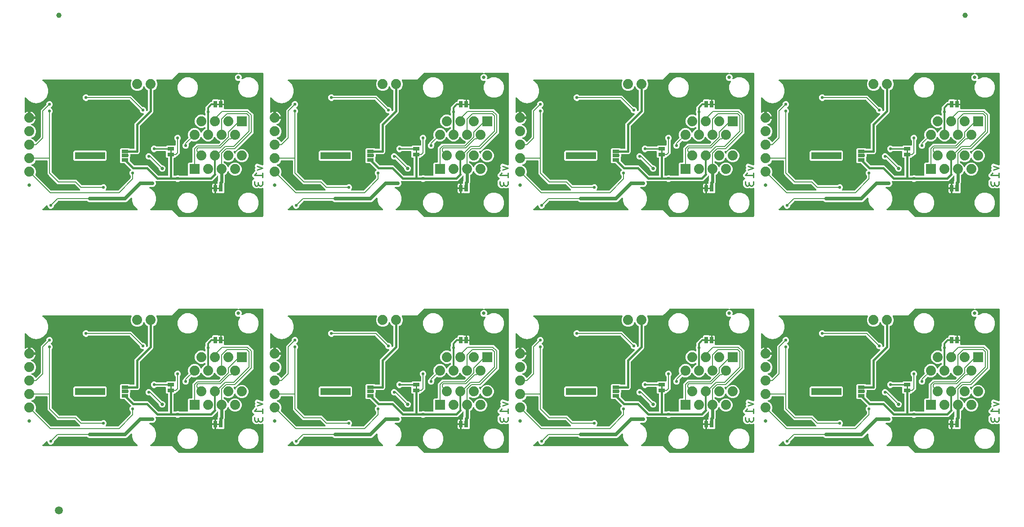
<source format=gbl>
G04 EAGLE Gerber RS-274X export*
G75*
%MOMM*%
%FSLAX34Y34*%
%LPD*%
%INBottom Copper*%
%IPPOS*%
%AMOC8*
5,1,8,0,0,1.08239X$1,22.5*%
G01*
%ADD10C,0.279400*%
%ADD11C,1.879600*%
%ADD12R,1.879600X1.879600*%
%ADD13R,0.660400X1.270000*%
%ADD14C,0.635000*%
%ADD15R,1.270000X0.660400*%
%ADD16R,1.270000X0.635000*%
%ADD17C,1.000000*%
%ADD18C,1.500000*%
%ADD19C,0.203200*%
%ADD20C,0.584200*%
%ADD21C,0.604000*%
%ADD22C,0.304800*%
%ADD23C,0.406400*%
%ADD24C,0.609600*%
%ADD25C,0.711200*%
%ADD26C,0.254000*%

G36*
X1376544Y372380D02*
X1376544Y372380D01*
X1376663Y372387D01*
X1376701Y372400D01*
X1376742Y372405D01*
X1376852Y372448D01*
X1376965Y372485D01*
X1377000Y372507D01*
X1377037Y372522D01*
X1377133Y372591D01*
X1377234Y372655D01*
X1377262Y372685D01*
X1377295Y372708D01*
X1377371Y372800D01*
X1377452Y372887D01*
X1377472Y372922D01*
X1377497Y372953D01*
X1377548Y373061D01*
X1377606Y373165D01*
X1377616Y373205D01*
X1377633Y373241D01*
X1377655Y373358D01*
X1377685Y373473D01*
X1377689Y373533D01*
X1377693Y373553D01*
X1377691Y373574D01*
X1377695Y373634D01*
X1377695Y425763D01*
X1377679Y425894D01*
X1377668Y426026D01*
X1377659Y426051D01*
X1377655Y426078D01*
X1377607Y426201D01*
X1377563Y426326D01*
X1377548Y426349D01*
X1377538Y426374D01*
X1377461Y426481D01*
X1377387Y426591D01*
X1377367Y426609D01*
X1377352Y426631D01*
X1377250Y426716D01*
X1377151Y426804D01*
X1377127Y426817D01*
X1377107Y426834D01*
X1376987Y426890D01*
X1376870Y426952D01*
X1376843Y426958D01*
X1376819Y426970D01*
X1376689Y426995D01*
X1376560Y427025D01*
X1376533Y427024D01*
X1376507Y427029D01*
X1376375Y427021D01*
X1376242Y427019D01*
X1376216Y427011D01*
X1376189Y427010D01*
X1376063Y426969D01*
X1375936Y426933D01*
X1375901Y426916D01*
X1375887Y426912D01*
X1375868Y426900D01*
X1375791Y426862D01*
X1374697Y426230D01*
X1370084Y426230D01*
X1369167Y426759D01*
X1369069Y426800D01*
X1368976Y426849D01*
X1368923Y426862D01*
X1368874Y426883D01*
X1368769Y426898D01*
X1368666Y426922D01*
X1368612Y426921D01*
X1368559Y426929D01*
X1368454Y426918D01*
X1368348Y426916D01*
X1368296Y426902D01*
X1368243Y426896D01*
X1368144Y426859D01*
X1368042Y426831D01*
X1367965Y426793D01*
X1367945Y426785D01*
X1367932Y426776D01*
X1367898Y426759D01*
X1366981Y426230D01*
X1362814Y426230D01*
X1359205Y428314D01*
X1357121Y431922D01*
X1357121Y440843D01*
X1359734Y443456D01*
X1359818Y443473D01*
X1359926Y443487D01*
X1359973Y443505D01*
X1360022Y443516D01*
X1360120Y443564D01*
X1360222Y443604D01*
X1360262Y443633D01*
X1360308Y443656D01*
X1360391Y443727D01*
X1360479Y443791D01*
X1360511Y443830D01*
X1360550Y443862D01*
X1360612Y443952D01*
X1360682Y444036D01*
X1360703Y444081D01*
X1360732Y444123D01*
X1360771Y444225D01*
X1360817Y444323D01*
X1360827Y444373D01*
X1360845Y444420D01*
X1360857Y444529D01*
X1360877Y444636D01*
X1360874Y444686D01*
X1360880Y444736D01*
X1360864Y444844D01*
X1360857Y444953D01*
X1360842Y445001D01*
X1360835Y445051D01*
X1360793Y445152D01*
X1360759Y445256D01*
X1360732Y445298D01*
X1360713Y445345D01*
X1360648Y445432D01*
X1360589Y445524D01*
X1360552Y445559D01*
X1360522Y445599D01*
X1360403Y445708D01*
X1360355Y445746D01*
X1360330Y445761D01*
X1360309Y445781D01*
X1360195Y445844D01*
X1360084Y445912D01*
X1360056Y445920D01*
X1360031Y445934D01*
X1359905Y445967D01*
X1359780Y446005D01*
X1359751Y446007D01*
X1359740Y446009D01*
X1358647Y447102D01*
X1358636Y447111D01*
X1358543Y447196D01*
X1357326Y448169D01*
X1357295Y448296D01*
X1357282Y448321D01*
X1357274Y448349D01*
X1357208Y448461D01*
X1357146Y448577D01*
X1357127Y448598D01*
X1357121Y448608D01*
X1357121Y450153D01*
X1357119Y450168D01*
X1357114Y450293D01*
X1356941Y451842D01*
X1357009Y451953D01*
X1357018Y451980D01*
X1357032Y452006D01*
X1357064Y452132D01*
X1357102Y452257D01*
X1357104Y452286D01*
X1357107Y452297D01*
X1358200Y453390D01*
X1358209Y453401D01*
X1358293Y453494D01*
X1362206Y458385D01*
X1362244Y458448D01*
X1362291Y458505D01*
X1362327Y458583D01*
X1362372Y458656D01*
X1362394Y458727D01*
X1362424Y458794D01*
X1362440Y458878D01*
X1362465Y458960D01*
X1362469Y459034D01*
X1362482Y459106D01*
X1362476Y459192D01*
X1362480Y459278D01*
X1362465Y459350D01*
X1362460Y459424D01*
X1362419Y459579D01*
X1361762Y461549D01*
X1362973Y463970D01*
X1362983Y463998D01*
X1362998Y464024D01*
X1363036Y464148D01*
X1363079Y464270D01*
X1363081Y464300D01*
X1363090Y464328D01*
X1363095Y464458D01*
X1363106Y464587D01*
X1363101Y464616D01*
X1363103Y464646D01*
X1363075Y464773D01*
X1363054Y464901D01*
X1363042Y464928D01*
X1363036Y464957D01*
X1362973Y465105D01*
X1361762Y467527D01*
X1362927Y471021D01*
X1366221Y472668D01*
X1376025Y469400D01*
X1376029Y469399D01*
X1376033Y469397D01*
X1376183Y469369D01*
X1376337Y469338D01*
X1376341Y469338D01*
X1376346Y469338D01*
X1376498Y469347D01*
X1376654Y469356D01*
X1376658Y469357D01*
X1376663Y469357D01*
X1376809Y469405D01*
X1376957Y469452D01*
X1376961Y469454D01*
X1376965Y469455D01*
X1377096Y469538D01*
X1377227Y469620D01*
X1377230Y469623D01*
X1377234Y469625D01*
X1377339Y469736D01*
X1377447Y469850D01*
X1377449Y469854D01*
X1377452Y469857D01*
X1377526Y469991D01*
X1377602Y470127D01*
X1377603Y470132D01*
X1377606Y470136D01*
X1377644Y470283D01*
X1377684Y470435D01*
X1377684Y470439D01*
X1377685Y470444D01*
X1377695Y470604D01*
X1377695Y642366D01*
X1377680Y642484D01*
X1377673Y642603D01*
X1377660Y642641D01*
X1377655Y642682D01*
X1377612Y642792D01*
X1377575Y642905D01*
X1377553Y642940D01*
X1377538Y642977D01*
X1377469Y643073D01*
X1377405Y643174D01*
X1377375Y643202D01*
X1377352Y643235D01*
X1377260Y643311D01*
X1377173Y643392D01*
X1377138Y643412D01*
X1377107Y643437D01*
X1376999Y643488D01*
X1376895Y643546D01*
X1376855Y643556D01*
X1376819Y643573D01*
X1376702Y643595D01*
X1376587Y643625D01*
X1376527Y643629D01*
X1376507Y643633D01*
X1376486Y643631D01*
X1376426Y643635D01*
X1332757Y643635D01*
X1332688Y643627D01*
X1332618Y643628D01*
X1332530Y643607D01*
X1332441Y643595D01*
X1332377Y643570D01*
X1332309Y643553D01*
X1332229Y643511D01*
X1332146Y643478D01*
X1332089Y643437D01*
X1332028Y643405D01*
X1331961Y643344D01*
X1331888Y643292D01*
X1331844Y643238D01*
X1331792Y643191D01*
X1331743Y643116D01*
X1331686Y643047D01*
X1331656Y642983D01*
X1331617Y642925D01*
X1331588Y642840D01*
X1331550Y642759D01*
X1331537Y642690D01*
X1331514Y642624D01*
X1331507Y642535D01*
X1331490Y642447D01*
X1331495Y642377D01*
X1331489Y642307D01*
X1331504Y642219D01*
X1331510Y642129D01*
X1331531Y642063D01*
X1331543Y641994D01*
X1331580Y641912D01*
X1331608Y641827D01*
X1331645Y641768D01*
X1331674Y641704D01*
X1331730Y641634D01*
X1331778Y641558D01*
X1331829Y641510D01*
X1331873Y641456D01*
X1331944Y641401D01*
X1332010Y641340D01*
X1332071Y641306D01*
X1332127Y641264D01*
X1332271Y641193D01*
X1334485Y640276D01*
X1336236Y638525D01*
X1337184Y636238D01*
X1337184Y633762D01*
X1337010Y633342D01*
X1336991Y633275D01*
X1336964Y633211D01*
X1336950Y633122D01*
X1336926Y633035D01*
X1336925Y632966D01*
X1336914Y632897D01*
X1336922Y632807D01*
X1336921Y632717D01*
X1336937Y632650D01*
X1336944Y632580D01*
X1336974Y632495D01*
X1336995Y632408D01*
X1337028Y632347D01*
X1337051Y632281D01*
X1337102Y632206D01*
X1337144Y632127D01*
X1337191Y632075D01*
X1337230Y632018D01*
X1337297Y631958D01*
X1337358Y631892D01*
X1337416Y631853D01*
X1337468Y631807D01*
X1337548Y631766D01*
X1337623Y631717D01*
X1337689Y631694D01*
X1337751Y631663D01*
X1337839Y631643D01*
X1337924Y631614D01*
X1337994Y631608D01*
X1338062Y631593D01*
X1338151Y631596D01*
X1338241Y631589D01*
X1338310Y631600D01*
X1338380Y631603D01*
X1338466Y631628D01*
X1338554Y631643D01*
X1338618Y631672D01*
X1338685Y631691D01*
X1338763Y631737D01*
X1338844Y631773D01*
X1338899Y631817D01*
X1338959Y631853D01*
X1339080Y631959D01*
X1339220Y632099D01*
X1346221Y634999D01*
X1353799Y634999D01*
X1360800Y632099D01*
X1366159Y626740D01*
X1369059Y619739D01*
X1369059Y612161D01*
X1366159Y605160D01*
X1360800Y599801D01*
X1353799Y596901D01*
X1346221Y596901D01*
X1339220Y599801D01*
X1333861Y605160D01*
X1330961Y612161D01*
X1330961Y619739D01*
X1333861Y626740D01*
X1334001Y626880D01*
X1334044Y626935D01*
X1334094Y626984D01*
X1334141Y627060D01*
X1334196Y627131D01*
X1334224Y627195D01*
X1334260Y627255D01*
X1334287Y627341D01*
X1334322Y627423D01*
X1334333Y627492D01*
X1334354Y627559D01*
X1334358Y627649D01*
X1334372Y627737D01*
X1334366Y627807D01*
X1334369Y627877D01*
X1334351Y627964D01*
X1334342Y628054D01*
X1334319Y628120D01*
X1334305Y628188D01*
X1334265Y628269D01*
X1334235Y628353D01*
X1334196Y628411D01*
X1334165Y628474D01*
X1334107Y628542D01*
X1334056Y628616D01*
X1334004Y628663D01*
X1333959Y628716D01*
X1333885Y628767D01*
X1333818Y628827D01*
X1333756Y628859D01*
X1333699Y628899D01*
X1333615Y628931D01*
X1333535Y628971D01*
X1333466Y628987D01*
X1333401Y629011D01*
X1333312Y629021D01*
X1333224Y629041D01*
X1333155Y629039D01*
X1333085Y629047D01*
X1332996Y629034D01*
X1332906Y629031D01*
X1332839Y629012D01*
X1332770Y629002D01*
X1332618Y628950D01*
X1332198Y628776D01*
X1329722Y628776D01*
X1327435Y629724D01*
X1325684Y631475D01*
X1324736Y633762D01*
X1324736Y636238D01*
X1325684Y638525D01*
X1327435Y640276D01*
X1329649Y641193D01*
X1329709Y641228D01*
X1329774Y641254D01*
X1329847Y641306D01*
X1329925Y641351D01*
X1329975Y641400D01*
X1330032Y641440D01*
X1330089Y641510D01*
X1330153Y641572D01*
X1330190Y641632D01*
X1330234Y641685D01*
X1330273Y641767D01*
X1330320Y641843D01*
X1330340Y641910D01*
X1330370Y641973D01*
X1330387Y642061D01*
X1330413Y642147D01*
X1330417Y642217D01*
X1330430Y642286D01*
X1330424Y642375D01*
X1330428Y642465D01*
X1330414Y642533D01*
X1330410Y642603D01*
X1330382Y642688D01*
X1330364Y642776D01*
X1330333Y642839D01*
X1330312Y642905D01*
X1330264Y642981D01*
X1330224Y643062D01*
X1330179Y643115D01*
X1330142Y643174D01*
X1330076Y643236D01*
X1330018Y643304D01*
X1329961Y643344D01*
X1329910Y643392D01*
X1329832Y643435D01*
X1329758Y643487D01*
X1329693Y643512D01*
X1329632Y643546D01*
X1329545Y643568D01*
X1329461Y643600D01*
X1329391Y643608D01*
X1329324Y643625D01*
X1329163Y643635D01*
X1218869Y643635D01*
X1218771Y643623D01*
X1218672Y643620D01*
X1218614Y643603D01*
X1218554Y643595D01*
X1218462Y643559D01*
X1218367Y643531D01*
X1218315Y643501D01*
X1218258Y643478D01*
X1218178Y643420D01*
X1218093Y643370D01*
X1218017Y643304D01*
X1218001Y643292D01*
X1217993Y643282D01*
X1217972Y643264D01*
X1205644Y630935D01*
X1177655Y630935D01*
X1177606Y630929D01*
X1177556Y630931D01*
X1177449Y630909D01*
X1177339Y630895D01*
X1177293Y630877D01*
X1177245Y630867D01*
X1177146Y630819D01*
X1177044Y630778D01*
X1177004Y630749D01*
X1176959Y630727D01*
X1176875Y630656D01*
X1176786Y630592D01*
X1176755Y630553D01*
X1176717Y630521D01*
X1176654Y630431D01*
X1176584Y630347D01*
X1176562Y630302D01*
X1176534Y630261D01*
X1176495Y630158D01*
X1176448Y630059D01*
X1176439Y630010D01*
X1176421Y629964D01*
X1176409Y629854D01*
X1176388Y629747D01*
X1176391Y629697D01*
X1176386Y629648D01*
X1176401Y629539D01*
X1176408Y629429D01*
X1176423Y629382D01*
X1176430Y629333D01*
X1176482Y629180D01*
X1178307Y624776D01*
X1178307Y619824D01*
X1176412Y615250D01*
X1172910Y611748D01*
X1171724Y611257D01*
X1171699Y611242D01*
X1171671Y611233D01*
X1171561Y611164D01*
X1171448Y611099D01*
X1171427Y611079D01*
X1171402Y611063D01*
X1171313Y610968D01*
X1171220Y610878D01*
X1171204Y610853D01*
X1171184Y610831D01*
X1171121Y610717D01*
X1171053Y610607D01*
X1171045Y610579D01*
X1171030Y610553D01*
X1170998Y610427D01*
X1170960Y610303D01*
X1170958Y610273D01*
X1170951Y610245D01*
X1170941Y610084D01*
X1170941Y570489D01*
X1170167Y568622D01*
X1145912Y544367D01*
X1145852Y544289D01*
X1145784Y544217D01*
X1145755Y544164D01*
X1145718Y544116D01*
X1145678Y544025D01*
X1145630Y543938D01*
X1145615Y543880D01*
X1145591Y543824D01*
X1145576Y543726D01*
X1145551Y543630D01*
X1145545Y543530D01*
X1145541Y543510D01*
X1145543Y543498D01*
X1145541Y543470D01*
X1145541Y494797D01*
X1144767Y492930D01*
X1143338Y491501D01*
X1141471Y490727D01*
X1128509Y490727D01*
X1128460Y490721D01*
X1128410Y490723D01*
X1128302Y490701D01*
X1128193Y490687D01*
X1128147Y490669D01*
X1128098Y490659D01*
X1128000Y490611D01*
X1127898Y490570D01*
X1127858Y490541D01*
X1127813Y490519D01*
X1127729Y490448D01*
X1127640Y490384D01*
X1127609Y490345D01*
X1127571Y490313D01*
X1127508Y490223D01*
X1127438Y490139D01*
X1127416Y490094D01*
X1127388Y490053D01*
X1127349Y489950D01*
X1127302Y489851D01*
X1127293Y489802D01*
X1127275Y489756D01*
X1127263Y489646D01*
X1127242Y489539D01*
X1127245Y489489D01*
X1127240Y489439D01*
X1127255Y489330D01*
X1127262Y489221D01*
X1127277Y489174D01*
X1127284Y489125D01*
X1127336Y488972D01*
X1127380Y488867D01*
X1127380Y486493D01*
X1127095Y485806D01*
X1127093Y485797D01*
X1127088Y485789D01*
X1127079Y485752D01*
X1127064Y485721D01*
X1127046Y485626D01*
X1127011Y485499D01*
X1127011Y485490D01*
X1127009Y485481D01*
X1126999Y485320D01*
X1126999Y477864D01*
X1127011Y477766D01*
X1127014Y477667D01*
X1127031Y477609D01*
X1127039Y477549D01*
X1127075Y477457D01*
X1127103Y477362D01*
X1127133Y477309D01*
X1127156Y477253D01*
X1127214Y477173D01*
X1127264Y477088D01*
X1127330Y477012D01*
X1127342Y476996D01*
X1127352Y476988D01*
X1127370Y476967D01*
X1134573Y469764D01*
X1134651Y469704D01*
X1134723Y469636D01*
X1134776Y469607D01*
X1134824Y469570D01*
X1134915Y469530D01*
X1135002Y469482D01*
X1135060Y469467D01*
X1135116Y469443D01*
X1135214Y469428D01*
X1135310Y469403D01*
X1135410Y469397D01*
X1135430Y469393D01*
X1135442Y469395D01*
X1135470Y469393D01*
X1159759Y469393D01*
X1161626Y468619D01*
X1180293Y449952D01*
X1180371Y449892D01*
X1180443Y449824D01*
X1180496Y449795D01*
X1180544Y449758D01*
X1180635Y449718D01*
X1180722Y449670D01*
X1180780Y449655D01*
X1180836Y449631D01*
X1180934Y449616D01*
X1181030Y449591D01*
X1181130Y449585D01*
X1181150Y449581D01*
X1181162Y449583D01*
X1181190Y449581D01*
X1197610Y449581D01*
X1197728Y449596D01*
X1197847Y449603D01*
X1197885Y449616D01*
X1197926Y449621D01*
X1198036Y449664D01*
X1198149Y449701D01*
X1198184Y449723D01*
X1198221Y449738D01*
X1198317Y449807D01*
X1198418Y449871D01*
X1198446Y449901D01*
X1198479Y449924D01*
X1198555Y450016D01*
X1198636Y450103D01*
X1198656Y450138D01*
X1198681Y450169D01*
X1198732Y450277D01*
X1198790Y450381D01*
X1198800Y450421D01*
X1198817Y450457D01*
X1198839Y450574D01*
X1198869Y450689D01*
X1198873Y450749D01*
X1198877Y450769D01*
X1198875Y450790D01*
X1198879Y450850D01*
X1198879Y482473D01*
X1198864Y482591D01*
X1198857Y482710D01*
X1198844Y482748D01*
X1198839Y482789D01*
X1198796Y482899D01*
X1198759Y483012D01*
X1198737Y483047D01*
X1198722Y483084D01*
X1198653Y483180D01*
X1198589Y483281D01*
X1198559Y483309D01*
X1198536Y483342D01*
X1198444Y483418D01*
X1198357Y483499D01*
X1198322Y483519D01*
X1198291Y483544D01*
X1198183Y483595D01*
X1198079Y483653D01*
X1198039Y483663D01*
X1198003Y483680D01*
X1197886Y483702D01*
X1197771Y483732D01*
X1197711Y483736D01*
X1197691Y483740D01*
X1197670Y483738D01*
X1197610Y483742D01*
X1196347Y483742D01*
X1194561Y485528D01*
X1194561Y494919D01*
X1194546Y495037D01*
X1194539Y495156D01*
X1194526Y495194D01*
X1194521Y495235D01*
X1194478Y495345D01*
X1194441Y495458D01*
X1194419Y495493D01*
X1194404Y495530D01*
X1194335Y495626D01*
X1194271Y495727D01*
X1194241Y495755D01*
X1194218Y495788D01*
X1194126Y495864D01*
X1194039Y495945D01*
X1194004Y495965D01*
X1193973Y495990D01*
X1193865Y496041D01*
X1193761Y496099D01*
X1193721Y496109D01*
X1193685Y496126D01*
X1193568Y496148D01*
X1193453Y496178D01*
X1193393Y496182D01*
X1193373Y496186D01*
X1193352Y496184D01*
X1193292Y496188D01*
X1176986Y496188D01*
X1176888Y496176D01*
X1176789Y496173D01*
X1176731Y496156D01*
X1176671Y496148D01*
X1176579Y496112D01*
X1176484Y496084D01*
X1176432Y496054D01*
X1176375Y496031D01*
X1176295Y495973D01*
X1176210Y495923D01*
X1176134Y495857D01*
X1176118Y495845D01*
X1176110Y495835D01*
X1176089Y495817D01*
X1175592Y495319D01*
X1173397Y494410D01*
X1171023Y494410D01*
X1168828Y495319D01*
X1167149Y496998D01*
X1166240Y499193D01*
X1166240Y501567D01*
X1167149Y503762D01*
X1168828Y505441D01*
X1171023Y506350D01*
X1173397Y506350D01*
X1175592Y505441D01*
X1175835Y505197D01*
X1175913Y505137D01*
X1175985Y505069D01*
X1176038Y505040D01*
X1176086Y505003D01*
X1176177Y504963D01*
X1176264Y504915D01*
X1176322Y504900D01*
X1176378Y504876D01*
X1176476Y504861D01*
X1176572Y504836D01*
X1176672Y504830D01*
X1176692Y504826D01*
X1176704Y504828D01*
X1176732Y504826D01*
X1193789Y504826D01*
X1193888Y504838D01*
X1193987Y504841D01*
X1194045Y504858D01*
X1194105Y504866D01*
X1194197Y504902D01*
X1194292Y504930D01*
X1194344Y504960D01*
X1194401Y504983D01*
X1194481Y505041D01*
X1194566Y505091D01*
X1194641Y505157D01*
X1194658Y505169D01*
X1194666Y505179D01*
X1194687Y505197D01*
X1196347Y506858D01*
X1211326Y506858D01*
X1211444Y506873D01*
X1211563Y506880D01*
X1211601Y506893D01*
X1211642Y506898D01*
X1211752Y506941D01*
X1211865Y506978D01*
X1211900Y507000D01*
X1211937Y507015D01*
X1212033Y507084D01*
X1212134Y507148D01*
X1212162Y507178D01*
X1212195Y507201D01*
X1212271Y507293D01*
X1212352Y507380D01*
X1212372Y507415D01*
X1212397Y507446D01*
X1212448Y507554D01*
X1212506Y507658D01*
X1212516Y507698D01*
X1212533Y507734D01*
X1212555Y507851D01*
X1212585Y507966D01*
X1212589Y508026D01*
X1212593Y508046D01*
X1212591Y508067D01*
X1212595Y508127D01*
X1212595Y515797D01*
X1212583Y515895D01*
X1212580Y515994D01*
X1212574Y516015D01*
X1212573Y516027D01*
X1212562Y516061D01*
X1212555Y516112D01*
X1212519Y516204D01*
X1212491Y516299D01*
X1212476Y516325D01*
X1212475Y516329D01*
X1212460Y516353D01*
X1212438Y516408D01*
X1212380Y516488D01*
X1212330Y516573D01*
X1212264Y516649D01*
X1212252Y516665D01*
X1212242Y516673D01*
X1212224Y516694D01*
X1211599Y517318D01*
X1210690Y519513D01*
X1210690Y521887D01*
X1211599Y524082D01*
X1213278Y525761D01*
X1215473Y526670D01*
X1217847Y526670D01*
X1220042Y525761D01*
X1221721Y524082D01*
X1222630Y521887D01*
X1222630Y519513D01*
X1221721Y517318D01*
X1221096Y516694D01*
X1221036Y516616D01*
X1220968Y516544D01*
X1220939Y516491D01*
X1220931Y516480D01*
X1220923Y516471D01*
X1220922Y516469D01*
X1220902Y516443D01*
X1220862Y516352D01*
X1220814Y516265D01*
X1220801Y516211D01*
X1220787Y516183D01*
X1220786Y516175D01*
X1220775Y516151D01*
X1220760Y516053D01*
X1220735Y515957D01*
X1220731Y515887D01*
X1220727Y515870D01*
X1220728Y515855D01*
X1220725Y515837D01*
X1220727Y515825D01*
X1220725Y515797D01*
X1220725Y491711D01*
X1215042Y486028D01*
X1214385Y486028D01*
X1214286Y486016D01*
X1214187Y486013D01*
X1214129Y485996D01*
X1214069Y485988D01*
X1213977Y485952D01*
X1213882Y485924D01*
X1213830Y485894D01*
X1213773Y485871D01*
X1213693Y485813D01*
X1213608Y485763D01*
X1213533Y485697D01*
X1213516Y485685D01*
X1213508Y485675D01*
X1213487Y485657D01*
X1211573Y483742D01*
X1210310Y483742D01*
X1210192Y483727D01*
X1210073Y483720D01*
X1210035Y483707D01*
X1209994Y483702D01*
X1209884Y483659D01*
X1209771Y483622D01*
X1209736Y483600D01*
X1209699Y483585D01*
X1209603Y483516D01*
X1209502Y483452D01*
X1209474Y483422D01*
X1209441Y483399D01*
X1209365Y483307D01*
X1209284Y483220D01*
X1209264Y483185D01*
X1209239Y483154D01*
X1209188Y483046D01*
X1209130Y482942D01*
X1209120Y482902D01*
X1209103Y482866D01*
X1209081Y482749D01*
X1209051Y482634D01*
X1209047Y482574D01*
X1209043Y482554D01*
X1209045Y482533D01*
X1209041Y482473D01*
X1209041Y450850D01*
X1209056Y450732D01*
X1209063Y450613D01*
X1209076Y450575D01*
X1209081Y450534D01*
X1209124Y450424D01*
X1209161Y450311D01*
X1209183Y450276D01*
X1209198Y450239D01*
X1209267Y450143D01*
X1209331Y450042D01*
X1209361Y450014D01*
X1209384Y449981D01*
X1209476Y449905D01*
X1209563Y449824D01*
X1209598Y449804D01*
X1209629Y449779D01*
X1209737Y449728D01*
X1209841Y449670D01*
X1209881Y449660D01*
X1209917Y449643D01*
X1210034Y449621D01*
X1210149Y449591D01*
X1210209Y449587D01*
X1210229Y449583D01*
X1210250Y449585D01*
X1210310Y449581D01*
X1212815Y449581D01*
X1212824Y449582D01*
X1212834Y449581D01*
X1212982Y449602D01*
X1213131Y449621D01*
X1213139Y449624D01*
X1213148Y449625D01*
X1213301Y449677D01*
X1215453Y450569D01*
X1217867Y450569D01*
X1220019Y449677D01*
X1220028Y449675D01*
X1220036Y449670D01*
X1220181Y449633D01*
X1220326Y449593D01*
X1220335Y449593D01*
X1220344Y449591D01*
X1220505Y449581D01*
X1234937Y449581D01*
X1235075Y449598D01*
X1235214Y449611D01*
X1235233Y449618D01*
X1235253Y449621D01*
X1235382Y449672D01*
X1235513Y449719D01*
X1235530Y449730D01*
X1235549Y449738D01*
X1235661Y449819D01*
X1235776Y449897D01*
X1235790Y449913D01*
X1235806Y449924D01*
X1235895Y450032D01*
X1235987Y450136D01*
X1235996Y450154D01*
X1236009Y450169D01*
X1236068Y450295D01*
X1236131Y450419D01*
X1236136Y450439D01*
X1236144Y450457D01*
X1236170Y450593D01*
X1236201Y450729D01*
X1236200Y450750D01*
X1236204Y450769D01*
X1236196Y450908D01*
X1236191Y451047D01*
X1236186Y451067D01*
X1236184Y451087D01*
X1236142Y451219D01*
X1236103Y451353D01*
X1236093Y451370D01*
X1236086Y451389D01*
X1236012Y451507D01*
X1235963Y451590D01*
X1235963Y472941D01*
X1237749Y474727D01*
X1243076Y474727D01*
X1243194Y474742D01*
X1243313Y474749D01*
X1243351Y474762D01*
X1243392Y474767D01*
X1243502Y474810D01*
X1243615Y474847D01*
X1243650Y474869D01*
X1243687Y474884D01*
X1243783Y474953D01*
X1243884Y475017D01*
X1243912Y475047D01*
X1243945Y475070D01*
X1244021Y475162D01*
X1244102Y475249D01*
X1244122Y475284D01*
X1244147Y475315D01*
X1244198Y475423D01*
X1244256Y475527D01*
X1244266Y475567D01*
X1244283Y475603D01*
X1244305Y475720D01*
X1244335Y475835D01*
X1244339Y475895D01*
X1244343Y475915D01*
X1244341Y475936D01*
X1244345Y475996D01*
X1244345Y502699D01*
X1251577Y509930D01*
X1293058Y509930D01*
X1293156Y509942D01*
X1293255Y509945D01*
X1293314Y509962D01*
X1293374Y509970D01*
X1293466Y510006D01*
X1293561Y510034D01*
X1293613Y510065D01*
X1293669Y510087D01*
X1293749Y510145D01*
X1293835Y510195D01*
X1293910Y510262D01*
X1293927Y510274D01*
X1293934Y510283D01*
X1293956Y510302D01*
X1296468Y512814D01*
X1296498Y512853D01*
X1296535Y512887D01*
X1296595Y512978D01*
X1296663Y513065D01*
X1296683Y513111D01*
X1296710Y513152D01*
X1296745Y513256D01*
X1296789Y513357D01*
X1296797Y513406D01*
X1296813Y513453D01*
X1296822Y513563D01*
X1296839Y513671D01*
X1296834Y513721D01*
X1296838Y513770D01*
X1296819Y513878D01*
X1296809Y513988D01*
X1296792Y514035D01*
X1296784Y514084D01*
X1296739Y514184D01*
X1296702Y514287D01*
X1296674Y514328D01*
X1296653Y514374D01*
X1296585Y514459D01*
X1296523Y514550D01*
X1296486Y514583D01*
X1296455Y514622D01*
X1296367Y514688D01*
X1296285Y514761D01*
X1296240Y514783D01*
X1296201Y514813D01*
X1296056Y514884D01*
X1292160Y516498D01*
X1288658Y520000D01*
X1287683Y522355D01*
X1287614Y522475D01*
X1287549Y522598D01*
X1287535Y522613D01*
X1287525Y522631D01*
X1287428Y522731D01*
X1287335Y522834D01*
X1287318Y522845D01*
X1287304Y522859D01*
X1287185Y522932D01*
X1287069Y523008D01*
X1287050Y523015D01*
X1287033Y523026D01*
X1286900Y523067D01*
X1286768Y523112D01*
X1286748Y523113D01*
X1286729Y523119D01*
X1286590Y523126D01*
X1286451Y523137D01*
X1286431Y523133D01*
X1286411Y523134D01*
X1286275Y523106D01*
X1286138Y523082D01*
X1286119Y523074D01*
X1286100Y523070D01*
X1285974Y523009D01*
X1285848Y522952D01*
X1285832Y522939D01*
X1285814Y522930D01*
X1285708Y522840D01*
X1285600Y522753D01*
X1285587Y522737D01*
X1285572Y522724D01*
X1285492Y522610D01*
X1285408Y522499D01*
X1285396Y522474D01*
X1285389Y522464D01*
X1285382Y522445D01*
X1285337Y522355D01*
X1284362Y519999D01*
X1280860Y516498D01*
X1276286Y514603D01*
X1271334Y514603D01*
X1266760Y516498D01*
X1263258Y520000D01*
X1262283Y522355D01*
X1262214Y522475D01*
X1262149Y522598D01*
X1262135Y522613D01*
X1262125Y522631D01*
X1262028Y522731D01*
X1261935Y522834D01*
X1261918Y522845D01*
X1261904Y522859D01*
X1261785Y522932D01*
X1261669Y523008D01*
X1261650Y523015D01*
X1261633Y523026D01*
X1261500Y523067D01*
X1261368Y523112D01*
X1261348Y523113D01*
X1261329Y523119D01*
X1261190Y523126D01*
X1261051Y523137D01*
X1261031Y523133D01*
X1261011Y523134D01*
X1260875Y523106D01*
X1260738Y523082D01*
X1260719Y523074D01*
X1260700Y523070D01*
X1260574Y523009D01*
X1260448Y522952D01*
X1260432Y522939D01*
X1260414Y522930D01*
X1260308Y522840D01*
X1260200Y522753D01*
X1260187Y522737D01*
X1260172Y522724D01*
X1260092Y522610D01*
X1260008Y522499D01*
X1259996Y522474D01*
X1259989Y522464D01*
X1259982Y522445D01*
X1259937Y522355D01*
X1258962Y519999D01*
X1255460Y516498D01*
X1250886Y514603D01*
X1245934Y514603D01*
X1243732Y515515D01*
X1243704Y515523D01*
X1243677Y515537D01*
X1243550Y515565D01*
X1243425Y515599D01*
X1243396Y515600D01*
X1243367Y515606D01*
X1243237Y515602D01*
X1243107Y515604D01*
X1243079Y515598D01*
X1243049Y515597D01*
X1242924Y515561D01*
X1242798Y515530D01*
X1242772Y515516D01*
X1242744Y515508D01*
X1242632Y515442D01*
X1242517Y515382D01*
X1242495Y515362D01*
X1242470Y515347D01*
X1242349Y515240D01*
X1237609Y510500D01*
X1237591Y510477D01*
X1237568Y510458D01*
X1237494Y510352D01*
X1237414Y510249D01*
X1237402Y510222D01*
X1237385Y510198D01*
X1237339Y510077D01*
X1237288Y509957D01*
X1237283Y509928D01*
X1237272Y509901D01*
X1237258Y509772D01*
X1237238Y509643D01*
X1237241Y509614D01*
X1237237Y509585D01*
X1237255Y509456D01*
X1237268Y509327D01*
X1237278Y509299D01*
X1237282Y509270D01*
X1237334Y509117D01*
X1237844Y507885D01*
X1237844Y505511D01*
X1236935Y503316D01*
X1235256Y501637D01*
X1233062Y500728D01*
X1230687Y500728D01*
X1228493Y501637D01*
X1226813Y503316D01*
X1225905Y505511D01*
X1225905Y507885D01*
X1226813Y510080D01*
X1227438Y510704D01*
X1227498Y510782D01*
X1227566Y510854D01*
X1227596Y510907D01*
X1227633Y510955D01*
X1227672Y511046D01*
X1227720Y511133D01*
X1227735Y511191D01*
X1227759Y511247D01*
X1227775Y511345D01*
X1227799Y511441D01*
X1227806Y511541D01*
X1227809Y511561D01*
X1227808Y511573D01*
X1227810Y511601D01*
X1227810Y512198D01*
X1236600Y520989D01*
X1236618Y521012D01*
X1236641Y521031D01*
X1236716Y521137D01*
X1236795Y521240D01*
X1236807Y521267D01*
X1236824Y521291D01*
X1236870Y521413D01*
X1236922Y521532D01*
X1236926Y521561D01*
X1236937Y521589D01*
X1236951Y521718D01*
X1236971Y521846D01*
X1236969Y521875D01*
X1236972Y521905D01*
X1236954Y522033D01*
X1236942Y522163D01*
X1236932Y522190D01*
X1236928Y522220D01*
X1236875Y522372D01*
X1235963Y524574D01*
X1235963Y529526D01*
X1237858Y534100D01*
X1241360Y537602D01*
X1245934Y539497D01*
X1250886Y539497D01*
X1255460Y537602D01*
X1258962Y534101D01*
X1259937Y531745D01*
X1260006Y531624D01*
X1260071Y531502D01*
X1260085Y531487D01*
X1260095Y531469D01*
X1260192Y531369D01*
X1260285Y531266D01*
X1260302Y531255D01*
X1260316Y531241D01*
X1260434Y531168D01*
X1260551Y531092D01*
X1260570Y531085D01*
X1260587Y531074D01*
X1260720Y531034D01*
X1260852Y530988D01*
X1260872Y530987D01*
X1260891Y530981D01*
X1261030Y530974D01*
X1261169Y530963D01*
X1261189Y530967D01*
X1261209Y530966D01*
X1261345Y530994D01*
X1261482Y531018D01*
X1261501Y531026D01*
X1261520Y531030D01*
X1261645Y531091D01*
X1261772Y531148D01*
X1261788Y531161D01*
X1261806Y531170D01*
X1261912Y531260D01*
X1262020Y531347D01*
X1262033Y531363D01*
X1262048Y531376D01*
X1262128Y531490D01*
X1262212Y531601D01*
X1262224Y531626D01*
X1262231Y531636D01*
X1262238Y531655D01*
X1262283Y531745D01*
X1263258Y534100D01*
X1266760Y537602D01*
X1268454Y538304D01*
X1268479Y538318D01*
X1268507Y538327D01*
X1268617Y538397D01*
X1268730Y538461D01*
X1268751Y538482D01*
X1268776Y538497D01*
X1268865Y538592D01*
X1268958Y538682D01*
X1268974Y538708D01*
X1268994Y538729D01*
X1269057Y538843D01*
X1269125Y538954D01*
X1269133Y538982D01*
X1269148Y539008D01*
X1269180Y539133D01*
X1269218Y539257D01*
X1269220Y539287D01*
X1269227Y539316D01*
X1269237Y539476D01*
X1269237Y540445D01*
X1269231Y540494D01*
X1269233Y540544D01*
X1269211Y540651D01*
X1269197Y540760D01*
X1269179Y540806D01*
X1269169Y540855D01*
X1269121Y540954D01*
X1269080Y541056D01*
X1269051Y541096D01*
X1269029Y541141D01*
X1268958Y541224D01*
X1268894Y541313D01*
X1268855Y541345D01*
X1268823Y541383D01*
X1268733Y541446D01*
X1268649Y541516D01*
X1268604Y541537D01*
X1268563Y541566D01*
X1268460Y541605D01*
X1268361Y541652D01*
X1268312Y541661D01*
X1268266Y541678D01*
X1268156Y541691D01*
X1268049Y541711D01*
X1267999Y541708D01*
X1267950Y541714D01*
X1267841Y541698D01*
X1267731Y541692D01*
X1267684Y541676D01*
X1267635Y541669D01*
X1267482Y541617D01*
X1263586Y540003D01*
X1258634Y540003D01*
X1254060Y541898D01*
X1250558Y545400D01*
X1248663Y549974D01*
X1248663Y554926D01*
X1250558Y559500D01*
X1254060Y563002D01*
X1258634Y564897D01*
X1263586Y564897D01*
X1267482Y563283D01*
X1267530Y563270D01*
X1267575Y563248D01*
X1267683Y563228D01*
X1267789Y563199D01*
X1267839Y563198D01*
X1267888Y563189D01*
X1267997Y563196D01*
X1268107Y563194D01*
X1268155Y563205D01*
X1268205Y563208D01*
X1268309Y563242D01*
X1268416Y563268D01*
X1268460Y563291D01*
X1268507Y563306D01*
X1268600Y563365D01*
X1268697Y563417D01*
X1268734Y563450D01*
X1268776Y563477D01*
X1268851Y563557D01*
X1268933Y563631D01*
X1268960Y563672D01*
X1268994Y563708D01*
X1269047Y563804D01*
X1269107Y563896D01*
X1269124Y563943D01*
X1269148Y563987D01*
X1269175Y564093D01*
X1269211Y564197D01*
X1269215Y564247D01*
X1269227Y564295D01*
X1269237Y564455D01*
X1269237Y565835D01*
X1269225Y565933D01*
X1269222Y566032D01*
X1269205Y566090D01*
X1269197Y566150D01*
X1269161Y566242D01*
X1269133Y566337D01*
X1269103Y566389D01*
X1269080Y566446D01*
X1269022Y566526D01*
X1268972Y566611D01*
X1268906Y566687D01*
X1268894Y566703D01*
X1268884Y566711D01*
X1268866Y566732D01*
X1268749Y566848D01*
X1267840Y569043D01*
X1267840Y571417D01*
X1268749Y573612D01*
X1268866Y573728D01*
X1268926Y573806D01*
X1268994Y573878D01*
X1269023Y573931D01*
X1269060Y573979D01*
X1269100Y574070D01*
X1269148Y574157D01*
X1269163Y574215D01*
X1269187Y574271D01*
X1269202Y574369D01*
X1269227Y574465D01*
X1269233Y574565D01*
X1269237Y574585D01*
X1269235Y574597D01*
X1269237Y574625D01*
X1269237Y579744D01*
X1272287Y582794D01*
X1272288Y582794D01*
X1275216Y585722D01*
X1278266Y588773D01*
X1280033Y588773D01*
X1280151Y588788D01*
X1280270Y588795D01*
X1280308Y588808D01*
X1280349Y588813D01*
X1280459Y588856D01*
X1280572Y588893D01*
X1280607Y588915D01*
X1280644Y588930D01*
X1280740Y588999D01*
X1280841Y589063D01*
X1280869Y589093D01*
X1280902Y589116D01*
X1280978Y589208D01*
X1281059Y589295D01*
X1281079Y589330D01*
X1281104Y589361D01*
X1281155Y589469D01*
X1281213Y589573D01*
X1281223Y589613D01*
X1281240Y589649D01*
X1281262Y589766D01*
X1281292Y589881D01*
X1281296Y589941D01*
X1281300Y589961D01*
X1281298Y589982D01*
X1281302Y590042D01*
X1281302Y591813D01*
X1283088Y593599D01*
X1292218Y593599D01*
X1292568Y593249D01*
X1292651Y593184D01*
X1292729Y593112D01*
X1292777Y593087D01*
X1292819Y593054D01*
X1292916Y593012D01*
X1293009Y592962D01*
X1293061Y592949D01*
X1293111Y592927D01*
X1293216Y592911D01*
X1293318Y592885D01*
X1293372Y592886D01*
X1293425Y592878D01*
X1293530Y592887D01*
X1293636Y592888D01*
X1293720Y592905D01*
X1293742Y592907D01*
X1293756Y592913D01*
X1293794Y592920D01*
X1294431Y593091D01*
X1296417Y593091D01*
X1296417Y585533D01*
X1291019Y585533D01*
X1291000Y585521D01*
X1290977Y585517D01*
X1290970Y585502D01*
X1290961Y585496D01*
X1290963Y585486D01*
X1290956Y585470D01*
X1290956Y582930D01*
X1290968Y582911D01*
X1290971Y582889D01*
X1290987Y582882D01*
X1290993Y582873D01*
X1291003Y582874D01*
X1291019Y582867D01*
X1297622Y582867D01*
X1297701Y582793D01*
X1297736Y582773D01*
X1297768Y582748D01*
X1297875Y582697D01*
X1297980Y582639D01*
X1298019Y582629D01*
X1298055Y582612D01*
X1298172Y582590D01*
X1298288Y582560D01*
X1298348Y582556D01*
X1298368Y582552D01*
X1298388Y582554D01*
X1298448Y582550D01*
X1303910Y582550D01*
X1303910Y577515D01*
X1303781Y577036D01*
X1303764Y576911D01*
X1303740Y576787D01*
X1303743Y576754D01*
X1303738Y576720D01*
X1303752Y576595D01*
X1303760Y576470D01*
X1303771Y576438D01*
X1303774Y576405D01*
X1303820Y576287D01*
X1303858Y576168D01*
X1303876Y576139D01*
X1303888Y576108D01*
X1303961Y576005D01*
X1304028Y575899D01*
X1304053Y575876D01*
X1304072Y575848D01*
X1304168Y575767D01*
X1304260Y575681D01*
X1304290Y575665D01*
X1304315Y575643D01*
X1304428Y575588D01*
X1304538Y575527D01*
X1304571Y575519D01*
X1304601Y575504D01*
X1304725Y575479D01*
X1304846Y575448D01*
X1304895Y575445D01*
X1304913Y575441D01*
X1304935Y575442D01*
X1305007Y575438D01*
X1349589Y575438D01*
X1359155Y565872D01*
X1359155Y530773D01*
X1325332Y496950D01*
X1323306Y496950D01*
X1323168Y496933D01*
X1323030Y496920D01*
X1323011Y496913D01*
X1322991Y496910D01*
X1322862Y496859D01*
X1322731Y496812D01*
X1322714Y496801D01*
X1322695Y496793D01*
X1322583Y496712D01*
X1322467Y496634D01*
X1322454Y496618D01*
X1322438Y496607D01*
X1322349Y496499D01*
X1322257Y496395D01*
X1322248Y496377D01*
X1322235Y496362D01*
X1322176Y496236D01*
X1322112Y496112D01*
X1322108Y496092D01*
X1322099Y496074D01*
X1322073Y495937D01*
X1322043Y495802D01*
X1322043Y495781D01*
X1322040Y495762D01*
X1322048Y495623D01*
X1322052Y495484D01*
X1322058Y495464D01*
X1322059Y495444D01*
X1322102Y495312D01*
X1322141Y495178D01*
X1322151Y495161D01*
X1322157Y495142D01*
X1322232Y495024D01*
X1322302Y494904D01*
X1322321Y494883D01*
X1322328Y494873D01*
X1322342Y494859D01*
X1322409Y494783D01*
X1322462Y494730D01*
X1323437Y492375D01*
X1323506Y492255D01*
X1323571Y492132D01*
X1323585Y492117D01*
X1323595Y492099D01*
X1323692Y491999D01*
X1323785Y491896D01*
X1323802Y491885D01*
X1323816Y491871D01*
X1323935Y491798D01*
X1324051Y491722D01*
X1324070Y491715D01*
X1324087Y491704D01*
X1324220Y491664D01*
X1324352Y491618D01*
X1324372Y491617D01*
X1324391Y491611D01*
X1324530Y491604D01*
X1324669Y491593D01*
X1324689Y491597D01*
X1324709Y491596D01*
X1324845Y491624D01*
X1324982Y491648D01*
X1325001Y491656D01*
X1325020Y491660D01*
X1325146Y491721D01*
X1325272Y491778D01*
X1325288Y491791D01*
X1325306Y491800D01*
X1325412Y491890D01*
X1325520Y491977D01*
X1325533Y491993D01*
X1325548Y492006D01*
X1325628Y492120D01*
X1325712Y492231D01*
X1325724Y492256D01*
X1325731Y492266D01*
X1325738Y492285D01*
X1325783Y492375D01*
X1326758Y494730D01*
X1330260Y498232D01*
X1334834Y500127D01*
X1339786Y500127D01*
X1344360Y498232D01*
X1347862Y494730D01*
X1349757Y490156D01*
X1349757Y485204D01*
X1347862Y480630D01*
X1344360Y477128D01*
X1339786Y475233D01*
X1334834Y475233D01*
X1330260Y477128D01*
X1326758Y480630D01*
X1325783Y482985D01*
X1325714Y483105D01*
X1325649Y483228D01*
X1325635Y483243D01*
X1325625Y483261D01*
X1325528Y483361D01*
X1325435Y483464D01*
X1325418Y483475D01*
X1325404Y483489D01*
X1325286Y483562D01*
X1325169Y483638D01*
X1325150Y483645D01*
X1325133Y483656D01*
X1325000Y483696D01*
X1324868Y483742D01*
X1324848Y483743D01*
X1324829Y483749D01*
X1324690Y483756D01*
X1324551Y483767D01*
X1324531Y483763D01*
X1324511Y483764D01*
X1324375Y483736D01*
X1324238Y483712D01*
X1324219Y483704D01*
X1324200Y483700D01*
X1324075Y483639D01*
X1323948Y483582D01*
X1323932Y483569D01*
X1323914Y483560D01*
X1323808Y483470D01*
X1323700Y483383D01*
X1323687Y483367D01*
X1323672Y483354D01*
X1323592Y483240D01*
X1323508Y483129D01*
X1323496Y483104D01*
X1323489Y483094D01*
X1323482Y483075D01*
X1323437Y482985D01*
X1322462Y480630D01*
X1318960Y477128D01*
X1314386Y475233D01*
X1309434Y475233D01*
X1304903Y477110D01*
X1304855Y477123D01*
X1304810Y477145D01*
X1304702Y477165D01*
X1304596Y477194D01*
X1304546Y477195D01*
X1304497Y477204D01*
X1304388Y477198D01*
X1304278Y477199D01*
X1304230Y477188D01*
X1304180Y477185D01*
X1304076Y477151D01*
X1303969Y477125D01*
X1303925Y477102D01*
X1303878Y477087D01*
X1303785Y477028D01*
X1303688Y476976D01*
X1303651Y476943D01*
X1303609Y476916D01*
X1303534Y476836D01*
X1303452Y476762D01*
X1303425Y476721D01*
X1303391Y476685D01*
X1303338Y476589D01*
X1303278Y476497D01*
X1303261Y476450D01*
X1303237Y476406D01*
X1303210Y476300D01*
X1303174Y476196D01*
X1303170Y476146D01*
X1303158Y476098D01*
X1303148Y475938D01*
X1303148Y474969D01*
X1303151Y474940D01*
X1303149Y474911D01*
X1303171Y474782D01*
X1303188Y474654D01*
X1303198Y474626D01*
X1303203Y474597D01*
X1303257Y474479D01*
X1303305Y474358D01*
X1303322Y474334D01*
X1303334Y474307D01*
X1303415Y474206D01*
X1303491Y474101D01*
X1303514Y474082D01*
X1303533Y474059D01*
X1303636Y473981D01*
X1303736Y473898D01*
X1303763Y473885D01*
X1303787Y473868D01*
X1303931Y473797D01*
X1306260Y472832D01*
X1309762Y469330D01*
X1310737Y466975D01*
X1310806Y466855D01*
X1310871Y466732D01*
X1310885Y466717D01*
X1310895Y466699D01*
X1310992Y466599D01*
X1311085Y466496D01*
X1311102Y466485D01*
X1311116Y466471D01*
X1311234Y466398D01*
X1311351Y466322D01*
X1311370Y466315D01*
X1311387Y466304D01*
X1311520Y466264D01*
X1311652Y466218D01*
X1311672Y466217D01*
X1311691Y466211D01*
X1311830Y466204D01*
X1311969Y466193D01*
X1311989Y466197D01*
X1312009Y466196D01*
X1312145Y466224D01*
X1312282Y466248D01*
X1312301Y466256D01*
X1312320Y466260D01*
X1312445Y466321D01*
X1312572Y466378D01*
X1312588Y466391D01*
X1312606Y466400D01*
X1312712Y466490D01*
X1312820Y466577D01*
X1312833Y466593D01*
X1312848Y466606D01*
X1312928Y466720D01*
X1313012Y466831D01*
X1313024Y466856D01*
X1313031Y466866D01*
X1313038Y466885D01*
X1313083Y466975D01*
X1314058Y469330D01*
X1317560Y472832D01*
X1322134Y474727D01*
X1327086Y474727D01*
X1331660Y472832D01*
X1335162Y469330D01*
X1337057Y464756D01*
X1337057Y459804D01*
X1335162Y455230D01*
X1331660Y451728D01*
X1327086Y449833D01*
X1322134Y449833D01*
X1317560Y451728D01*
X1314058Y455230D01*
X1313083Y457585D01*
X1313014Y457705D01*
X1312949Y457828D01*
X1312935Y457843D01*
X1312925Y457861D01*
X1312828Y457961D01*
X1312735Y458064D01*
X1312718Y458075D01*
X1312704Y458089D01*
X1312585Y458162D01*
X1312469Y458238D01*
X1312450Y458245D01*
X1312433Y458256D01*
X1312300Y458296D01*
X1312168Y458342D01*
X1312148Y458343D01*
X1312129Y458349D01*
X1311990Y458356D01*
X1311851Y458367D01*
X1311831Y458363D01*
X1311811Y458364D01*
X1311675Y458336D01*
X1311538Y458312D01*
X1311519Y458304D01*
X1311500Y458300D01*
X1311374Y458239D01*
X1311248Y458182D01*
X1311232Y458169D01*
X1311214Y458160D01*
X1311108Y458070D01*
X1311000Y457983D01*
X1310987Y457967D01*
X1310972Y457954D01*
X1310892Y457840D01*
X1310808Y457729D01*
X1310796Y457704D01*
X1310789Y457694D01*
X1310782Y457675D01*
X1310737Y457585D01*
X1309762Y455230D01*
X1306261Y451728D01*
X1305963Y451605D01*
X1305938Y451590D01*
X1305910Y451581D01*
X1305800Y451512D01*
X1305687Y451448D01*
X1305666Y451427D01*
X1305641Y451411D01*
X1305552Y451317D01*
X1305459Y451226D01*
X1305443Y451201D01*
X1305423Y451180D01*
X1305360Y451066D01*
X1305292Y450955D01*
X1305284Y450927D01*
X1305269Y450901D01*
X1305237Y450775D01*
X1305199Y450651D01*
X1305197Y450622D01*
X1305190Y450593D01*
X1305180Y450432D01*
X1305180Y437318D01*
X1304260Y435099D01*
X1304258Y435090D01*
X1304253Y435082D01*
X1304216Y434936D01*
X1304176Y434792D01*
X1304176Y434783D01*
X1304174Y434774D01*
X1304164Y434613D01*
X1304164Y434478D01*
X1304176Y434379D01*
X1304179Y434280D01*
X1304196Y434222D01*
X1304204Y434162D01*
X1304240Y434070D01*
X1304268Y433975D01*
X1304298Y433923D01*
X1304321Y433866D01*
X1304379Y433786D01*
X1304418Y433720D01*
X1304418Y418472D01*
X1302632Y416686D01*
X1293502Y416686D01*
X1293152Y417036D01*
X1293068Y417101D01*
X1292991Y417173D01*
X1292943Y417198D01*
X1292901Y417231D01*
X1292804Y417273D01*
X1292711Y417323D01*
X1292658Y417336D01*
X1292609Y417358D01*
X1292504Y417374D01*
X1292402Y417399D01*
X1292348Y417399D01*
X1292295Y417407D01*
X1292189Y417398D01*
X1292084Y417397D01*
X1292000Y417380D01*
X1291978Y417378D01*
X1291964Y417372D01*
X1291926Y417365D01*
X1291289Y417194D01*
X1289303Y417194D01*
X1289303Y424752D01*
X1294702Y424752D01*
X1294720Y424764D01*
X1294743Y424768D01*
X1294750Y424783D01*
X1294759Y424789D01*
X1294757Y424799D01*
X1294764Y424815D01*
X1294764Y427355D01*
X1294752Y427374D01*
X1294749Y427396D01*
X1294733Y427403D01*
X1294727Y427412D01*
X1294717Y427411D01*
X1294702Y427418D01*
X1289303Y427418D01*
X1289303Y434976D01*
X1290701Y434976D01*
X1290819Y434991D01*
X1290938Y434998D01*
X1290976Y435011D01*
X1291017Y435016D01*
X1291127Y435059D01*
X1291240Y435096D01*
X1291275Y435118D01*
X1291312Y435133D01*
X1291408Y435202D01*
X1291509Y435266D01*
X1291537Y435296D01*
X1291570Y435319D01*
X1291646Y435411D01*
X1291727Y435498D01*
X1291747Y435533D01*
X1291772Y435564D01*
X1291823Y435672D01*
X1291881Y435776D01*
X1291891Y435816D01*
X1291908Y435852D01*
X1291930Y435969D01*
X1291960Y436084D01*
X1291964Y436144D01*
X1291968Y436164D01*
X1291966Y436185D01*
X1291970Y436245D01*
X1291970Y438728D01*
X1292890Y440947D01*
X1292892Y440956D01*
X1292897Y440964D01*
X1292934Y441110D01*
X1292974Y441254D01*
X1292974Y441263D01*
X1292976Y441272D01*
X1292986Y441433D01*
X1292986Y448474D01*
X1292969Y448611D01*
X1292956Y448750D01*
X1292949Y448769D01*
X1292946Y448789D01*
X1292895Y448918D01*
X1292848Y449049D01*
X1292837Y449066D01*
X1292829Y449085D01*
X1292748Y449197D01*
X1292670Y449313D01*
X1292654Y449326D01*
X1292643Y449342D01*
X1292535Y449431D01*
X1292431Y449523D01*
X1292413Y449532D01*
X1292398Y449545D01*
X1292272Y449604D01*
X1292148Y449668D01*
X1292128Y449672D01*
X1292110Y449681D01*
X1291974Y449707D01*
X1291838Y449737D01*
X1291817Y449737D01*
X1291798Y449740D01*
X1291659Y449732D01*
X1291520Y449728D01*
X1291500Y449722D01*
X1291480Y449721D01*
X1291348Y449678D01*
X1291214Y449639D01*
X1291197Y449629D01*
X1291178Y449623D01*
X1291060Y449548D01*
X1290940Y449478D01*
X1290919Y449459D01*
X1290909Y449453D01*
X1290895Y449438D01*
X1290820Y449371D01*
X1283249Y441801D01*
X1281641Y440193D01*
X1279774Y439419D01*
X1220505Y439419D01*
X1220496Y439418D01*
X1220486Y439419D01*
X1220338Y439398D01*
X1220189Y439379D01*
X1220181Y439376D01*
X1220172Y439375D01*
X1220019Y439323D01*
X1217867Y438431D01*
X1215453Y438431D01*
X1213301Y439323D01*
X1213292Y439325D01*
X1213284Y439330D01*
X1213139Y439367D01*
X1212994Y439407D01*
X1212985Y439407D01*
X1212976Y439409D01*
X1212815Y439419D01*
X1177549Y439419D01*
X1176418Y439888D01*
X1176283Y439925D01*
X1176151Y439966D01*
X1176131Y439967D01*
X1176111Y439972D01*
X1175972Y439974D01*
X1175833Y439981D01*
X1175813Y439977D01*
X1175793Y439977D01*
X1175657Y439944D01*
X1175522Y439916D01*
X1175503Y439908D01*
X1175484Y439903D01*
X1175361Y439838D01*
X1175236Y439777D01*
X1175221Y439764D01*
X1175203Y439754D01*
X1175100Y439660D01*
X1174994Y439570D01*
X1174982Y439554D01*
X1174967Y439540D01*
X1174891Y439424D01*
X1174811Y439310D01*
X1174804Y439291D01*
X1174793Y439274D01*
X1174747Y439143D01*
X1174698Y439013D01*
X1174696Y438993D01*
X1174689Y438974D01*
X1174678Y438835D01*
X1174663Y438697D01*
X1174666Y438677D01*
X1174664Y438657D01*
X1174688Y438519D01*
X1174707Y438382D01*
X1174716Y438355D01*
X1174719Y438343D01*
X1174727Y438325D01*
X1174759Y438230D01*
X1175400Y436684D01*
X1175400Y434056D01*
X1174394Y431629D01*
X1172536Y429771D01*
X1170109Y428765D01*
X1164373Y428765D01*
X1164228Y428747D01*
X1164083Y428732D01*
X1164070Y428727D01*
X1164057Y428725D01*
X1163922Y428672D01*
X1163785Y428621D01*
X1163774Y428613D01*
X1163761Y428608D01*
X1163644Y428523D01*
X1163524Y428440D01*
X1163515Y428429D01*
X1163504Y428422D01*
X1163411Y428310D01*
X1163316Y428199D01*
X1163310Y428187D01*
X1163301Y428177D01*
X1163239Y428045D01*
X1163174Y427914D01*
X1163171Y427901D01*
X1163166Y427889D01*
X1163138Y427747D01*
X1163108Y427603D01*
X1163108Y427590D01*
X1163106Y427577D01*
X1163115Y427431D01*
X1163121Y427286D01*
X1163125Y427273D01*
X1163126Y427259D01*
X1163170Y427121D01*
X1163213Y426981D01*
X1163220Y426969D01*
X1163224Y426957D01*
X1163301Y426834D01*
X1163377Y426709D01*
X1163387Y426699D01*
X1163394Y426688D01*
X1163500Y426588D01*
X1163604Y426486D01*
X1163619Y426476D01*
X1163625Y426470D01*
X1163640Y426462D01*
X1163738Y426397D01*
X1167915Y423985D01*
X1173040Y417878D01*
X1175767Y410386D01*
X1175767Y402414D01*
X1173040Y394922D01*
X1167915Y388815D01*
X1165522Y387433D01*
X1165406Y387345D01*
X1165288Y387260D01*
X1165279Y387249D01*
X1165269Y387241D01*
X1165178Y387127D01*
X1165085Y387015D01*
X1165079Y387002D01*
X1165071Y386992D01*
X1165011Y386858D01*
X1164950Y386727D01*
X1164947Y386714D01*
X1164942Y386701D01*
X1164917Y386557D01*
X1164890Y386414D01*
X1164891Y386401D01*
X1164888Y386388D01*
X1164901Y386242D01*
X1164910Y386097D01*
X1164914Y386084D01*
X1164915Y386071D01*
X1164963Y385933D01*
X1165008Y385795D01*
X1165015Y385783D01*
X1165019Y385770D01*
X1165100Y385649D01*
X1165178Y385526D01*
X1165188Y385517D01*
X1165195Y385505D01*
X1165303Y385408D01*
X1165409Y385308D01*
X1165421Y385301D01*
X1165431Y385292D01*
X1165561Y385225D01*
X1165688Y385154D01*
X1165701Y385151D01*
X1165713Y385145D01*
X1165855Y385111D01*
X1165996Y385075D01*
X1166014Y385074D01*
X1166023Y385072D01*
X1166040Y385072D01*
X1166157Y385065D01*
X1205644Y385065D01*
X1217972Y372736D01*
X1218050Y372676D01*
X1218122Y372608D01*
X1218175Y372579D01*
X1218223Y372542D01*
X1218314Y372502D01*
X1218401Y372454D01*
X1218459Y372439D01*
X1218515Y372415D01*
X1218613Y372400D01*
X1218709Y372375D01*
X1218809Y372369D01*
X1218829Y372365D01*
X1218841Y372367D01*
X1218869Y372365D01*
X1376426Y372365D01*
X1376544Y372380D01*
G37*
G36*
X451984Y372380D02*
X451984Y372380D01*
X452103Y372387D01*
X452141Y372400D01*
X452182Y372405D01*
X452292Y372448D01*
X452405Y372485D01*
X452440Y372507D01*
X452477Y372522D01*
X452573Y372591D01*
X452674Y372655D01*
X452702Y372685D01*
X452735Y372708D01*
X452811Y372800D01*
X452892Y372887D01*
X452912Y372922D01*
X452937Y372953D01*
X452988Y373061D01*
X453046Y373165D01*
X453056Y373205D01*
X453073Y373241D01*
X453095Y373358D01*
X453125Y373473D01*
X453129Y373533D01*
X453133Y373553D01*
X453131Y373574D01*
X453135Y373634D01*
X453135Y425763D01*
X453119Y425894D01*
X453108Y426026D01*
X453099Y426051D01*
X453095Y426078D01*
X453047Y426201D01*
X453003Y426326D01*
X452988Y426349D01*
X452978Y426374D01*
X452901Y426481D01*
X452827Y426591D01*
X452807Y426609D01*
X452792Y426631D01*
X452690Y426716D01*
X452591Y426804D01*
X452567Y426817D01*
X452547Y426834D01*
X452427Y426890D01*
X452310Y426952D01*
X452283Y426958D01*
X452259Y426970D01*
X452129Y426995D01*
X452000Y427025D01*
X451973Y427024D01*
X451947Y427029D01*
X451815Y427021D01*
X451682Y427019D01*
X451656Y427011D01*
X451629Y427010D01*
X451503Y426969D01*
X451376Y426933D01*
X451341Y426916D01*
X451327Y426912D01*
X451308Y426900D01*
X451231Y426862D01*
X450137Y426230D01*
X445524Y426230D01*
X444607Y426759D01*
X444509Y426800D01*
X444416Y426849D01*
X444363Y426862D01*
X444314Y426883D01*
X444209Y426898D01*
X444106Y426922D01*
X444052Y426921D01*
X443999Y426929D01*
X443894Y426918D01*
X443788Y426916D01*
X443736Y426902D01*
X443683Y426896D01*
X443584Y426859D01*
X443482Y426831D01*
X443405Y426793D01*
X443385Y426785D01*
X443372Y426776D01*
X443338Y426759D01*
X442421Y426230D01*
X438254Y426230D01*
X434645Y428314D01*
X432561Y431922D01*
X432561Y440843D01*
X435174Y443456D01*
X435258Y443473D01*
X435366Y443487D01*
X435413Y443505D01*
X435462Y443516D01*
X435560Y443564D01*
X435662Y443604D01*
X435702Y443633D01*
X435748Y443656D01*
X435831Y443727D01*
X435919Y443791D01*
X435951Y443830D01*
X435990Y443862D01*
X436052Y443952D01*
X436122Y444036D01*
X436143Y444081D01*
X436172Y444123D01*
X436211Y444225D01*
X436257Y444323D01*
X436267Y444373D01*
X436285Y444420D01*
X436297Y444529D01*
X436317Y444636D01*
X436314Y444686D01*
X436320Y444736D01*
X436304Y444844D01*
X436297Y444953D01*
X436282Y445001D01*
X436275Y445051D01*
X436233Y445152D01*
X436199Y445256D01*
X436172Y445298D01*
X436153Y445345D01*
X436088Y445432D01*
X436029Y445524D01*
X435992Y445559D01*
X435962Y445599D01*
X435843Y445708D01*
X435795Y445746D01*
X435770Y445761D01*
X435749Y445781D01*
X435635Y445844D01*
X435524Y445912D01*
X435496Y445920D01*
X435471Y445934D01*
X435345Y445967D01*
X435220Y446005D01*
X435191Y446007D01*
X435180Y446009D01*
X434087Y447102D01*
X434076Y447111D01*
X433983Y447196D01*
X432766Y448169D01*
X432735Y448295D01*
X432722Y448321D01*
X432714Y448349D01*
X432648Y448461D01*
X432587Y448576D01*
X432567Y448598D01*
X432561Y448608D01*
X432561Y450153D01*
X432559Y450168D01*
X432554Y450293D01*
X432381Y451842D01*
X432449Y451953D01*
X432458Y451980D01*
X432472Y452006D01*
X432504Y452132D01*
X432542Y452257D01*
X432544Y452286D01*
X432547Y452297D01*
X433640Y453390D01*
X433649Y453401D01*
X433733Y453494D01*
X437646Y458385D01*
X437684Y458448D01*
X437731Y458505D01*
X437767Y458583D01*
X437812Y458656D01*
X437834Y458727D01*
X437864Y458794D01*
X437880Y458878D01*
X437905Y458960D01*
X437909Y459034D01*
X437922Y459106D01*
X437916Y459192D01*
X437920Y459278D01*
X437905Y459350D01*
X437900Y459424D01*
X437859Y459579D01*
X437202Y461549D01*
X438413Y463970D01*
X438423Y463998D01*
X438438Y464024D01*
X438476Y464148D01*
X438519Y464270D01*
X438521Y464300D01*
X438530Y464328D01*
X438535Y464458D01*
X438546Y464587D01*
X438541Y464616D01*
X438543Y464646D01*
X438515Y464773D01*
X438494Y464901D01*
X438482Y464928D01*
X438476Y464957D01*
X438413Y465105D01*
X437202Y467527D01*
X438367Y471021D01*
X441661Y472668D01*
X451465Y469400D01*
X451469Y469399D01*
X451473Y469397D01*
X451623Y469369D01*
X451777Y469338D01*
X451781Y469338D01*
X451786Y469338D01*
X451938Y469347D01*
X452094Y469356D01*
X452098Y469357D01*
X452103Y469357D01*
X452249Y469405D01*
X452397Y469452D01*
X452401Y469454D01*
X452405Y469455D01*
X452536Y469538D01*
X452667Y469620D01*
X452670Y469623D01*
X452674Y469625D01*
X452779Y469736D01*
X452887Y469850D01*
X452889Y469854D01*
X452892Y469857D01*
X452966Y469991D01*
X453042Y470127D01*
X453043Y470132D01*
X453046Y470136D01*
X453084Y470283D01*
X453124Y470435D01*
X453124Y470439D01*
X453125Y470444D01*
X453135Y470604D01*
X453135Y642366D01*
X453120Y642484D01*
X453113Y642603D01*
X453100Y642641D01*
X453095Y642682D01*
X453052Y642792D01*
X453015Y642905D01*
X452993Y642940D01*
X452978Y642977D01*
X452909Y643073D01*
X452845Y643174D01*
X452815Y643202D01*
X452792Y643235D01*
X452700Y643311D01*
X452613Y643392D01*
X452578Y643412D01*
X452547Y643437D01*
X452439Y643488D01*
X452335Y643546D01*
X452295Y643556D01*
X452259Y643573D01*
X452142Y643595D01*
X452027Y643625D01*
X451967Y643629D01*
X451947Y643633D01*
X451926Y643631D01*
X451866Y643635D01*
X408197Y643635D01*
X408128Y643627D01*
X408058Y643628D01*
X407970Y643607D01*
X407881Y643595D01*
X407817Y643570D01*
X407749Y643553D01*
X407669Y643511D01*
X407586Y643478D01*
X407529Y643437D01*
X407468Y643405D01*
X407401Y643344D01*
X407328Y643292D01*
X407284Y643238D01*
X407232Y643191D01*
X407183Y643116D01*
X407126Y643047D01*
X407096Y642983D01*
X407057Y642925D01*
X407028Y642840D01*
X406990Y642759D01*
X406977Y642690D01*
X406954Y642624D01*
X406947Y642535D01*
X406930Y642447D01*
X406935Y642377D01*
X406929Y642307D01*
X406944Y642219D01*
X406950Y642129D01*
X406971Y642063D01*
X406983Y641994D01*
X407020Y641912D01*
X407048Y641827D01*
X407085Y641768D01*
X407114Y641704D01*
X407170Y641634D01*
X407218Y641558D01*
X407269Y641510D01*
X407313Y641456D01*
X407384Y641401D01*
X407450Y641340D01*
X407511Y641306D01*
X407567Y641264D01*
X407711Y641193D01*
X409925Y640276D01*
X411676Y638525D01*
X412624Y636238D01*
X412624Y633762D01*
X412450Y633342D01*
X412431Y633275D01*
X412404Y633211D01*
X412390Y633122D01*
X412366Y633035D01*
X412365Y632966D01*
X412354Y632897D01*
X412362Y632807D01*
X412361Y632717D01*
X412377Y632649D01*
X412384Y632580D01*
X412414Y632496D01*
X412435Y632408D01*
X412468Y632346D01*
X412491Y632281D01*
X412542Y632206D01*
X412584Y632127D01*
X412631Y632075D01*
X412670Y632018D01*
X412737Y631958D01*
X412798Y631892D01*
X412856Y631853D01*
X412908Y631807D01*
X412988Y631766D01*
X413063Y631717D01*
X413129Y631694D01*
X413192Y631663D01*
X413279Y631643D01*
X413364Y631614D01*
X413434Y631608D01*
X413502Y631593D01*
X413591Y631596D01*
X413681Y631589D01*
X413750Y631600D01*
X413820Y631603D01*
X413906Y631628D01*
X413995Y631643D01*
X414058Y631672D01*
X414125Y631691D01*
X414203Y631737D01*
X414284Y631774D01*
X414339Y631817D01*
X414399Y631853D01*
X414520Y631959D01*
X414660Y632099D01*
X421661Y634999D01*
X429239Y634999D01*
X436240Y632099D01*
X441599Y626740D01*
X444499Y619739D01*
X444499Y612161D01*
X441599Y605160D01*
X436240Y599801D01*
X429239Y596901D01*
X421661Y596901D01*
X414660Y599801D01*
X409301Y605160D01*
X406401Y612161D01*
X406401Y619739D01*
X409301Y626740D01*
X409441Y626880D01*
X409484Y626935D01*
X409534Y626984D01*
X409581Y627060D01*
X409636Y627131D01*
X409664Y627195D01*
X409700Y627255D01*
X409727Y627341D01*
X409762Y627423D01*
X409773Y627492D01*
X409794Y627559D01*
X409798Y627649D01*
X409812Y627737D01*
X409806Y627807D01*
X409809Y627876D01*
X409791Y627964D01*
X409782Y628054D01*
X409759Y628119D01*
X409745Y628188D01*
X409705Y628269D01*
X409675Y628353D01*
X409636Y628411D01*
X409605Y628474D01*
X409547Y628542D01*
X409496Y628616D01*
X409444Y628662D01*
X409399Y628716D01*
X409325Y628767D01*
X409258Y628827D01*
X409196Y628858D01*
X409139Y628899D01*
X409054Y628931D01*
X408975Y628971D01*
X408907Y628987D01*
X408841Y629011D01*
X408752Y629021D01*
X408664Y629041D01*
X408595Y629039D01*
X408525Y629047D01*
X408436Y629034D01*
X408346Y629031D01*
X408279Y629012D01*
X408210Y629002D01*
X408058Y628950D01*
X407638Y628776D01*
X405162Y628776D01*
X402875Y629724D01*
X401124Y631475D01*
X400176Y633762D01*
X400176Y636238D01*
X401124Y638525D01*
X402875Y640276D01*
X405089Y641193D01*
X405149Y641228D01*
X405214Y641254D01*
X405287Y641306D01*
X405365Y641351D01*
X405415Y641400D01*
X405472Y641440D01*
X405529Y641510D01*
X405593Y641572D01*
X405630Y641632D01*
X405674Y641685D01*
X405713Y641767D01*
X405760Y641843D01*
X405780Y641910D01*
X405810Y641973D01*
X405827Y642061D01*
X405853Y642147D01*
X405857Y642217D01*
X405870Y642286D01*
X405864Y642375D01*
X405868Y642465D01*
X405854Y642533D01*
X405850Y642603D01*
X405822Y642688D01*
X405804Y642776D01*
X405773Y642839D01*
X405752Y642905D01*
X405704Y642981D01*
X405664Y643062D01*
X405619Y643115D01*
X405582Y643174D01*
X405516Y643236D01*
X405458Y643304D01*
X405401Y643344D01*
X405350Y643392D01*
X405272Y643435D01*
X405198Y643487D01*
X405133Y643512D01*
X405072Y643546D01*
X404985Y643568D01*
X404901Y643600D01*
X404831Y643608D01*
X404764Y643625D01*
X404603Y643635D01*
X294309Y643635D01*
X294211Y643623D01*
X294112Y643620D01*
X294054Y643603D01*
X293994Y643595D01*
X293902Y643559D01*
X293807Y643531D01*
X293755Y643501D01*
X293698Y643478D01*
X293618Y643420D01*
X293533Y643370D01*
X293457Y643304D01*
X293441Y643292D01*
X293433Y643282D01*
X293412Y643264D01*
X281084Y630935D01*
X253095Y630935D01*
X253046Y630929D01*
X252996Y630931D01*
X252889Y630909D01*
X252779Y630895D01*
X252733Y630877D01*
X252685Y630867D01*
X252586Y630819D01*
X252484Y630778D01*
X252444Y630749D01*
X252399Y630727D01*
X252315Y630656D01*
X252226Y630592D01*
X252195Y630553D01*
X252157Y630521D01*
X252094Y630431D01*
X252024Y630347D01*
X252002Y630302D01*
X251974Y630261D01*
X251935Y630158D01*
X251888Y630059D01*
X251879Y630010D01*
X251861Y629964D01*
X251849Y629854D01*
X251828Y629747D01*
X251831Y629697D01*
X251826Y629648D01*
X251841Y629539D01*
X251848Y629429D01*
X251863Y629382D01*
X251870Y629333D01*
X251922Y629180D01*
X253747Y624776D01*
X253747Y619824D01*
X251852Y615250D01*
X248350Y611748D01*
X247164Y611257D01*
X247139Y611242D01*
X247111Y611233D01*
X247001Y611164D01*
X246888Y611099D01*
X246867Y611079D01*
X246842Y611063D01*
X246753Y610968D01*
X246660Y610878D01*
X246644Y610853D01*
X246624Y610831D01*
X246561Y610717D01*
X246493Y610607D01*
X246485Y610579D01*
X246470Y610553D01*
X246438Y610427D01*
X246400Y610303D01*
X246398Y610273D01*
X246391Y610245D01*
X246381Y610084D01*
X246381Y570489D01*
X245607Y568622D01*
X244000Y567014D01*
X243999Y567014D01*
X221352Y544367D01*
X221292Y544289D01*
X221224Y544217D01*
X221195Y544164D01*
X221158Y544116D01*
X221118Y544025D01*
X221070Y543938D01*
X221055Y543880D01*
X221031Y543824D01*
X221016Y543726D01*
X220991Y543630D01*
X220985Y543530D01*
X220981Y543510D01*
X220983Y543498D01*
X220981Y543470D01*
X220981Y494797D01*
X220207Y492930D01*
X218778Y491501D01*
X216911Y490727D01*
X203949Y490727D01*
X203900Y490721D01*
X203850Y490723D01*
X203742Y490701D01*
X203633Y490687D01*
X203587Y490669D01*
X203538Y490659D01*
X203440Y490611D01*
X203338Y490570D01*
X203298Y490541D01*
X203253Y490519D01*
X203169Y490448D01*
X203080Y490384D01*
X203049Y490345D01*
X203011Y490313D01*
X202948Y490223D01*
X202878Y490139D01*
X202856Y490094D01*
X202828Y490053D01*
X202789Y489950D01*
X202742Y489851D01*
X202733Y489802D01*
X202715Y489756D01*
X202703Y489646D01*
X202682Y489539D01*
X202685Y489489D01*
X202680Y489439D01*
X202695Y489330D01*
X202702Y489221D01*
X202717Y489174D01*
X202724Y489125D01*
X202776Y488972D01*
X202820Y488867D01*
X202820Y486493D01*
X202535Y485806D01*
X202533Y485797D01*
X202528Y485789D01*
X202519Y485752D01*
X202504Y485721D01*
X202486Y485626D01*
X202451Y485499D01*
X202451Y485490D01*
X202449Y485481D01*
X202439Y485320D01*
X202439Y477864D01*
X202451Y477766D01*
X202454Y477667D01*
X202471Y477609D01*
X202479Y477549D01*
X202515Y477457D01*
X202543Y477362D01*
X202573Y477309D01*
X202596Y477253D01*
X202654Y477173D01*
X202704Y477088D01*
X202770Y477012D01*
X202782Y476996D01*
X202792Y476988D01*
X202810Y476967D01*
X210013Y469764D01*
X210091Y469704D01*
X210163Y469636D01*
X210216Y469607D01*
X210264Y469570D01*
X210355Y469530D01*
X210442Y469482D01*
X210500Y469467D01*
X210556Y469443D01*
X210654Y469428D01*
X210750Y469403D01*
X210850Y469397D01*
X210870Y469393D01*
X210882Y469395D01*
X210910Y469393D01*
X235199Y469393D01*
X237066Y468619D01*
X238674Y467012D01*
X238674Y467011D01*
X255733Y449952D01*
X255811Y449892D01*
X255883Y449824D01*
X255936Y449795D01*
X255984Y449758D01*
X256075Y449718D01*
X256162Y449670D01*
X256220Y449655D01*
X256276Y449631D01*
X256374Y449616D01*
X256470Y449591D01*
X256570Y449585D01*
X256590Y449581D01*
X256602Y449583D01*
X256630Y449581D01*
X273050Y449581D01*
X273168Y449596D01*
X273287Y449603D01*
X273325Y449616D01*
X273366Y449621D01*
X273476Y449664D01*
X273589Y449701D01*
X273624Y449723D01*
X273661Y449738D01*
X273757Y449807D01*
X273858Y449871D01*
X273886Y449901D01*
X273919Y449924D01*
X273995Y450016D01*
X274076Y450103D01*
X274096Y450138D01*
X274121Y450169D01*
X274172Y450277D01*
X274230Y450381D01*
X274240Y450421D01*
X274257Y450457D01*
X274279Y450574D01*
X274309Y450689D01*
X274313Y450749D01*
X274317Y450769D01*
X274315Y450790D01*
X274319Y450850D01*
X274319Y482473D01*
X274304Y482591D01*
X274297Y482710D01*
X274284Y482748D01*
X274279Y482789D01*
X274236Y482899D01*
X274199Y483012D01*
X274177Y483047D01*
X274162Y483084D01*
X274093Y483180D01*
X274029Y483281D01*
X273999Y483309D01*
X273976Y483342D01*
X273884Y483418D01*
X273797Y483499D01*
X273762Y483519D01*
X273731Y483544D01*
X273623Y483595D01*
X273519Y483653D01*
X273479Y483663D01*
X273443Y483680D01*
X273326Y483702D01*
X273211Y483732D01*
X273151Y483736D01*
X273131Y483740D01*
X273110Y483738D01*
X273050Y483742D01*
X271787Y483742D01*
X270001Y485528D01*
X270001Y494919D01*
X269986Y495037D01*
X269979Y495156D01*
X269966Y495194D01*
X269961Y495235D01*
X269918Y495345D01*
X269881Y495458D01*
X269859Y495493D01*
X269844Y495530D01*
X269775Y495626D01*
X269711Y495727D01*
X269681Y495755D01*
X269658Y495788D01*
X269566Y495864D01*
X269479Y495945D01*
X269444Y495965D01*
X269413Y495990D01*
X269305Y496041D01*
X269201Y496099D01*
X269161Y496109D01*
X269125Y496126D01*
X269008Y496148D01*
X268893Y496178D01*
X268833Y496182D01*
X268813Y496186D01*
X268792Y496184D01*
X268732Y496188D01*
X252426Y496188D01*
X252328Y496176D01*
X252229Y496173D01*
X252171Y496156D01*
X252111Y496148D01*
X252019Y496112D01*
X251924Y496084D01*
X251872Y496054D01*
X251815Y496031D01*
X251735Y495973D01*
X251650Y495923D01*
X251574Y495857D01*
X251558Y495845D01*
X251550Y495835D01*
X251529Y495817D01*
X251032Y495319D01*
X248837Y494410D01*
X246463Y494410D01*
X244268Y495319D01*
X242589Y496998D01*
X241680Y499193D01*
X241680Y501567D01*
X242589Y503762D01*
X244268Y505441D01*
X246463Y506350D01*
X248837Y506350D01*
X251032Y505441D01*
X251275Y505197D01*
X251353Y505137D01*
X251425Y505069D01*
X251478Y505040D01*
X251526Y505003D01*
X251617Y504963D01*
X251704Y504915D01*
X251762Y504900D01*
X251818Y504876D01*
X251916Y504861D01*
X252012Y504836D01*
X252112Y504830D01*
X252132Y504826D01*
X252144Y504828D01*
X252172Y504826D01*
X269229Y504826D01*
X269328Y504838D01*
X269427Y504841D01*
X269485Y504858D01*
X269545Y504866D01*
X269637Y504902D01*
X269732Y504930D01*
X269784Y504960D01*
X269841Y504983D01*
X269921Y505041D01*
X270006Y505091D01*
X270081Y505157D01*
X270098Y505169D01*
X270106Y505179D01*
X270127Y505197D01*
X271787Y506858D01*
X286766Y506858D01*
X286884Y506873D01*
X287003Y506880D01*
X287041Y506893D01*
X287082Y506898D01*
X287192Y506941D01*
X287305Y506978D01*
X287340Y507000D01*
X287377Y507015D01*
X287473Y507084D01*
X287574Y507148D01*
X287602Y507178D01*
X287635Y507201D01*
X287711Y507293D01*
X287792Y507380D01*
X287812Y507415D01*
X287837Y507446D01*
X287888Y507554D01*
X287946Y507658D01*
X287956Y507698D01*
X287973Y507734D01*
X287995Y507851D01*
X288025Y507966D01*
X288029Y508026D01*
X288033Y508046D01*
X288031Y508067D01*
X288035Y508127D01*
X288035Y515797D01*
X288023Y515895D01*
X288020Y515994D01*
X288014Y516015D01*
X288013Y516027D01*
X288002Y516061D01*
X287995Y516112D01*
X287959Y516204D01*
X287931Y516299D01*
X287916Y516325D01*
X287915Y516329D01*
X287900Y516353D01*
X287878Y516408D01*
X287820Y516488D01*
X287770Y516573D01*
X287704Y516648D01*
X287692Y516665D01*
X287682Y516673D01*
X287663Y516694D01*
X287039Y517318D01*
X286130Y519513D01*
X286130Y521887D01*
X287039Y524082D01*
X288718Y525761D01*
X290913Y526670D01*
X293287Y526670D01*
X295482Y525761D01*
X297161Y524082D01*
X298070Y521887D01*
X298070Y519513D01*
X297161Y517318D01*
X296537Y516694D01*
X296476Y516616D01*
X296408Y516544D01*
X296379Y516491D01*
X296371Y516480D01*
X296363Y516471D01*
X296362Y516469D01*
X296342Y516443D01*
X296302Y516352D01*
X296254Y516265D01*
X296241Y516211D01*
X296227Y516183D01*
X296226Y516175D01*
X296215Y516151D01*
X296200Y516053D01*
X296175Y515957D01*
X296171Y515887D01*
X296167Y515870D01*
X296168Y515855D01*
X296165Y515837D01*
X296167Y515825D01*
X296165Y515797D01*
X296165Y491711D01*
X290482Y486028D01*
X289825Y486028D01*
X289726Y486016D01*
X289627Y486013D01*
X289569Y485996D01*
X289509Y485988D01*
X289417Y485952D01*
X289322Y485924D01*
X289270Y485894D01*
X289213Y485871D01*
X289133Y485813D01*
X289048Y485763D01*
X288973Y485697D01*
X288956Y485685D01*
X288948Y485675D01*
X288927Y485657D01*
X287013Y483742D01*
X285750Y483742D01*
X285632Y483727D01*
X285513Y483720D01*
X285475Y483707D01*
X285434Y483702D01*
X285324Y483659D01*
X285211Y483622D01*
X285176Y483600D01*
X285139Y483585D01*
X285043Y483516D01*
X284942Y483452D01*
X284914Y483422D01*
X284881Y483399D01*
X284805Y483307D01*
X284724Y483220D01*
X284704Y483185D01*
X284679Y483154D01*
X284628Y483046D01*
X284570Y482942D01*
X284560Y482902D01*
X284543Y482866D01*
X284521Y482749D01*
X284491Y482634D01*
X284487Y482574D01*
X284483Y482554D01*
X284485Y482533D01*
X284481Y482473D01*
X284481Y450850D01*
X284496Y450732D01*
X284503Y450613D01*
X284516Y450575D01*
X284521Y450534D01*
X284564Y450424D01*
X284601Y450311D01*
X284623Y450276D01*
X284638Y450239D01*
X284707Y450143D01*
X284771Y450042D01*
X284801Y450014D01*
X284824Y449981D01*
X284916Y449905D01*
X285003Y449824D01*
X285038Y449804D01*
X285069Y449779D01*
X285177Y449728D01*
X285281Y449670D01*
X285321Y449660D01*
X285357Y449643D01*
X285474Y449621D01*
X285589Y449591D01*
X285649Y449587D01*
X285669Y449583D01*
X285690Y449585D01*
X285750Y449581D01*
X288255Y449581D01*
X288264Y449582D01*
X288274Y449581D01*
X288422Y449602D01*
X288571Y449621D01*
X288579Y449624D01*
X288588Y449625D01*
X288741Y449677D01*
X290893Y450569D01*
X293307Y450569D01*
X295459Y449677D01*
X295468Y449675D01*
X295476Y449670D01*
X295621Y449633D01*
X295766Y449593D01*
X295775Y449593D01*
X295784Y449591D01*
X295945Y449581D01*
X310377Y449581D01*
X310515Y449598D01*
X310654Y449611D01*
X310673Y449618D01*
X310693Y449621D01*
X310822Y449672D01*
X310953Y449719D01*
X310970Y449730D01*
X310989Y449738D01*
X311101Y449819D01*
X311216Y449897D01*
X311230Y449913D01*
X311246Y449924D01*
X311335Y450032D01*
X311427Y450136D01*
X311436Y450154D01*
X311449Y450169D01*
X311508Y450295D01*
X311571Y450419D01*
X311576Y450439D01*
X311584Y450457D01*
X311610Y450593D01*
X311641Y450729D01*
X311640Y450750D01*
X311644Y450769D01*
X311636Y450908D01*
X311631Y451047D01*
X311626Y451067D01*
X311624Y451087D01*
X311582Y451219D01*
X311543Y451353D01*
X311533Y451370D01*
X311526Y451389D01*
X311452Y451507D01*
X311403Y451590D01*
X311403Y472941D01*
X313189Y474727D01*
X318516Y474727D01*
X318634Y474742D01*
X318753Y474749D01*
X318791Y474762D01*
X318832Y474767D01*
X318942Y474810D01*
X319055Y474847D01*
X319090Y474869D01*
X319127Y474884D01*
X319223Y474953D01*
X319324Y475017D01*
X319352Y475047D01*
X319385Y475070D01*
X319461Y475162D01*
X319542Y475249D01*
X319562Y475284D01*
X319587Y475315D01*
X319638Y475423D01*
X319696Y475527D01*
X319706Y475567D01*
X319723Y475603D01*
X319745Y475720D01*
X319775Y475835D01*
X319779Y475895D01*
X319783Y475915D01*
X319781Y475936D01*
X319785Y475996D01*
X319785Y502699D01*
X327017Y509930D01*
X368498Y509930D01*
X368596Y509942D01*
X368695Y509945D01*
X368754Y509962D01*
X368814Y509970D01*
X368906Y510006D01*
X369001Y510034D01*
X369053Y510065D01*
X369109Y510087D01*
X369189Y510145D01*
X369275Y510195D01*
X369350Y510262D01*
X369367Y510274D01*
X369374Y510283D01*
X369396Y510302D01*
X371908Y512814D01*
X371938Y512853D01*
X371975Y512887D01*
X372035Y512978D01*
X372103Y513065D01*
X372123Y513111D01*
X372150Y513152D01*
X372185Y513256D01*
X372229Y513357D01*
X372237Y513406D01*
X372253Y513453D01*
X372262Y513563D01*
X372279Y513671D01*
X372274Y513721D01*
X372278Y513770D01*
X372259Y513878D01*
X372249Y513988D01*
X372232Y514035D01*
X372224Y514084D01*
X372179Y514184D01*
X372142Y514287D01*
X372114Y514328D01*
X372093Y514374D01*
X372025Y514459D01*
X371963Y514550D01*
X371926Y514583D01*
X371895Y514622D01*
X371807Y514688D01*
X371725Y514761D01*
X371680Y514783D01*
X371641Y514813D01*
X371496Y514884D01*
X367600Y516498D01*
X364098Y520000D01*
X363123Y522355D01*
X363054Y522475D01*
X362989Y522598D01*
X362975Y522613D01*
X362965Y522631D01*
X362868Y522731D01*
X362775Y522834D01*
X362758Y522845D01*
X362744Y522859D01*
X362625Y522932D01*
X362509Y523008D01*
X362490Y523015D01*
X362473Y523026D01*
X362340Y523066D01*
X362208Y523112D01*
X362188Y523113D01*
X362169Y523119D01*
X362030Y523126D01*
X361891Y523137D01*
X361871Y523133D01*
X361851Y523134D01*
X361715Y523106D01*
X361578Y523082D01*
X361559Y523074D01*
X361540Y523070D01*
X361414Y523009D01*
X361288Y522952D01*
X361272Y522939D01*
X361254Y522930D01*
X361148Y522840D01*
X361040Y522753D01*
X361027Y522737D01*
X361012Y522724D01*
X360932Y522610D01*
X360848Y522499D01*
X360836Y522474D01*
X360829Y522464D01*
X360822Y522445D01*
X360777Y522355D01*
X359802Y520000D01*
X356300Y516498D01*
X351726Y514603D01*
X346774Y514603D01*
X342200Y516498D01*
X338698Y520000D01*
X337723Y522355D01*
X337654Y522475D01*
X337589Y522598D01*
X337575Y522613D01*
X337565Y522631D01*
X337468Y522731D01*
X337375Y522834D01*
X337358Y522845D01*
X337344Y522859D01*
X337225Y522932D01*
X337109Y523008D01*
X337090Y523015D01*
X337073Y523026D01*
X336940Y523067D01*
X336808Y523112D01*
X336788Y523113D01*
X336769Y523119D01*
X336630Y523126D01*
X336491Y523137D01*
X336471Y523133D01*
X336451Y523134D01*
X336315Y523106D01*
X336178Y523082D01*
X336159Y523074D01*
X336140Y523070D01*
X336014Y523009D01*
X335888Y522952D01*
X335872Y522939D01*
X335854Y522930D01*
X335748Y522840D01*
X335640Y522753D01*
X335627Y522737D01*
X335612Y522724D01*
X335532Y522610D01*
X335448Y522499D01*
X335436Y522474D01*
X335429Y522464D01*
X335422Y522445D01*
X335377Y522355D01*
X334402Y519999D01*
X330900Y516498D01*
X326326Y514603D01*
X321374Y514603D01*
X319172Y515515D01*
X319144Y515523D01*
X319117Y515537D01*
X318990Y515565D01*
X318865Y515599D01*
X318836Y515600D01*
X318807Y515606D01*
X318677Y515602D01*
X318547Y515604D01*
X318519Y515598D01*
X318489Y515597D01*
X318364Y515561D01*
X318238Y515530D01*
X318212Y515516D01*
X318184Y515508D01*
X318072Y515442D01*
X317957Y515382D01*
X317935Y515362D01*
X317910Y515347D01*
X317789Y515240D01*
X313049Y510500D01*
X313031Y510477D01*
X313008Y510458D01*
X312934Y510352D01*
X312854Y510249D01*
X312842Y510222D01*
X312825Y510198D01*
X312779Y510077D01*
X312728Y509957D01*
X312723Y509928D01*
X312712Y509901D01*
X312698Y509772D01*
X312678Y509643D01*
X312681Y509614D01*
X312677Y509585D01*
X312695Y509456D01*
X312708Y509327D01*
X312718Y509299D01*
X312722Y509270D01*
X312774Y509117D01*
X313284Y507885D01*
X313284Y505511D01*
X312375Y503316D01*
X310696Y501637D01*
X308502Y500728D01*
X306127Y500728D01*
X303933Y501637D01*
X302253Y503316D01*
X301345Y505511D01*
X301345Y507885D01*
X302253Y510080D01*
X302878Y510704D01*
X302938Y510782D01*
X303006Y510854D01*
X303036Y510907D01*
X303073Y510955D01*
X303112Y511046D01*
X303160Y511133D01*
X303175Y511191D01*
X303199Y511247D01*
X303215Y511345D01*
X303239Y511441D01*
X303246Y511541D01*
X303249Y511561D01*
X303248Y511573D01*
X303250Y511601D01*
X303250Y512198D01*
X312040Y520989D01*
X312058Y521012D01*
X312081Y521031D01*
X312156Y521137D01*
X312235Y521240D01*
X312247Y521267D01*
X312264Y521291D01*
X312310Y521413D01*
X312362Y521532D01*
X312366Y521561D01*
X312377Y521589D01*
X312391Y521718D01*
X312411Y521846D01*
X312409Y521875D01*
X312412Y521905D01*
X312394Y522033D01*
X312382Y522163D01*
X312372Y522190D01*
X312368Y522220D01*
X312315Y522372D01*
X311403Y524574D01*
X311403Y529526D01*
X313298Y534100D01*
X316800Y537602D01*
X321374Y539497D01*
X326326Y539497D01*
X330900Y537602D01*
X334402Y534101D01*
X335377Y531745D01*
X335446Y531624D01*
X335511Y531502D01*
X335525Y531487D01*
X335535Y531469D01*
X335632Y531369D01*
X335725Y531266D01*
X335742Y531255D01*
X335756Y531241D01*
X335874Y531168D01*
X335991Y531092D01*
X336010Y531085D01*
X336027Y531074D01*
X336160Y531034D01*
X336292Y530988D01*
X336312Y530987D01*
X336331Y530981D01*
X336470Y530974D01*
X336609Y530963D01*
X336629Y530967D01*
X336649Y530966D01*
X336785Y530994D01*
X336922Y531018D01*
X336941Y531026D01*
X336960Y531030D01*
X337085Y531091D01*
X337212Y531148D01*
X337228Y531161D01*
X337246Y531170D01*
X337352Y531260D01*
X337460Y531347D01*
X337473Y531363D01*
X337488Y531376D01*
X337568Y531490D01*
X337652Y531601D01*
X337664Y531626D01*
X337671Y531636D01*
X337678Y531655D01*
X337723Y531745D01*
X338698Y534100D01*
X342200Y537602D01*
X343894Y538304D01*
X343919Y538318D01*
X343947Y538327D01*
X344057Y538397D01*
X344170Y538461D01*
X344191Y538482D01*
X344216Y538497D01*
X344305Y538592D01*
X344398Y538682D01*
X344414Y538708D01*
X344434Y538729D01*
X344497Y538843D01*
X344565Y538954D01*
X344573Y538982D01*
X344588Y539008D01*
X344620Y539133D01*
X344658Y539257D01*
X344660Y539287D01*
X344667Y539316D01*
X344677Y539476D01*
X344677Y540445D01*
X344671Y540494D01*
X344673Y540544D01*
X344651Y540651D01*
X344637Y540760D01*
X344619Y540806D01*
X344609Y540855D01*
X344561Y540954D01*
X344520Y541056D01*
X344491Y541096D01*
X344469Y541141D01*
X344398Y541224D01*
X344334Y541313D01*
X344295Y541345D01*
X344263Y541383D01*
X344173Y541446D01*
X344089Y541516D01*
X344044Y541537D01*
X344003Y541566D01*
X343900Y541605D01*
X343801Y541652D01*
X343752Y541661D01*
X343706Y541678D01*
X343596Y541691D01*
X343489Y541711D01*
X343439Y541708D01*
X343390Y541714D01*
X343281Y541698D01*
X343171Y541692D01*
X343124Y541676D01*
X343075Y541669D01*
X342922Y541617D01*
X339026Y540003D01*
X334074Y540003D01*
X329500Y541898D01*
X325998Y545400D01*
X324103Y549974D01*
X324103Y554926D01*
X325998Y559500D01*
X329500Y563002D01*
X334074Y564897D01*
X339026Y564897D01*
X342922Y563283D01*
X342970Y563270D01*
X343015Y563248D01*
X343123Y563228D01*
X343229Y563199D01*
X343279Y563198D01*
X343328Y563189D01*
X343437Y563196D01*
X343547Y563194D01*
X343595Y563205D01*
X343645Y563208D01*
X343749Y563242D01*
X343856Y563268D01*
X343900Y563291D01*
X343947Y563306D01*
X344040Y563365D01*
X344137Y563417D01*
X344174Y563450D01*
X344216Y563477D01*
X344291Y563557D01*
X344373Y563631D01*
X344400Y563672D01*
X344434Y563708D01*
X344487Y563804D01*
X344547Y563896D01*
X344564Y563943D01*
X344588Y563987D01*
X344615Y564093D01*
X344651Y564197D01*
X344655Y564247D01*
X344667Y564295D01*
X344677Y564455D01*
X344677Y565835D01*
X344665Y565933D01*
X344662Y566032D01*
X344645Y566090D01*
X344637Y566150D01*
X344601Y566242D01*
X344573Y566337D01*
X344543Y566389D01*
X344520Y566446D01*
X344462Y566526D01*
X344412Y566611D01*
X344346Y566687D01*
X344334Y566703D01*
X344324Y566711D01*
X344306Y566732D01*
X344189Y566848D01*
X343280Y569043D01*
X343280Y571417D01*
X344189Y573612D01*
X344306Y573728D01*
X344366Y573806D01*
X344434Y573878D01*
X344463Y573931D01*
X344500Y573979D01*
X344540Y574070D01*
X344588Y574157D01*
X344603Y574215D01*
X344627Y574271D01*
X344642Y574369D01*
X344667Y574465D01*
X344673Y574565D01*
X344677Y574585D01*
X344675Y574597D01*
X344677Y574625D01*
X344677Y579744D01*
X353706Y588773D01*
X355473Y588773D01*
X355591Y588788D01*
X355710Y588795D01*
X355748Y588808D01*
X355789Y588813D01*
X355899Y588856D01*
X356012Y588893D01*
X356047Y588915D01*
X356084Y588930D01*
X356180Y588999D01*
X356281Y589063D01*
X356309Y589093D01*
X356342Y589116D01*
X356418Y589208D01*
X356499Y589295D01*
X356519Y589330D01*
X356544Y589361D01*
X356595Y589469D01*
X356653Y589573D01*
X356663Y589613D01*
X356680Y589649D01*
X356702Y589766D01*
X356732Y589881D01*
X356736Y589941D01*
X356740Y589961D01*
X356738Y589982D01*
X356742Y590042D01*
X356742Y591813D01*
X358528Y593599D01*
X367658Y593599D01*
X368008Y593249D01*
X368091Y593184D01*
X368169Y593112D01*
X368217Y593087D01*
X368259Y593054D01*
X368356Y593012D01*
X368449Y592962D01*
X368501Y592949D01*
X368551Y592927D01*
X368656Y592911D01*
X368758Y592885D01*
X368812Y592886D01*
X368865Y592878D01*
X368970Y592887D01*
X369076Y592888D01*
X369160Y592905D01*
X369182Y592907D01*
X369196Y592913D01*
X369234Y592920D01*
X369871Y593091D01*
X371857Y593091D01*
X371857Y585533D01*
X366459Y585533D01*
X366440Y585521D01*
X366417Y585517D01*
X366410Y585502D01*
X366401Y585496D01*
X366403Y585486D01*
X366396Y585470D01*
X366396Y582930D01*
X366408Y582911D01*
X366411Y582889D01*
X366427Y582882D01*
X366433Y582873D01*
X366443Y582874D01*
X366459Y582867D01*
X373062Y582867D01*
X373141Y582793D01*
X373176Y582773D01*
X373208Y582748D01*
X373315Y582697D01*
X373420Y582639D01*
X373459Y582629D01*
X373495Y582612D01*
X373612Y582590D01*
X373728Y582560D01*
X373788Y582556D01*
X373808Y582552D01*
X373828Y582554D01*
X373888Y582550D01*
X379350Y582550D01*
X379350Y577515D01*
X379221Y577036D01*
X379204Y576911D01*
X379180Y576787D01*
X379183Y576754D01*
X379178Y576720D01*
X379192Y576595D01*
X379200Y576470D01*
X379211Y576438D01*
X379214Y576405D01*
X379260Y576287D01*
X379298Y576168D01*
X379316Y576139D01*
X379328Y576108D01*
X379401Y576005D01*
X379468Y575899D01*
X379493Y575876D01*
X379512Y575848D01*
X379608Y575767D01*
X379700Y575681D01*
X379730Y575665D01*
X379755Y575643D01*
X379868Y575588D01*
X379978Y575527D01*
X380011Y575519D01*
X380041Y575504D01*
X380165Y575479D01*
X380286Y575448D01*
X380335Y575445D01*
X380353Y575441D01*
X380375Y575442D01*
X380447Y575438D01*
X425029Y575438D01*
X431842Y568625D01*
X434595Y565872D01*
X434595Y530773D01*
X400772Y496950D01*
X398746Y496950D01*
X398608Y496933D01*
X398470Y496920D01*
X398451Y496913D01*
X398431Y496910D01*
X398302Y496859D01*
X398171Y496812D01*
X398154Y496801D01*
X398135Y496793D01*
X398023Y496712D01*
X397907Y496634D01*
X397894Y496618D01*
X397878Y496607D01*
X397789Y496499D01*
X397697Y496395D01*
X397688Y496377D01*
X397675Y496362D01*
X397616Y496236D01*
X397552Y496112D01*
X397548Y496092D01*
X397539Y496074D01*
X397513Y495937D01*
X397483Y495802D01*
X397483Y495781D01*
X397480Y495762D01*
X397488Y495623D01*
X397492Y495484D01*
X397498Y495464D01*
X397499Y495444D01*
X397542Y495312D01*
X397581Y495178D01*
X397591Y495161D01*
X397597Y495142D01*
X397672Y495024D01*
X397742Y494904D01*
X397761Y494883D01*
X397768Y494873D01*
X397782Y494859D01*
X397849Y494783D01*
X397902Y494730D01*
X398877Y492375D01*
X398946Y492255D01*
X399011Y492132D01*
X399025Y492117D01*
X399035Y492099D01*
X399132Y491999D01*
X399225Y491896D01*
X399242Y491885D01*
X399256Y491871D01*
X399374Y491798D01*
X399491Y491722D01*
X399510Y491715D01*
X399527Y491704D01*
X399660Y491664D01*
X399792Y491618D01*
X399812Y491617D01*
X399831Y491611D01*
X399970Y491604D01*
X400109Y491593D01*
X400129Y491597D01*
X400149Y491596D01*
X400285Y491624D01*
X400422Y491648D01*
X400441Y491656D01*
X400460Y491660D01*
X400585Y491721D01*
X400712Y491778D01*
X400728Y491791D01*
X400746Y491800D01*
X400852Y491890D01*
X400960Y491977D01*
X400973Y491993D01*
X400988Y492006D01*
X401068Y492120D01*
X401152Y492231D01*
X401164Y492256D01*
X401171Y492266D01*
X401178Y492285D01*
X401223Y492375D01*
X402198Y494730D01*
X405700Y498232D01*
X410274Y500127D01*
X415226Y500127D01*
X419800Y498232D01*
X423302Y494730D01*
X425197Y490156D01*
X425197Y485204D01*
X423302Y480630D01*
X419800Y477128D01*
X415226Y475233D01*
X410274Y475233D01*
X405700Y477128D01*
X402198Y480630D01*
X401223Y482985D01*
X401154Y483105D01*
X401089Y483228D01*
X401075Y483243D01*
X401065Y483261D01*
X400968Y483361D01*
X400875Y483464D01*
X400858Y483475D01*
X400844Y483489D01*
X400725Y483562D01*
X400609Y483638D01*
X400590Y483645D01*
X400573Y483656D01*
X400440Y483696D01*
X400308Y483742D01*
X400288Y483743D01*
X400269Y483749D01*
X400130Y483756D01*
X399991Y483767D01*
X399971Y483763D01*
X399951Y483764D01*
X399815Y483736D01*
X399678Y483712D01*
X399659Y483704D01*
X399640Y483700D01*
X399514Y483639D01*
X399388Y483582D01*
X399372Y483569D01*
X399354Y483560D01*
X399248Y483470D01*
X399140Y483383D01*
X399127Y483367D01*
X399112Y483354D01*
X399032Y483240D01*
X398948Y483129D01*
X398936Y483104D01*
X398929Y483094D01*
X398922Y483075D01*
X398877Y482985D01*
X397902Y480630D01*
X394400Y477128D01*
X389826Y475233D01*
X384874Y475233D01*
X380343Y477110D01*
X380295Y477123D01*
X380250Y477145D01*
X380142Y477165D01*
X380036Y477194D01*
X379986Y477195D01*
X379937Y477204D01*
X379828Y477198D01*
X379718Y477199D01*
X379670Y477188D01*
X379620Y477185D01*
X379516Y477151D01*
X379409Y477125D01*
X379365Y477102D01*
X379318Y477087D01*
X379225Y477028D01*
X379128Y476976D01*
X379091Y476943D01*
X379049Y476916D01*
X378974Y476836D01*
X378892Y476762D01*
X378865Y476721D01*
X378831Y476685D01*
X378778Y476589D01*
X378718Y476497D01*
X378701Y476450D01*
X378677Y476406D01*
X378650Y476300D01*
X378614Y476196D01*
X378610Y476146D01*
X378598Y476098D01*
X378588Y475938D01*
X378588Y474969D01*
X378591Y474940D01*
X378589Y474911D01*
X378611Y474782D01*
X378628Y474654D01*
X378638Y474626D01*
X378643Y474597D01*
X378697Y474479D01*
X378745Y474358D01*
X378762Y474334D01*
X378774Y474307D01*
X378855Y474206D01*
X378931Y474101D01*
X378954Y474082D01*
X378973Y474059D01*
X379076Y473981D01*
X379176Y473898D01*
X379203Y473885D01*
X379227Y473868D01*
X379371Y473797D01*
X381700Y472832D01*
X385202Y469330D01*
X386177Y466975D01*
X386246Y466855D01*
X386311Y466732D01*
X386325Y466717D01*
X386335Y466699D01*
X386432Y466599D01*
X386525Y466496D01*
X386542Y466485D01*
X386556Y466471D01*
X386674Y466398D01*
X386791Y466322D01*
X386810Y466315D01*
X386827Y466304D01*
X386960Y466264D01*
X387092Y466218D01*
X387112Y466217D01*
X387131Y466211D01*
X387270Y466204D01*
X387409Y466193D01*
X387429Y466197D01*
X387449Y466196D01*
X387585Y466224D01*
X387722Y466248D01*
X387741Y466256D01*
X387760Y466260D01*
X387885Y466321D01*
X388012Y466378D01*
X388028Y466391D01*
X388046Y466400D01*
X388152Y466490D01*
X388260Y466577D01*
X388273Y466593D01*
X388288Y466606D01*
X388368Y466720D01*
X388452Y466831D01*
X388464Y466856D01*
X388471Y466866D01*
X388478Y466885D01*
X388523Y466975D01*
X389498Y469330D01*
X393000Y472832D01*
X397574Y474727D01*
X402526Y474727D01*
X407100Y472832D01*
X410602Y469330D01*
X412497Y464756D01*
X412497Y459804D01*
X410602Y455230D01*
X407100Y451728D01*
X402526Y449833D01*
X397574Y449833D01*
X393000Y451728D01*
X389498Y455230D01*
X388523Y457585D01*
X388454Y457705D01*
X388389Y457828D01*
X388375Y457843D01*
X388365Y457861D01*
X388268Y457961D01*
X388175Y458064D01*
X388158Y458075D01*
X388144Y458089D01*
X388025Y458162D01*
X387909Y458238D01*
X387890Y458245D01*
X387873Y458256D01*
X387740Y458296D01*
X387608Y458342D01*
X387588Y458343D01*
X387569Y458349D01*
X387430Y458356D01*
X387291Y458367D01*
X387271Y458363D01*
X387251Y458364D01*
X387115Y458336D01*
X386978Y458312D01*
X386959Y458304D01*
X386940Y458300D01*
X386814Y458239D01*
X386688Y458182D01*
X386672Y458169D01*
X386654Y458160D01*
X386548Y458070D01*
X386440Y457983D01*
X386427Y457967D01*
X386412Y457954D01*
X386332Y457840D01*
X386248Y457729D01*
X386236Y457704D01*
X386229Y457694D01*
X386222Y457675D01*
X386177Y457585D01*
X385202Y455230D01*
X381701Y451728D01*
X381403Y451605D01*
X381378Y451590D01*
X381350Y451581D01*
X381240Y451512D01*
X381127Y451448D01*
X381106Y451427D01*
X381081Y451411D01*
X380992Y451317D01*
X380899Y451226D01*
X380883Y451201D01*
X380863Y451180D01*
X380800Y451066D01*
X380732Y450955D01*
X380724Y450927D01*
X380709Y450901D01*
X380677Y450775D01*
X380639Y450651D01*
X380637Y450622D01*
X380630Y450593D01*
X380620Y450432D01*
X380620Y437318D01*
X379700Y435099D01*
X379698Y435090D01*
X379693Y435082D01*
X379656Y434936D01*
X379616Y434792D01*
X379616Y434783D01*
X379614Y434774D01*
X379604Y434613D01*
X379604Y434478D01*
X379616Y434379D01*
X379619Y434280D01*
X379636Y434222D01*
X379644Y434162D01*
X379680Y434070D01*
X379708Y433975D01*
X379738Y433923D01*
X379761Y433866D01*
X379819Y433786D01*
X379858Y433720D01*
X379858Y418472D01*
X378072Y416686D01*
X368942Y416686D01*
X368592Y417036D01*
X368508Y417101D01*
X368431Y417173D01*
X368383Y417198D01*
X368341Y417231D01*
X368244Y417273D01*
X368151Y417323D01*
X368098Y417336D01*
X368049Y417358D01*
X367944Y417374D01*
X367842Y417399D01*
X367788Y417399D01*
X367735Y417407D01*
X367629Y417398D01*
X367524Y417397D01*
X367440Y417380D01*
X367418Y417378D01*
X367404Y417372D01*
X367366Y417365D01*
X366729Y417194D01*
X364743Y417194D01*
X364743Y424752D01*
X370142Y424752D01*
X370160Y424764D01*
X370183Y424768D01*
X370190Y424783D01*
X370199Y424789D01*
X370197Y424799D01*
X370204Y424815D01*
X370204Y427355D01*
X370192Y427374D01*
X370189Y427396D01*
X370173Y427403D01*
X370167Y427412D01*
X370157Y427411D01*
X370142Y427418D01*
X364743Y427418D01*
X364743Y434976D01*
X366141Y434976D01*
X366259Y434991D01*
X366378Y434998D01*
X366416Y435011D01*
X366457Y435016D01*
X366567Y435059D01*
X366680Y435096D01*
X366715Y435118D01*
X366752Y435133D01*
X366848Y435202D01*
X366949Y435266D01*
X366977Y435296D01*
X367010Y435319D01*
X367086Y435411D01*
X367167Y435498D01*
X367187Y435533D01*
X367212Y435564D01*
X367263Y435672D01*
X367321Y435776D01*
X367331Y435816D01*
X367348Y435852D01*
X367370Y435969D01*
X367400Y436084D01*
X367404Y436144D01*
X367408Y436164D01*
X367406Y436185D01*
X367410Y436245D01*
X367410Y438728D01*
X368330Y440947D01*
X368332Y440956D01*
X368337Y440964D01*
X368374Y441110D01*
X368414Y441254D01*
X368414Y441263D01*
X368416Y441272D01*
X368426Y441433D01*
X368426Y448474D01*
X368409Y448611D01*
X368396Y448750D01*
X368389Y448769D01*
X368386Y448789D01*
X368335Y448918D01*
X368288Y449049D01*
X368277Y449066D01*
X368269Y449085D01*
X368188Y449197D01*
X368110Y449313D01*
X368094Y449326D01*
X368083Y449342D01*
X367975Y449431D01*
X367871Y449523D01*
X367853Y449532D01*
X367838Y449545D01*
X367712Y449604D01*
X367588Y449668D01*
X367568Y449672D01*
X367550Y449681D01*
X367414Y449707D01*
X367278Y449737D01*
X367257Y449737D01*
X367238Y449740D01*
X367099Y449732D01*
X366960Y449728D01*
X366940Y449722D01*
X366920Y449721D01*
X366788Y449678D01*
X366654Y449639D01*
X366637Y449629D01*
X366618Y449623D01*
X366500Y449548D01*
X366380Y449478D01*
X366359Y449459D01*
X366349Y449453D01*
X366335Y449438D01*
X366260Y449371D01*
X358689Y441801D01*
X357081Y440193D01*
X355214Y439419D01*
X295945Y439419D01*
X295936Y439418D01*
X295926Y439419D01*
X295778Y439398D01*
X295629Y439379D01*
X295621Y439376D01*
X295611Y439375D01*
X295459Y439323D01*
X293307Y438431D01*
X290893Y438431D01*
X288741Y439323D01*
X288732Y439325D01*
X288724Y439330D01*
X288579Y439367D01*
X288434Y439407D01*
X288425Y439407D01*
X288416Y439409D01*
X288255Y439419D01*
X252989Y439419D01*
X251858Y439888D01*
X251723Y439925D01*
X251591Y439966D01*
X251571Y439967D01*
X251551Y439972D01*
X251412Y439974D01*
X251273Y439981D01*
X251253Y439977D01*
X251233Y439977D01*
X251097Y439944D01*
X250962Y439916D01*
X250944Y439908D01*
X250924Y439903D01*
X250800Y439838D01*
X250676Y439777D01*
X250661Y439764D01*
X250643Y439754D01*
X250540Y439660D01*
X250434Y439570D01*
X250422Y439554D01*
X250407Y439540D01*
X250331Y439424D01*
X250251Y439310D01*
X250244Y439291D01*
X250233Y439275D01*
X250187Y439143D01*
X250138Y439013D01*
X250136Y438993D01*
X250129Y438974D01*
X250118Y438835D01*
X250103Y438697D01*
X250106Y438677D01*
X250104Y438657D01*
X250128Y438520D01*
X250147Y438382D01*
X250156Y438355D01*
X250159Y438343D01*
X250167Y438325D01*
X250199Y438230D01*
X250840Y436684D01*
X250840Y434056D01*
X249834Y431629D01*
X247976Y429771D01*
X245549Y428765D01*
X239813Y428765D01*
X239668Y428747D01*
X239523Y428732D01*
X239510Y428727D01*
X239497Y428725D01*
X239362Y428672D01*
X239225Y428621D01*
X239214Y428613D01*
X239201Y428608D01*
X239084Y428523D01*
X238964Y428440D01*
X238955Y428429D01*
X238944Y428422D01*
X238851Y428310D01*
X238756Y428199D01*
X238750Y428187D01*
X238741Y428177D01*
X238679Y428045D01*
X238614Y427914D01*
X238611Y427901D01*
X238606Y427889D01*
X238578Y427747D01*
X238548Y427603D01*
X238548Y427590D01*
X238546Y427577D01*
X238555Y427431D01*
X238561Y427286D01*
X238565Y427273D01*
X238566Y427259D01*
X238610Y427121D01*
X238653Y426981D01*
X238660Y426969D01*
X238664Y426957D01*
X238741Y426834D01*
X238817Y426709D01*
X238827Y426699D01*
X238834Y426688D01*
X238940Y426588D01*
X239044Y426486D01*
X239059Y426476D01*
X239065Y426470D01*
X239080Y426462D01*
X239178Y426397D01*
X243355Y423985D01*
X248480Y417878D01*
X251207Y410386D01*
X251207Y402414D01*
X248480Y394922D01*
X243356Y388815D01*
X240962Y387433D01*
X240846Y387345D01*
X240728Y387260D01*
X240719Y387249D01*
X240709Y387241D01*
X240618Y387127D01*
X240525Y387015D01*
X240519Y387002D01*
X240511Y386992D01*
X240451Y386858D01*
X240390Y386727D01*
X240387Y386714D01*
X240382Y386701D01*
X240357Y386557D01*
X240330Y386414D01*
X240331Y386401D01*
X240328Y386388D01*
X240341Y386242D01*
X240350Y386097D01*
X240354Y386084D01*
X240355Y386071D01*
X240403Y385933D01*
X240448Y385795D01*
X240455Y385783D01*
X240459Y385770D01*
X240540Y385649D01*
X240618Y385526D01*
X240628Y385517D01*
X240635Y385505D01*
X240743Y385408D01*
X240849Y385308D01*
X240861Y385301D01*
X240871Y385292D01*
X241001Y385225D01*
X241128Y385154D01*
X241141Y385151D01*
X241153Y385145D01*
X241295Y385111D01*
X241436Y385075D01*
X241454Y385074D01*
X241463Y385072D01*
X241480Y385072D01*
X241597Y385065D01*
X281084Y385065D01*
X293412Y372736D01*
X293490Y372676D01*
X293562Y372608D01*
X293615Y372579D01*
X293663Y372542D01*
X293754Y372502D01*
X293841Y372454D01*
X293899Y372439D01*
X293955Y372415D01*
X294053Y372400D01*
X294149Y372375D01*
X294249Y372369D01*
X294269Y372365D01*
X294281Y372367D01*
X294309Y372365D01*
X451866Y372365D01*
X451984Y372380D01*
G37*
G36*
X914264Y372380D02*
X914264Y372380D01*
X914383Y372387D01*
X914421Y372400D01*
X914462Y372405D01*
X914572Y372448D01*
X914685Y372485D01*
X914720Y372507D01*
X914757Y372522D01*
X914853Y372591D01*
X914954Y372655D01*
X914982Y372685D01*
X915015Y372708D01*
X915091Y372800D01*
X915172Y372887D01*
X915192Y372922D01*
X915217Y372953D01*
X915268Y373061D01*
X915326Y373165D01*
X915336Y373205D01*
X915353Y373241D01*
X915375Y373358D01*
X915405Y373473D01*
X915409Y373533D01*
X915413Y373553D01*
X915411Y373574D01*
X915415Y373634D01*
X915415Y425763D01*
X915399Y425894D01*
X915388Y426026D01*
X915379Y426051D01*
X915375Y426078D01*
X915327Y426201D01*
X915283Y426326D01*
X915268Y426349D01*
X915258Y426374D01*
X915181Y426481D01*
X915107Y426591D01*
X915087Y426609D01*
X915072Y426631D01*
X914970Y426716D01*
X914871Y426804D01*
X914847Y426817D01*
X914827Y426834D01*
X914707Y426890D01*
X914590Y426952D01*
X914563Y426958D01*
X914539Y426970D01*
X914409Y426995D01*
X914280Y427025D01*
X914253Y427024D01*
X914227Y427029D01*
X914095Y427021D01*
X913962Y427019D01*
X913936Y427011D01*
X913909Y427010D01*
X913783Y426969D01*
X913656Y426933D01*
X913621Y426916D01*
X913607Y426912D01*
X913588Y426900D01*
X913511Y426862D01*
X912417Y426230D01*
X907804Y426230D01*
X906887Y426759D01*
X906789Y426800D01*
X906696Y426849D01*
X906643Y426862D01*
X906594Y426883D01*
X906489Y426898D01*
X906386Y426922D01*
X906332Y426921D01*
X906279Y426929D01*
X906174Y426918D01*
X906068Y426916D01*
X906016Y426902D01*
X905963Y426896D01*
X905864Y426859D01*
X905762Y426831D01*
X905685Y426793D01*
X905665Y426785D01*
X905652Y426776D01*
X905618Y426759D01*
X904701Y426230D01*
X900534Y426230D01*
X896925Y428314D01*
X894841Y431922D01*
X894841Y440843D01*
X897454Y443456D01*
X897538Y443473D01*
X897646Y443487D01*
X897693Y443505D01*
X897743Y443516D01*
X897840Y443564D01*
X897942Y443604D01*
X897983Y443634D01*
X898028Y443656D01*
X898111Y443727D01*
X898199Y443791D01*
X898231Y443830D01*
X898270Y443863D01*
X898332Y443952D01*
X898402Y444036D01*
X898423Y444082D01*
X898453Y444123D01*
X898491Y444225D01*
X898537Y444323D01*
X898547Y444373D01*
X898565Y444421D01*
X898577Y444529D01*
X898597Y444636D01*
X898594Y444686D01*
X898600Y444737D01*
X898584Y444845D01*
X898577Y444953D01*
X898562Y445001D01*
X898555Y445051D01*
X898513Y445152D01*
X898479Y445256D01*
X898452Y445298D01*
X898433Y445345D01*
X898367Y445432D01*
X898309Y445524D01*
X898272Y445559D01*
X898242Y445600D01*
X898123Y445708D01*
X898075Y445746D01*
X898050Y445761D01*
X898029Y445781D01*
X897915Y445844D01*
X897803Y445912D01*
X897776Y445921D01*
X897751Y445934D01*
X897624Y445967D01*
X897499Y446005D01*
X897471Y446007D01*
X897460Y446009D01*
X896367Y447102D01*
X896356Y447111D01*
X896263Y447196D01*
X895046Y448169D01*
X895015Y448296D01*
X895002Y448321D01*
X894994Y448349D01*
X894928Y448461D01*
X894866Y448577D01*
X894847Y448598D01*
X894841Y448608D01*
X894841Y450153D01*
X894839Y450167D01*
X894834Y450293D01*
X894661Y451842D01*
X894729Y451953D01*
X894738Y451980D01*
X894752Y452006D01*
X894784Y452132D01*
X894822Y452257D01*
X894824Y452286D01*
X894827Y452297D01*
X895920Y453390D01*
X895929Y453401D01*
X896013Y453494D01*
X899926Y458385D01*
X899964Y458448D01*
X900011Y458505D01*
X900047Y458583D01*
X900092Y458656D01*
X900114Y458727D01*
X900144Y458794D01*
X900160Y458878D01*
X900185Y458960D01*
X900189Y459034D01*
X900202Y459106D01*
X900196Y459192D01*
X900200Y459278D01*
X900185Y459350D01*
X900180Y459424D01*
X900139Y459579D01*
X899482Y461549D01*
X900693Y463970D01*
X900703Y463998D01*
X900718Y464024D01*
X900756Y464148D01*
X900799Y464270D01*
X900801Y464300D01*
X900810Y464328D01*
X900815Y464458D01*
X900826Y464587D01*
X900821Y464616D01*
X900823Y464646D01*
X900795Y464773D01*
X900774Y464901D01*
X900762Y464928D01*
X900756Y464957D01*
X900693Y465105D01*
X899482Y467527D01*
X900647Y471021D01*
X903941Y472668D01*
X913745Y469400D01*
X913749Y469399D01*
X913753Y469397D01*
X913903Y469369D01*
X914057Y469338D01*
X914061Y469338D01*
X914066Y469338D01*
X914218Y469347D01*
X914374Y469356D01*
X914378Y469357D01*
X914383Y469357D01*
X914529Y469405D01*
X914677Y469452D01*
X914681Y469454D01*
X914685Y469455D01*
X914816Y469538D01*
X914947Y469620D01*
X914950Y469623D01*
X914954Y469625D01*
X915059Y469736D01*
X915167Y469850D01*
X915169Y469854D01*
X915172Y469857D01*
X915246Y469991D01*
X915322Y470127D01*
X915323Y470132D01*
X915326Y470136D01*
X915364Y470283D01*
X915404Y470435D01*
X915404Y470439D01*
X915405Y470444D01*
X915415Y470604D01*
X915415Y642366D01*
X915400Y642484D01*
X915393Y642603D01*
X915380Y642641D01*
X915375Y642682D01*
X915332Y642792D01*
X915295Y642905D01*
X915273Y642940D01*
X915258Y642977D01*
X915189Y643073D01*
X915125Y643174D01*
X915095Y643202D01*
X915072Y643235D01*
X914980Y643311D01*
X914893Y643392D01*
X914858Y643412D01*
X914827Y643437D01*
X914719Y643488D01*
X914615Y643546D01*
X914575Y643556D01*
X914539Y643573D01*
X914422Y643595D01*
X914307Y643625D01*
X914247Y643629D01*
X914227Y643633D01*
X914206Y643631D01*
X914146Y643635D01*
X870477Y643635D01*
X870408Y643627D01*
X870338Y643628D01*
X870250Y643607D01*
X870161Y643595D01*
X870096Y643570D01*
X870029Y643553D01*
X869949Y643511D01*
X869866Y643478D01*
X869809Y643437D01*
X869748Y643405D01*
X869681Y643344D01*
X869608Y643292D01*
X869564Y643238D01*
X869512Y643191D01*
X869463Y643116D01*
X869406Y643047D01*
X869376Y642983D01*
X869337Y642925D01*
X869308Y642840D01*
X869270Y642759D01*
X869257Y642690D01*
X869234Y642624D01*
X869227Y642535D01*
X869210Y642447D01*
X869215Y642377D01*
X869209Y642307D01*
X869224Y642219D01*
X869230Y642129D01*
X869251Y642063D01*
X869263Y641994D01*
X869300Y641912D01*
X869328Y641827D01*
X869365Y641768D01*
X869394Y641704D01*
X869450Y641634D01*
X869498Y641558D01*
X869549Y641510D01*
X869593Y641456D01*
X869664Y641401D01*
X869730Y641340D01*
X869791Y641306D01*
X869847Y641264D01*
X869991Y641193D01*
X872205Y640276D01*
X873956Y638525D01*
X874904Y636238D01*
X874904Y633762D01*
X874730Y633342D01*
X874711Y633275D01*
X874684Y633211D01*
X874670Y633122D01*
X874646Y633035D01*
X874645Y632966D01*
X874634Y632897D01*
X874642Y632807D01*
X874641Y632717D01*
X874657Y632649D01*
X874664Y632580D01*
X874694Y632496D01*
X874715Y632408D01*
X874748Y632346D01*
X874771Y632281D01*
X874822Y632206D01*
X874864Y632127D01*
X874911Y632075D01*
X874950Y632018D01*
X875017Y631958D01*
X875078Y631892D01*
X875136Y631853D01*
X875188Y631807D01*
X875268Y631766D01*
X875343Y631717D01*
X875409Y631694D01*
X875472Y631663D01*
X875559Y631643D01*
X875644Y631614D01*
X875714Y631608D01*
X875782Y631593D01*
X875871Y631596D01*
X875961Y631588D01*
X876030Y631600D01*
X876100Y631603D01*
X876186Y631628D01*
X876274Y631643D01*
X876338Y631672D01*
X876405Y631691D01*
X876482Y631737D01*
X876564Y631773D01*
X876619Y631817D01*
X876679Y631853D01*
X876800Y631959D01*
X876940Y632099D01*
X883941Y634999D01*
X891519Y634999D01*
X898520Y632099D01*
X903879Y626740D01*
X906779Y619739D01*
X906779Y612161D01*
X903879Y605160D01*
X898520Y599801D01*
X891519Y596901D01*
X883941Y596901D01*
X876940Y599801D01*
X871581Y605160D01*
X868681Y612161D01*
X868681Y619739D01*
X871581Y626740D01*
X871721Y626880D01*
X871764Y626935D01*
X871814Y626984D01*
X871861Y627060D01*
X871916Y627131D01*
X871944Y627195D01*
X871980Y627255D01*
X872007Y627341D01*
X872042Y627423D01*
X872053Y627492D01*
X872074Y627559D01*
X872078Y627649D01*
X872092Y627737D01*
X872086Y627807D01*
X872089Y627877D01*
X872071Y627964D01*
X872062Y628054D01*
X872039Y628120D01*
X872025Y628188D01*
X871985Y628269D01*
X871955Y628353D01*
X871916Y628411D01*
X871885Y628474D01*
X871827Y628542D01*
X871776Y628616D01*
X871724Y628663D01*
X871679Y628716D01*
X871605Y628767D01*
X871538Y628827D01*
X871476Y628859D01*
X871419Y628899D01*
X871335Y628931D01*
X871255Y628971D01*
X871187Y628987D01*
X871121Y629011D01*
X871032Y629021D01*
X870944Y629041D01*
X870875Y629039D01*
X870805Y629047D01*
X870716Y629034D01*
X870626Y629031D01*
X870559Y629012D01*
X870490Y629002D01*
X870338Y628950D01*
X869918Y628776D01*
X867442Y628776D01*
X865155Y629724D01*
X863404Y631475D01*
X862456Y633762D01*
X862456Y636238D01*
X863404Y638525D01*
X865155Y640276D01*
X867369Y641193D01*
X867429Y641228D01*
X867494Y641254D01*
X867567Y641306D01*
X867645Y641351D01*
X867695Y641399D01*
X867752Y641440D01*
X867809Y641510D01*
X867873Y641572D01*
X867910Y641632D01*
X867954Y641685D01*
X867993Y641767D01*
X868040Y641843D01*
X868060Y641910D01*
X868090Y641973D01*
X868107Y642061D01*
X868133Y642147D01*
X868137Y642217D01*
X868150Y642286D01*
X868144Y642375D01*
X868148Y642465D01*
X868134Y642533D01*
X868130Y642603D01*
X868102Y642688D01*
X868084Y642776D01*
X868053Y642839D01*
X868032Y642905D01*
X867984Y642981D01*
X867944Y643062D01*
X867899Y643115D01*
X867862Y643174D01*
X867796Y643236D01*
X867738Y643304D01*
X867681Y643344D01*
X867630Y643392D01*
X867552Y643435D01*
X867478Y643487D01*
X867413Y643512D01*
X867352Y643546D01*
X867265Y643568D01*
X867181Y643600D01*
X867111Y643608D01*
X867044Y643625D01*
X866883Y643635D01*
X756589Y643635D01*
X756491Y643623D01*
X756392Y643620D01*
X756334Y643603D01*
X756274Y643595D01*
X756182Y643559D01*
X756087Y643531D01*
X756035Y643501D01*
X755978Y643478D01*
X755898Y643420D01*
X755813Y643370D01*
X755737Y643304D01*
X755721Y643292D01*
X755713Y643282D01*
X755692Y643264D01*
X743364Y630935D01*
X715375Y630935D01*
X715326Y630929D01*
X715276Y630931D01*
X715169Y630909D01*
X715059Y630895D01*
X715013Y630877D01*
X714965Y630867D01*
X714866Y630819D01*
X714764Y630778D01*
X714724Y630749D01*
X714679Y630727D01*
X714595Y630656D01*
X714506Y630592D01*
X714475Y630553D01*
X714437Y630521D01*
X714374Y630431D01*
X714304Y630347D01*
X714282Y630302D01*
X714254Y630261D01*
X714215Y630158D01*
X714168Y630059D01*
X714159Y630010D01*
X714141Y629964D01*
X714129Y629854D01*
X714108Y629747D01*
X714111Y629697D01*
X714106Y629648D01*
X714121Y629539D01*
X714128Y629429D01*
X714143Y629382D01*
X714150Y629333D01*
X714202Y629180D01*
X716027Y624776D01*
X716027Y619824D01*
X714132Y615250D01*
X710630Y611748D01*
X709444Y611257D01*
X709419Y611242D01*
X709391Y611233D01*
X709281Y611164D01*
X709168Y611099D01*
X709147Y611079D01*
X709122Y611063D01*
X709033Y610968D01*
X708940Y610878D01*
X708924Y610853D01*
X708904Y610831D01*
X708841Y610717D01*
X708773Y610607D01*
X708765Y610579D01*
X708750Y610553D01*
X708718Y610427D01*
X708680Y610303D01*
X708678Y610273D01*
X708671Y610245D01*
X708661Y610084D01*
X708661Y570489D01*
X707887Y568622D01*
X683632Y544367D01*
X683572Y544289D01*
X683504Y544217D01*
X683475Y544164D01*
X683438Y544116D01*
X683398Y544025D01*
X683350Y543938D01*
X683335Y543880D01*
X683311Y543824D01*
X683296Y543726D01*
X683271Y543630D01*
X683265Y543530D01*
X683261Y543510D01*
X683263Y543498D01*
X683261Y543470D01*
X683261Y494797D01*
X682487Y492930D01*
X681058Y491501D01*
X679191Y490727D01*
X666229Y490727D01*
X666180Y490721D01*
X666130Y490723D01*
X666022Y490701D01*
X665913Y490687D01*
X665867Y490669D01*
X665818Y490659D01*
X665720Y490611D01*
X665618Y490570D01*
X665578Y490541D01*
X665533Y490519D01*
X665449Y490448D01*
X665360Y490384D01*
X665329Y490345D01*
X665291Y490313D01*
X665228Y490223D01*
X665158Y490139D01*
X665136Y490094D01*
X665108Y490053D01*
X665069Y489950D01*
X665022Y489851D01*
X665013Y489802D01*
X664995Y489756D01*
X664983Y489646D01*
X664962Y489539D01*
X664965Y489489D01*
X664960Y489439D01*
X664975Y489330D01*
X664982Y489221D01*
X664997Y489174D01*
X665004Y489125D01*
X665056Y488972D01*
X665100Y488867D01*
X665100Y486493D01*
X664815Y485806D01*
X664813Y485797D01*
X664808Y485789D01*
X664799Y485752D01*
X664784Y485721D01*
X664766Y485626D01*
X664731Y485499D01*
X664731Y485490D01*
X664729Y485481D01*
X664719Y485320D01*
X664719Y477864D01*
X664731Y477766D01*
X664734Y477667D01*
X664751Y477609D01*
X664759Y477549D01*
X664795Y477457D01*
X664823Y477362D01*
X664853Y477309D01*
X664876Y477253D01*
X664934Y477173D01*
X664984Y477088D01*
X665050Y477012D01*
X665062Y476996D01*
X665072Y476988D01*
X665090Y476967D01*
X672293Y469764D01*
X672371Y469704D01*
X672443Y469636D01*
X672496Y469607D01*
X672544Y469570D01*
X672635Y469530D01*
X672722Y469482D01*
X672780Y469467D01*
X672836Y469443D01*
X672934Y469428D01*
X673030Y469403D01*
X673130Y469397D01*
X673150Y469393D01*
X673162Y469395D01*
X673190Y469393D01*
X697479Y469393D01*
X699346Y468619D01*
X718013Y449952D01*
X718091Y449892D01*
X718163Y449824D01*
X718216Y449795D01*
X718264Y449758D01*
X718355Y449718D01*
X718442Y449670D01*
X718500Y449655D01*
X718556Y449631D01*
X718654Y449616D01*
X718750Y449591D01*
X718850Y449585D01*
X718870Y449581D01*
X718882Y449583D01*
X718910Y449581D01*
X735330Y449581D01*
X735448Y449596D01*
X735567Y449603D01*
X735605Y449616D01*
X735646Y449621D01*
X735756Y449664D01*
X735869Y449701D01*
X735904Y449723D01*
X735941Y449738D01*
X736037Y449807D01*
X736138Y449871D01*
X736166Y449901D01*
X736199Y449924D01*
X736275Y450016D01*
X736356Y450103D01*
X736376Y450138D01*
X736401Y450169D01*
X736452Y450277D01*
X736510Y450381D01*
X736520Y450421D01*
X736537Y450457D01*
X736559Y450574D01*
X736589Y450689D01*
X736593Y450749D01*
X736597Y450769D01*
X736595Y450790D01*
X736599Y450850D01*
X736599Y482473D01*
X736584Y482591D01*
X736577Y482710D01*
X736564Y482748D01*
X736559Y482789D01*
X736516Y482899D01*
X736479Y483012D01*
X736457Y483047D01*
X736442Y483084D01*
X736373Y483180D01*
X736309Y483281D01*
X736279Y483309D01*
X736256Y483342D01*
X736164Y483418D01*
X736077Y483499D01*
X736042Y483519D01*
X736011Y483544D01*
X735903Y483595D01*
X735799Y483653D01*
X735759Y483663D01*
X735723Y483680D01*
X735606Y483702D01*
X735491Y483732D01*
X735431Y483736D01*
X735411Y483740D01*
X735390Y483738D01*
X735330Y483742D01*
X734067Y483742D01*
X732281Y485528D01*
X732281Y494919D01*
X732266Y495037D01*
X732259Y495156D01*
X732246Y495194D01*
X732241Y495235D01*
X732198Y495345D01*
X732161Y495458D01*
X732139Y495493D01*
X732124Y495530D01*
X732055Y495626D01*
X731991Y495727D01*
X731961Y495755D01*
X731938Y495788D01*
X731846Y495864D01*
X731759Y495945D01*
X731724Y495965D01*
X731693Y495990D01*
X731585Y496041D01*
X731481Y496099D01*
X731441Y496109D01*
X731405Y496126D01*
X731288Y496148D01*
X731173Y496178D01*
X731113Y496182D01*
X731093Y496186D01*
X731072Y496184D01*
X731012Y496188D01*
X714706Y496188D01*
X714608Y496176D01*
X714509Y496173D01*
X714451Y496156D01*
X714391Y496148D01*
X714299Y496112D01*
X714204Y496084D01*
X714152Y496054D01*
X714095Y496031D01*
X714015Y495973D01*
X713930Y495923D01*
X713854Y495857D01*
X713838Y495845D01*
X713830Y495835D01*
X713809Y495817D01*
X713312Y495319D01*
X711117Y494410D01*
X708743Y494410D01*
X706548Y495319D01*
X704869Y496998D01*
X703960Y499193D01*
X703960Y501567D01*
X704869Y503762D01*
X706548Y505441D01*
X708743Y506350D01*
X711117Y506350D01*
X713312Y505441D01*
X713555Y505197D01*
X713633Y505137D01*
X713705Y505069D01*
X713758Y505040D01*
X713806Y505003D01*
X713897Y504963D01*
X713984Y504915D01*
X714042Y504900D01*
X714098Y504876D01*
X714196Y504861D01*
X714292Y504836D01*
X714392Y504830D01*
X714412Y504826D01*
X714424Y504828D01*
X714452Y504826D01*
X731509Y504826D01*
X731608Y504838D01*
X731707Y504841D01*
X731765Y504858D01*
X731825Y504866D01*
X731917Y504902D01*
X732012Y504930D01*
X732064Y504960D01*
X732121Y504983D01*
X732201Y505041D01*
X732286Y505091D01*
X732361Y505157D01*
X732378Y505169D01*
X732386Y505179D01*
X732407Y505197D01*
X734067Y506858D01*
X749046Y506858D01*
X749164Y506873D01*
X749283Y506880D01*
X749321Y506893D01*
X749362Y506898D01*
X749472Y506941D01*
X749585Y506978D01*
X749620Y507000D01*
X749657Y507015D01*
X749753Y507084D01*
X749854Y507148D01*
X749882Y507178D01*
X749915Y507201D01*
X749991Y507293D01*
X750072Y507380D01*
X750092Y507415D01*
X750117Y507446D01*
X750168Y507554D01*
X750226Y507658D01*
X750236Y507698D01*
X750253Y507734D01*
X750275Y507851D01*
X750305Y507966D01*
X750309Y508026D01*
X750313Y508046D01*
X750311Y508067D01*
X750315Y508127D01*
X750315Y515797D01*
X750303Y515895D01*
X750300Y515994D01*
X750294Y516015D01*
X750293Y516027D01*
X750282Y516061D01*
X750275Y516112D01*
X750239Y516204D01*
X750211Y516299D01*
X750196Y516325D01*
X750195Y516329D01*
X750180Y516353D01*
X750158Y516408D01*
X750100Y516488D01*
X750050Y516573D01*
X749984Y516649D01*
X749972Y516665D01*
X749962Y516673D01*
X749944Y516694D01*
X749319Y517318D01*
X748410Y519513D01*
X748410Y521887D01*
X749319Y524082D01*
X750998Y525761D01*
X753193Y526670D01*
X755567Y526670D01*
X757762Y525761D01*
X759441Y524082D01*
X760350Y521887D01*
X760350Y519513D01*
X759441Y517318D01*
X758816Y516694D01*
X758756Y516616D01*
X758688Y516544D01*
X758659Y516491D01*
X758651Y516480D01*
X758643Y516471D01*
X758642Y516469D01*
X758622Y516443D01*
X758582Y516352D01*
X758534Y516265D01*
X758521Y516211D01*
X758507Y516183D01*
X758506Y516175D01*
X758495Y516151D01*
X758480Y516053D01*
X758455Y515957D01*
X758451Y515887D01*
X758447Y515870D01*
X758448Y515855D01*
X758445Y515837D01*
X758447Y515825D01*
X758445Y515797D01*
X758445Y491711D01*
X752762Y486028D01*
X752105Y486028D01*
X752006Y486016D01*
X751907Y486013D01*
X751849Y485996D01*
X751789Y485988D01*
X751697Y485952D01*
X751602Y485924D01*
X751550Y485894D01*
X751493Y485871D01*
X751413Y485813D01*
X751328Y485763D01*
X751253Y485697D01*
X751236Y485685D01*
X751228Y485675D01*
X751207Y485657D01*
X749293Y483742D01*
X748030Y483742D01*
X747912Y483727D01*
X747793Y483720D01*
X747755Y483707D01*
X747714Y483702D01*
X747604Y483659D01*
X747491Y483622D01*
X747456Y483600D01*
X747419Y483585D01*
X747323Y483516D01*
X747222Y483452D01*
X747194Y483422D01*
X747161Y483399D01*
X747085Y483307D01*
X747004Y483220D01*
X746984Y483185D01*
X746959Y483154D01*
X746908Y483046D01*
X746850Y482942D01*
X746840Y482902D01*
X746823Y482866D01*
X746801Y482749D01*
X746771Y482634D01*
X746767Y482574D01*
X746763Y482554D01*
X746765Y482533D01*
X746761Y482473D01*
X746761Y450850D01*
X746776Y450732D01*
X746783Y450613D01*
X746796Y450575D01*
X746801Y450534D01*
X746844Y450424D01*
X746881Y450311D01*
X746903Y450276D01*
X746918Y450239D01*
X746987Y450143D01*
X747051Y450042D01*
X747081Y450014D01*
X747104Y449981D01*
X747196Y449905D01*
X747283Y449824D01*
X747318Y449804D01*
X747349Y449779D01*
X747457Y449728D01*
X747561Y449670D01*
X747601Y449660D01*
X747637Y449643D01*
X747754Y449621D01*
X747869Y449591D01*
X747929Y449587D01*
X747949Y449583D01*
X747970Y449585D01*
X748030Y449581D01*
X750535Y449581D01*
X750544Y449582D01*
X750554Y449581D01*
X750702Y449602D01*
X750851Y449621D01*
X750859Y449624D01*
X750868Y449625D01*
X751021Y449677D01*
X753173Y450569D01*
X755587Y450569D01*
X757739Y449677D01*
X757748Y449675D01*
X757756Y449670D01*
X757901Y449633D01*
X758046Y449593D01*
X758055Y449593D01*
X758064Y449591D01*
X758225Y449581D01*
X772657Y449581D01*
X772795Y449598D01*
X772934Y449611D01*
X772953Y449618D01*
X772973Y449621D01*
X773102Y449672D01*
X773233Y449719D01*
X773250Y449730D01*
X773269Y449738D01*
X773381Y449819D01*
X773496Y449897D01*
X773510Y449913D01*
X773526Y449924D01*
X773615Y450032D01*
X773707Y450136D01*
X773716Y450154D01*
X773729Y450169D01*
X773788Y450295D01*
X773851Y450419D01*
X773856Y450439D01*
X773864Y450457D01*
X773890Y450593D01*
X773921Y450729D01*
X773920Y450750D01*
X773924Y450769D01*
X773916Y450908D01*
X773911Y451047D01*
X773906Y451067D01*
X773904Y451087D01*
X773862Y451219D01*
X773823Y451353D01*
X773813Y451370D01*
X773806Y451389D01*
X773732Y451507D01*
X773683Y451590D01*
X773683Y472941D01*
X775469Y474727D01*
X780796Y474727D01*
X780914Y474742D01*
X781033Y474749D01*
X781071Y474762D01*
X781112Y474767D01*
X781222Y474810D01*
X781335Y474847D01*
X781370Y474869D01*
X781407Y474884D01*
X781503Y474953D01*
X781604Y475017D01*
X781632Y475047D01*
X781665Y475070D01*
X781741Y475162D01*
X781822Y475249D01*
X781842Y475284D01*
X781867Y475315D01*
X781918Y475423D01*
X781976Y475527D01*
X781986Y475567D01*
X782003Y475603D01*
X782025Y475720D01*
X782055Y475835D01*
X782059Y475895D01*
X782063Y475915D01*
X782061Y475936D01*
X782065Y475996D01*
X782065Y502699D01*
X786544Y507177D01*
X789297Y509930D01*
X830778Y509930D01*
X830876Y509942D01*
X830975Y509945D01*
X831034Y509962D01*
X831094Y509970D01*
X831186Y510006D01*
X831281Y510034D01*
X831333Y510065D01*
X831389Y510087D01*
X831469Y510145D01*
X831555Y510195D01*
X831630Y510262D01*
X831647Y510274D01*
X831654Y510283D01*
X831676Y510302D01*
X834188Y512814D01*
X834218Y512853D01*
X834255Y512887D01*
X834315Y512978D01*
X834383Y513065D01*
X834403Y513111D01*
X834430Y513152D01*
X834465Y513256D01*
X834509Y513357D01*
X834517Y513406D01*
X834533Y513453D01*
X834542Y513563D01*
X834559Y513671D01*
X834554Y513721D01*
X834558Y513770D01*
X834539Y513878D01*
X834529Y513988D01*
X834512Y514035D01*
X834504Y514084D01*
X834459Y514184D01*
X834422Y514287D01*
X834394Y514328D01*
X834373Y514374D01*
X834305Y514459D01*
X834243Y514550D01*
X834206Y514583D01*
X834175Y514622D01*
X834087Y514688D01*
X834005Y514761D01*
X833960Y514783D01*
X833921Y514813D01*
X833776Y514884D01*
X829880Y516498D01*
X826378Y520000D01*
X825403Y522355D01*
X825334Y522475D01*
X825269Y522598D01*
X825255Y522613D01*
X825245Y522631D01*
X825148Y522731D01*
X825055Y522834D01*
X825038Y522845D01*
X825024Y522859D01*
X824905Y522932D01*
X824789Y523008D01*
X824770Y523015D01*
X824753Y523026D01*
X824620Y523066D01*
X824488Y523112D01*
X824468Y523113D01*
X824449Y523119D01*
X824310Y523126D01*
X824171Y523137D01*
X824151Y523133D01*
X824131Y523134D01*
X823995Y523106D01*
X823858Y523082D01*
X823839Y523074D01*
X823820Y523070D01*
X823694Y523009D01*
X823568Y522952D01*
X823552Y522939D01*
X823534Y522930D01*
X823428Y522840D01*
X823320Y522753D01*
X823307Y522737D01*
X823292Y522724D01*
X823212Y522610D01*
X823128Y522499D01*
X823116Y522474D01*
X823109Y522464D01*
X823102Y522445D01*
X823057Y522355D01*
X822082Y520000D01*
X818580Y516498D01*
X814006Y514603D01*
X809054Y514603D01*
X804480Y516498D01*
X800978Y520000D01*
X800003Y522355D01*
X799934Y522475D01*
X799869Y522598D01*
X799855Y522613D01*
X799845Y522631D01*
X799748Y522731D01*
X799655Y522834D01*
X799638Y522845D01*
X799624Y522859D01*
X799505Y522932D01*
X799389Y523008D01*
X799370Y523015D01*
X799353Y523026D01*
X799220Y523066D01*
X799088Y523112D01*
X799068Y523113D01*
X799049Y523119D01*
X798910Y523126D01*
X798771Y523137D01*
X798751Y523133D01*
X798731Y523134D01*
X798595Y523106D01*
X798458Y523082D01*
X798439Y523074D01*
X798420Y523070D01*
X798294Y523009D01*
X798168Y522952D01*
X798152Y522939D01*
X798134Y522930D01*
X798028Y522840D01*
X797920Y522753D01*
X797907Y522737D01*
X797892Y522724D01*
X797812Y522610D01*
X797728Y522499D01*
X797716Y522474D01*
X797709Y522464D01*
X797702Y522445D01*
X797657Y522355D01*
X796682Y520000D01*
X793180Y516498D01*
X788606Y514603D01*
X783654Y514603D01*
X781452Y515515D01*
X781424Y515523D01*
X781397Y515537D01*
X781270Y515565D01*
X781145Y515599D01*
X781116Y515600D01*
X781087Y515606D01*
X780957Y515602D01*
X780827Y515604D01*
X780799Y515598D01*
X780769Y515597D01*
X780644Y515561D01*
X780518Y515530D01*
X780492Y515516D01*
X780464Y515508D01*
X780352Y515442D01*
X780237Y515382D01*
X780215Y515362D01*
X780190Y515347D01*
X780069Y515240D01*
X775329Y510500D01*
X775311Y510477D01*
X775288Y510458D01*
X775214Y510352D01*
X775134Y510249D01*
X775122Y510222D01*
X775105Y510198D01*
X775059Y510077D01*
X775008Y509957D01*
X775003Y509928D01*
X774992Y509901D01*
X774978Y509772D01*
X774958Y509643D01*
X774961Y509614D01*
X774957Y509585D01*
X774975Y509456D01*
X774988Y509327D01*
X774998Y509299D01*
X775002Y509270D01*
X775054Y509117D01*
X775564Y507885D01*
X775564Y505511D01*
X774655Y503316D01*
X772976Y501637D01*
X770782Y500728D01*
X768407Y500728D01*
X766213Y501637D01*
X764533Y503316D01*
X763625Y505511D01*
X763625Y507885D01*
X764533Y510080D01*
X765158Y510704D01*
X765218Y510782D01*
X765286Y510854D01*
X765316Y510907D01*
X765353Y510955D01*
X765392Y511046D01*
X765440Y511133D01*
X765455Y511191D01*
X765479Y511247D01*
X765495Y511345D01*
X765519Y511441D01*
X765526Y511541D01*
X765529Y511561D01*
X765528Y511573D01*
X765530Y511601D01*
X765530Y512198D01*
X774320Y520989D01*
X774338Y521012D01*
X774361Y521031D01*
X774436Y521137D01*
X774515Y521240D01*
X774527Y521267D01*
X774544Y521291D01*
X774590Y521413D01*
X774642Y521532D01*
X774646Y521561D01*
X774657Y521589D01*
X774671Y521718D01*
X774691Y521846D01*
X774689Y521875D01*
X774692Y521905D01*
X774674Y522033D01*
X774662Y522163D01*
X774652Y522190D01*
X774648Y522220D01*
X774595Y522372D01*
X773683Y524574D01*
X773683Y529526D01*
X775578Y534100D01*
X779080Y537602D01*
X783654Y539497D01*
X788606Y539497D01*
X793180Y537602D01*
X796682Y534100D01*
X797657Y531745D01*
X797726Y531625D01*
X797791Y531502D01*
X797805Y531487D01*
X797815Y531469D01*
X797912Y531369D01*
X798005Y531266D01*
X798022Y531255D01*
X798036Y531241D01*
X798154Y531168D01*
X798271Y531092D01*
X798290Y531085D01*
X798307Y531074D01*
X798440Y531034D01*
X798572Y530988D01*
X798592Y530987D01*
X798611Y530981D01*
X798750Y530974D01*
X798889Y530963D01*
X798909Y530967D01*
X798929Y530966D01*
X799065Y530994D01*
X799202Y531018D01*
X799221Y531026D01*
X799240Y531030D01*
X799365Y531091D01*
X799492Y531148D01*
X799508Y531161D01*
X799526Y531170D01*
X799632Y531260D01*
X799740Y531347D01*
X799753Y531363D01*
X799768Y531376D01*
X799848Y531490D01*
X799932Y531601D01*
X799944Y531626D01*
X799951Y531636D01*
X799958Y531655D01*
X800003Y531745D01*
X800978Y534100D01*
X804480Y537602D01*
X806174Y538304D01*
X806199Y538318D01*
X806227Y538327D01*
X806337Y538397D01*
X806450Y538461D01*
X806471Y538482D01*
X806496Y538497D01*
X806585Y538592D01*
X806678Y538682D01*
X806694Y538708D01*
X806714Y538729D01*
X806777Y538843D01*
X806845Y538954D01*
X806853Y538982D01*
X806868Y539008D01*
X806900Y539133D01*
X806938Y539257D01*
X806940Y539287D01*
X806947Y539316D01*
X806957Y539476D01*
X806957Y540445D01*
X806951Y540494D01*
X806953Y540544D01*
X806931Y540651D01*
X806917Y540760D01*
X806899Y540806D01*
X806889Y540855D01*
X806841Y540954D01*
X806800Y541056D01*
X806771Y541096D01*
X806749Y541141D01*
X806678Y541224D01*
X806614Y541313D01*
X806575Y541345D01*
X806543Y541383D01*
X806453Y541446D01*
X806369Y541516D01*
X806324Y541537D01*
X806283Y541566D01*
X806180Y541605D01*
X806081Y541652D01*
X806032Y541661D01*
X805986Y541678D01*
X805876Y541691D01*
X805769Y541711D01*
X805719Y541708D01*
X805670Y541714D01*
X805561Y541698D01*
X805451Y541692D01*
X805404Y541676D01*
X805355Y541669D01*
X805202Y541617D01*
X801306Y540003D01*
X796354Y540003D01*
X791780Y541898D01*
X788278Y545400D01*
X786383Y549974D01*
X786383Y554926D01*
X788278Y559500D01*
X791780Y563002D01*
X796354Y564897D01*
X801306Y564897D01*
X805202Y563283D01*
X805250Y563270D01*
X805295Y563248D01*
X805403Y563228D01*
X805509Y563199D01*
X805559Y563198D01*
X805608Y563189D01*
X805717Y563196D01*
X805827Y563194D01*
X805875Y563205D01*
X805925Y563208D01*
X806029Y563242D01*
X806136Y563268D01*
X806180Y563291D01*
X806227Y563306D01*
X806320Y563365D01*
X806417Y563417D01*
X806454Y563450D01*
X806496Y563477D01*
X806571Y563557D01*
X806653Y563631D01*
X806680Y563672D01*
X806714Y563708D01*
X806767Y563804D01*
X806827Y563896D01*
X806844Y563943D01*
X806868Y563987D01*
X806895Y564093D01*
X806931Y564197D01*
X806935Y564247D01*
X806947Y564295D01*
X806957Y564455D01*
X806957Y565835D01*
X806945Y565933D01*
X806942Y566032D01*
X806925Y566090D01*
X806917Y566150D01*
X806881Y566242D01*
X806853Y566337D01*
X806823Y566389D01*
X806800Y566446D01*
X806742Y566526D01*
X806692Y566611D01*
X806626Y566687D01*
X806614Y566703D01*
X806604Y566711D01*
X806586Y566732D01*
X806469Y566848D01*
X805560Y569043D01*
X805560Y571417D01*
X806469Y573612D01*
X806586Y573728D01*
X806646Y573806D01*
X806714Y573878D01*
X806743Y573931D01*
X806780Y573979D01*
X806820Y574070D01*
X806868Y574157D01*
X806883Y574215D01*
X806907Y574271D01*
X806922Y574369D01*
X806947Y574465D01*
X806953Y574565D01*
X806957Y574585D01*
X806955Y574597D01*
X806957Y574625D01*
X806957Y579744D01*
X815986Y588773D01*
X817753Y588773D01*
X817871Y588788D01*
X817990Y588795D01*
X818028Y588808D01*
X818069Y588813D01*
X818179Y588856D01*
X818292Y588893D01*
X818327Y588915D01*
X818364Y588930D01*
X818460Y588999D01*
X818561Y589063D01*
X818589Y589093D01*
X818622Y589116D01*
X818698Y589208D01*
X818779Y589295D01*
X818799Y589330D01*
X818824Y589361D01*
X818875Y589469D01*
X818933Y589573D01*
X818943Y589613D01*
X818960Y589649D01*
X818982Y589766D01*
X819012Y589881D01*
X819016Y589941D01*
X819020Y589961D01*
X819018Y589982D01*
X819022Y590042D01*
X819022Y591813D01*
X820808Y593599D01*
X829938Y593599D01*
X830288Y593249D01*
X830371Y593184D01*
X830449Y593112D01*
X830497Y593087D01*
X830539Y593054D01*
X830636Y593012D01*
X830729Y592962D01*
X830781Y592949D01*
X830831Y592927D01*
X830936Y592911D01*
X831038Y592885D01*
X831092Y592886D01*
X831145Y592878D01*
X831250Y592887D01*
X831356Y592888D01*
X831440Y592905D01*
X831462Y592907D01*
X831476Y592913D01*
X831514Y592920D01*
X832151Y593091D01*
X834137Y593091D01*
X834137Y585533D01*
X828739Y585533D01*
X828720Y585521D01*
X828697Y585517D01*
X828690Y585502D01*
X828681Y585496D01*
X828683Y585486D01*
X828676Y585470D01*
X828676Y582930D01*
X828688Y582911D01*
X828691Y582889D01*
X828707Y582882D01*
X828713Y582873D01*
X828723Y582874D01*
X828739Y582867D01*
X835342Y582867D01*
X835421Y582793D01*
X835456Y582773D01*
X835488Y582748D01*
X835595Y582697D01*
X835700Y582639D01*
X835739Y582629D01*
X835775Y582612D01*
X835892Y582590D01*
X836008Y582560D01*
X836068Y582556D01*
X836088Y582552D01*
X836108Y582554D01*
X836168Y582550D01*
X841630Y582550D01*
X841630Y577515D01*
X841501Y577036D01*
X841484Y576911D01*
X841460Y576787D01*
X841463Y576754D01*
X841458Y576720D01*
X841472Y576595D01*
X841480Y576470D01*
X841491Y576438D01*
X841494Y576405D01*
X841540Y576287D01*
X841578Y576168D01*
X841596Y576139D01*
X841608Y576108D01*
X841681Y576005D01*
X841748Y575899D01*
X841773Y575876D01*
X841792Y575848D01*
X841888Y575767D01*
X841980Y575681D01*
X842010Y575665D01*
X842035Y575643D01*
X842148Y575588D01*
X842258Y575527D01*
X842291Y575519D01*
X842321Y575504D01*
X842445Y575479D01*
X842566Y575448D01*
X842615Y575445D01*
X842633Y575441D01*
X842655Y575442D01*
X842727Y575438D01*
X887309Y575438D01*
X896875Y565872D01*
X896875Y530773D01*
X863052Y496950D01*
X861026Y496950D01*
X860888Y496933D01*
X860750Y496920D01*
X860731Y496913D01*
X860711Y496910D01*
X860582Y496859D01*
X860451Y496812D01*
X860434Y496801D01*
X860415Y496793D01*
X860303Y496712D01*
X860187Y496634D01*
X860174Y496618D01*
X860158Y496607D01*
X860069Y496499D01*
X859977Y496395D01*
X859968Y496377D01*
X859955Y496362D01*
X859896Y496236D01*
X859832Y496112D01*
X859828Y496092D01*
X859819Y496074D01*
X859793Y495937D01*
X859763Y495802D01*
X859763Y495781D01*
X859760Y495762D01*
X859768Y495623D01*
X859772Y495484D01*
X859778Y495464D01*
X859779Y495444D01*
X859822Y495312D01*
X859861Y495178D01*
X859871Y495161D01*
X859877Y495142D01*
X859952Y495024D01*
X860022Y494904D01*
X860041Y494883D01*
X860048Y494873D01*
X860062Y494859D01*
X860129Y494783D01*
X860182Y494730D01*
X861157Y492375D01*
X861226Y492255D01*
X861291Y492132D01*
X861305Y492117D01*
X861315Y492099D01*
X861412Y491999D01*
X861505Y491896D01*
X861522Y491885D01*
X861536Y491871D01*
X861655Y491798D01*
X861771Y491722D01*
X861790Y491715D01*
X861807Y491704D01*
X861940Y491664D01*
X862072Y491618D01*
X862092Y491617D01*
X862111Y491611D01*
X862250Y491604D01*
X862389Y491593D01*
X862409Y491597D01*
X862429Y491596D01*
X862565Y491624D01*
X862702Y491648D01*
X862721Y491656D01*
X862740Y491660D01*
X862866Y491721D01*
X862992Y491778D01*
X863008Y491791D01*
X863026Y491800D01*
X863132Y491890D01*
X863240Y491977D01*
X863253Y491993D01*
X863268Y492006D01*
X863348Y492120D01*
X863432Y492231D01*
X863444Y492256D01*
X863451Y492266D01*
X863458Y492285D01*
X863503Y492375D01*
X864478Y494730D01*
X867980Y498232D01*
X872554Y500127D01*
X877506Y500127D01*
X882080Y498232D01*
X885582Y494730D01*
X887477Y490156D01*
X887477Y485204D01*
X885582Y480630D01*
X882080Y477128D01*
X877506Y475233D01*
X872554Y475233D01*
X867980Y477128D01*
X864478Y480630D01*
X863503Y482985D01*
X863434Y483105D01*
X863369Y483228D01*
X863355Y483243D01*
X863345Y483261D01*
X863248Y483361D01*
X863155Y483464D01*
X863138Y483475D01*
X863124Y483489D01*
X863006Y483562D01*
X862889Y483638D01*
X862870Y483645D01*
X862853Y483656D01*
X862720Y483696D01*
X862588Y483742D01*
X862568Y483743D01*
X862549Y483749D01*
X862410Y483756D01*
X862271Y483767D01*
X862251Y483763D01*
X862231Y483764D01*
X862095Y483736D01*
X861958Y483712D01*
X861939Y483704D01*
X861920Y483700D01*
X861795Y483639D01*
X861668Y483582D01*
X861652Y483569D01*
X861634Y483560D01*
X861528Y483470D01*
X861420Y483383D01*
X861407Y483367D01*
X861392Y483354D01*
X861312Y483240D01*
X861228Y483129D01*
X861216Y483104D01*
X861209Y483094D01*
X861202Y483075D01*
X861157Y482985D01*
X860182Y480630D01*
X856680Y477128D01*
X852106Y475233D01*
X847154Y475233D01*
X842623Y477110D01*
X842575Y477123D01*
X842530Y477145D01*
X842422Y477165D01*
X842316Y477194D01*
X842266Y477195D01*
X842217Y477204D01*
X842108Y477198D01*
X841998Y477199D01*
X841950Y477188D01*
X841900Y477185D01*
X841796Y477151D01*
X841689Y477125D01*
X841645Y477102D01*
X841598Y477087D01*
X841505Y477028D01*
X841408Y476976D01*
X841371Y476943D01*
X841329Y476916D01*
X841254Y476836D01*
X841172Y476762D01*
X841145Y476721D01*
X841111Y476685D01*
X841058Y476589D01*
X840998Y476497D01*
X840981Y476450D01*
X840957Y476406D01*
X840930Y476300D01*
X840894Y476196D01*
X840890Y476146D01*
X840878Y476098D01*
X840868Y475938D01*
X840868Y474969D01*
X840871Y474940D01*
X840869Y474911D01*
X840891Y474782D01*
X840908Y474654D01*
X840918Y474626D01*
X840923Y474597D01*
X840977Y474479D01*
X841025Y474358D01*
X841042Y474334D01*
X841054Y474307D01*
X841135Y474206D01*
X841211Y474101D01*
X841234Y474082D01*
X841253Y474059D01*
X841356Y473981D01*
X841456Y473898D01*
X841483Y473885D01*
X841507Y473868D01*
X841651Y473797D01*
X843980Y472832D01*
X847482Y469330D01*
X848457Y466975D01*
X848526Y466855D01*
X848591Y466732D01*
X848605Y466717D01*
X848615Y466699D01*
X848712Y466599D01*
X848805Y466496D01*
X848822Y466485D01*
X848836Y466471D01*
X848955Y466398D01*
X849071Y466322D01*
X849090Y466315D01*
X849107Y466304D01*
X849240Y466264D01*
X849372Y466218D01*
X849392Y466217D01*
X849411Y466211D01*
X849550Y466204D01*
X849689Y466193D01*
X849709Y466197D01*
X849729Y466196D01*
X849865Y466224D01*
X850002Y466248D01*
X850021Y466256D01*
X850040Y466260D01*
X850166Y466321D01*
X850292Y466378D01*
X850308Y466391D01*
X850326Y466400D01*
X850432Y466490D01*
X850540Y466577D01*
X850553Y466593D01*
X850568Y466606D01*
X850648Y466720D01*
X850732Y466831D01*
X850744Y466856D01*
X850751Y466866D01*
X850758Y466885D01*
X850803Y466975D01*
X851778Y469330D01*
X855280Y472832D01*
X859854Y474727D01*
X864806Y474727D01*
X869380Y472832D01*
X872882Y469330D01*
X874777Y464756D01*
X874777Y459804D01*
X872882Y455230D01*
X869380Y451728D01*
X864806Y449833D01*
X859854Y449833D01*
X855280Y451728D01*
X851778Y455230D01*
X850803Y457585D01*
X850734Y457705D01*
X850669Y457828D01*
X850655Y457843D01*
X850645Y457861D01*
X850548Y457961D01*
X850455Y458064D01*
X850438Y458075D01*
X850424Y458089D01*
X850306Y458162D01*
X850189Y458238D01*
X850170Y458245D01*
X850153Y458256D01*
X850020Y458296D01*
X849888Y458342D01*
X849868Y458343D01*
X849849Y458349D01*
X849710Y458356D01*
X849571Y458367D01*
X849551Y458363D01*
X849531Y458364D01*
X849395Y458336D01*
X849258Y458312D01*
X849239Y458304D01*
X849220Y458300D01*
X849095Y458239D01*
X848968Y458182D01*
X848952Y458169D01*
X848934Y458160D01*
X848828Y458070D01*
X848720Y457983D01*
X848707Y457967D01*
X848692Y457954D01*
X848612Y457840D01*
X848528Y457729D01*
X848516Y457704D01*
X848509Y457694D01*
X848502Y457675D01*
X848457Y457585D01*
X847482Y455230D01*
X843981Y451728D01*
X843683Y451605D01*
X843658Y451590D01*
X843630Y451581D01*
X843520Y451512D01*
X843407Y451448D01*
X843386Y451427D01*
X843361Y451411D01*
X843272Y451317D01*
X843179Y451226D01*
X843163Y451201D01*
X843143Y451180D01*
X843080Y451066D01*
X843012Y450955D01*
X843004Y450927D01*
X842989Y450901D01*
X842957Y450775D01*
X842919Y450651D01*
X842917Y450622D01*
X842910Y450593D01*
X842900Y450432D01*
X842900Y437318D01*
X841980Y435099D01*
X841978Y435090D01*
X841973Y435082D01*
X841936Y434936D01*
X841896Y434792D01*
X841896Y434783D01*
X841894Y434774D01*
X841884Y434613D01*
X841884Y434478D01*
X841896Y434379D01*
X841899Y434280D01*
X841916Y434222D01*
X841924Y434162D01*
X841960Y434070D01*
X841988Y433975D01*
X842018Y433923D01*
X842041Y433866D01*
X842099Y433786D01*
X842138Y433720D01*
X842138Y418472D01*
X840352Y416686D01*
X831222Y416686D01*
X830872Y417036D01*
X830788Y417101D01*
X830711Y417173D01*
X830663Y417198D01*
X830621Y417231D01*
X830524Y417273D01*
X830431Y417323D01*
X830378Y417336D01*
X830329Y417358D01*
X830224Y417374D01*
X830122Y417399D01*
X830068Y417399D01*
X830015Y417407D01*
X829909Y417398D01*
X829804Y417397D01*
X829720Y417380D01*
X829698Y417378D01*
X829684Y417372D01*
X829646Y417365D01*
X829009Y417194D01*
X827023Y417194D01*
X827023Y424752D01*
X832422Y424752D01*
X832440Y424764D01*
X832463Y424768D01*
X832470Y424783D01*
X832479Y424789D01*
X832477Y424799D01*
X832484Y424815D01*
X832484Y427355D01*
X832472Y427374D01*
X832469Y427396D01*
X832453Y427403D01*
X832447Y427412D01*
X832437Y427411D01*
X832422Y427418D01*
X827023Y427418D01*
X827023Y434976D01*
X828421Y434976D01*
X828539Y434991D01*
X828658Y434998D01*
X828696Y435011D01*
X828737Y435016D01*
X828847Y435059D01*
X828960Y435096D01*
X828995Y435118D01*
X829032Y435133D01*
X829128Y435202D01*
X829229Y435266D01*
X829257Y435296D01*
X829290Y435319D01*
X829366Y435411D01*
X829447Y435498D01*
X829467Y435533D01*
X829492Y435564D01*
X829543Y435672D01*
X829601Y435776D01*
X829611Y435816D01*
X829628Y435852D01*
X829650Y435969D01*
X829680Y436084D01*
X829684Y436144D01*
X829688Y436164D01*
X829686Y436185D01*
X829690Y436245D01*
X829690Y438728D01*
X830610Y440947D01*
X830612Y440956D01*
X830617Y440964D01*
X830654Y441110D01*
X830694Y441254D01*
X830694Y441263D01*
X830696Y441272D01*
X830706Y441433D01*
X830706Y448474D01*
X830689Y448611D01*
X830676Y448750D01*
X830669Y448769D01*
X830666Y448789D01*
X830615Y448918D01*
X830568Y449049D01*
X830557Y449066D01*
X830549Y449085D01*
X830468Y449197D01*
X830390Y449313D01*
X830374Y449326D01*
X830363Y449342D01*
X830255Y449431D01*
X830151Y449523D01*
X830133Y449532D01*
X830118Y449545D01*
X829992Y449604D01*
X829868Y449668D01*
X829848Y449672D01*
X829830Y449681D01*
X829694Y449707D01*
X829558Y449737D01*
X829537Y449737D01*
X829518Y449740D01*
X829379Y449732D01*
X829240Y449728D01*
X829220Y449722D01*
X829200Y449721D01*
X829068Y449678D01*
X828934Y449639D01*
X828917Y449629D01*
X828898Y449623D01*
X828780Y449548D01*
X828660Y449478D01*
X828639Y449459D01*
X828629Y449453D01*
X828615Y449438D01*
X828540Y449371D01*
X820969Y441801D01*
X819361Y440193D01*
X817494Y439419D01*
X758225Y439419D01*
X758216Y439418D01*
X758206Y439419D01*
X758058Y439398D01*
X757909Y439379D01*
X757901Y439376D01*
X757892Y439375D01*
X757739Y439323D01*
X755587Y438431D01*
X753173Y438431D01*
X751021Y439323D01*
X751012Y439325D01*
X751004Y439330D01*
X750859Y439367D01*
X750714Y439407D01*
X750705Y439407D01*
X750696Y439409D01*
X750535Y439419D01*
X715269Y439419D01*
X714138Y439888D01*
X714003Y439925D01*
X713871Y439966D01*
X713851Y439967D01*
X713831Y439972D01*
X713692Y439974D01*
X713553Y439981D01*
X713533Y439977D01*
X713513Y439977D01*
X713377Y439944D01*
X713242Y439916D01*
X713224Y439908D01*
X713204Y439903D01*
X713080Y439838D01*
X712956Y439777D01*
X712941Y439764D01*
X712923Y439754D01*
X712820Y439660D01*
X712714Y439570D01*
X712702Y439554D01*
X712687Y439540D01*
X712611Y439424D01*
X712531Y439310D01*
X712524Y439291D01*
X712513Y439275D01*
X712467Y439143D01*
X712418Y439013D01*
X712416Y438993D01*
X712409Y438974D01*
X712398Y438835D01*
X712383Y438697D01*
X712386Y438677D01*
X712384Y438657D01*
X712408Y438520D01*
X712427Y438382D01*
X712436Y438355D01*
X712439Y438343D01*
X712447Y438325D01*
X712479Y438230D01*
X713120Y436684D01*
X713120Y434056D01*
X712114Y431629D01*
X710256Y429771D01*
X707829Y428765D01*
X702093Y428765D01*
X701948Y428747D01*
X701803Y428732D01*
X701790Y428727D01*
X701777Y428725D01*
X701642Y428672D01*
X701505Y428621D01*
X701494Y428613D01*
X701481Y428608D01*
X701364Y428523D01*
X701244Y428440D01*
X701235Y428429D01*
X701224Y428422D01*
X701131Y428310D01*
X701036Y428199D01*
X701030Y428187D01*
X701021Y428177D01*
X700959Y428045D01*
X700894Y427914D01*
X700891Y427901D01*
X700886Y427889D01*
X700858Y427747D01*
X700828Y427603D01*
X700828Y427590D01*
X700826Y427577D01*
X700835Y427431D01*
X700841Y427286D01*
X700845Y427272D01*
X700846Y427259D01*
X700890Y427121D01*
X700932Y426981D01*
X700939Y426969D01*
X700944Y426957D01*
X701021Y426834D01*
X701097Y426709D01*
X701107Y426699D01*
X701114Y426688D01*
X701220Y426588D01*
X701324Y426486D01*
X701339Y426476D01*
X701345Y426470D01*
X701360Y426462D01*
X701458Y426397D01*
X705635Y423985D01*
X710760Y417878D01*
X713487Y410386D01*
X713487Y402414D01*
X710760Y394922D01*
X705636Y388815D01*
X703242Y387433D01*
X703126Y387345D01*
X703008Y387260D01*
X702999Y387249D01*
X702989Y387241D01*
X702898Y387127D01*
X702805Y387015D01*
X702799Y387002D01*
X702791Y386992D01*
X702731Y386858D01*
X702670Y386727D01*
X702667Y386714D01*
X702662Y386701D01*
X702637Y386557D01*
X702610Y386414D01*
X702611Y386401D01*
X702608Y386388D01*
X702621Y386242D01*
X702630Y386097D01*
X702634Y386084D01*
X702635Y386071D01*
X702683Y385933D01*
X702728Y385795D01*
X702735Y385783D01*
X702739Y385770D01*
X702820Y385649D01*
X702898Y385526D01*
X702908Y385517D01*
X702915Y385505D01*
X703023Y385408D01*
X703129Y385308D01*
X703141Y385301D01*
X703151Y385292D01*
X703280Y385225D01*
X703408Y385154D01*
X703421Y385151D01*
X703433Y385145D01*
X703575Y385111D01*
X703716Y385075D01*
X703734Y385074D01*
X703743Y385072D01*
X703760Y385072D01*
X703877Y385065D01*
X743364Y385065D01*
X755692Y372736D01*
X755770Y372676D01*
X755842Y372608D01*
X755895Y372579D01*
X755943Y372542D01*
X756034Y372502D01*
X756121Y372454D01*
X756179Y372439D01*
X756235Y372415D01*
X756333Y372400D01*
X756429Y372375D01*
X756529Y372369D01*
X756549Y372365D01*
X756561Y372367D01*
X756589Y372365D01*
X914146Y372365D01*
X914264Y372380D01*
G37*
G36*
X1838824Y372380D02*
X1838824Y372380D01*
X1838943Y372387D01*
X1838981Y372400D01*
X1839022Y372405D01*
X1839132Y372448D01*
X1839245Y372485D01*
X1839280Y372507D01*
X1839317Y372522D01*
X1839413Y372591D01*
X1839514Y372655D01*
X1839542Y372685D01*
X1839575Y372708D01*
X1839651Y372800D01*
X1839732Y372887D01*
X1839752Y372922D01*
X1839777Y372953D01*
X1839828Y373061D01*
X1839886Y373165D01*
X1839896Y373205D01*
X1839913Y373241D01*
X1839935Y373358D01*
X1839965Y373473D01*
X1839969Y373533D01*
X1839973Y373553D01*
X1839971Y373574D01*
X1839975Y373634D01*
X1839975Y425763D01*
X1839959Y425894D01*
X1839948Y426026D01*
X1839939Y426051D01*
X1839935Y426078D01*
X1839887Y426201D01*
X1839843Y426326D01*
X1839828Y426349D01*
X1839818Y426374D01*
X1839741Y426481D01*
X1839667Y426591D01*
X1839647Y426609D01*
X1839632Y426631D01*
X1839530Y426716D01*
X1839431Y426804D01*
X1839407Y426817D01*
X1839387Y426834D01*
X1839267Y426890D01*
X1839150Y426952D01*
X1839123Y426958D01*
X1839099Y426970D01*
X1838969Y426995D01*
X1838840Y427025D01*
X1838813Y427024D01*
X1838787Y427029D01*
X1838655Y427021D01*
X1838522Y427019D01*
X1838496Y427011D01*
X1838469Y427010D01*
X1838343Y426969D01*
X1838216Y426933D01*
X1838181Y426916D01*
X1838167Y426912D01*
X1838148Y426900D01*
X1838071Y426862D01*
X1836977Y426230D01*
X1832364Y426230D01*
X1831447Y426759D01*
X1831349Y426800D01*
X1831256Y426849D01*
X1831203Y426862D01*
X1831154Y426883D01*
X1831049Y426898D01*
X1830946Y426922D01*
X1830892Y426921D01*
X1830839Y426929D01*
X1830734Y426918D01*
X1830628Y426916D01*
X1830576Y426902D01*
X1830523Y426896D01*
X1830424Y426859D01*
X1830322Y426831D01*
X1830245Y426793D01*
X1830225Y426785D01*
X1830212Y426776D01*
X1830178Y426759D01*
X1829261Y426230D01*
X1825094Y426230D01*
X1821485Y428314D01*
X1819401Y431922D01*
X1819401Y440843D01*
X1822014Y443456D01*
X1822098Y443473D01*
X1822206Y443487D01*
X1822253Y443505D01*
X1822302Y443516D01*
X1822400Y443564D01*
X1822502Y443604D01*
X1822542Y443633D01*
X1822588Y443656D01*
X1822671Y443727D01*
X1822759Y443791D01*
X1822791Y443830D01*
X1822830Y443862D01*
X1822892Y443952D01*
X1822962Y444036D01*
X1822983Y444081D01*
X1823012Y444123D01*
X1823051Y444225D01*
X1823097Y444323D01*
X1823107Y444373D01*
X1823125Y444420D01*
X1823137Y444529D01*
X1823157Y444636D01*
X1823154Y444686D01*
X1823160Y444736D01*
X1823144Y444844D01*
X1823137Y444953D01*
X1823122Y445001D01*
X1823115Y445051D01*
X1823073Y445152D01*
X1823039Y445256D01*
X1823012Y445298D01*
X1822993Y445345D01*
X1822928Y445432D01*
X1822869Y445524D01*
X1822832Y445559D01*
X1822802Y445599D01*
X1822683Y445708D01*
X1822635Y445746D01*
X1822610Y445761D01*
X1822589Y445781D01*
X1822475Y445844D01*
X1822364Y445912D01*
X1822336Y445920D01*
X1822311Y445934D01*
X1822185Y445967D01*
X1822060Y446005D01*
X1822031Y446007D01*
X1822020Y446009D01*
X1820927Y447102D01*
X1820916Y447111D01*
X1820823Y447196D01*
X1819606Y448169D01*
X1819575Y448296D01*
X1819562Y448321D01*
X1819554Y448349D01*
X1819488Y448461D01*
X1819426Y448577D01*
X1819407Y448598D01*
X1819401Y448608D01*
X1819401Y450153D01*
X1819399Y450168D01*
X1819394Y450293D01*
X1819221Y451842D01*
X1819289Y451953D01*
X1819298Y451980D01*
X1819312Y452006D01*
X1819344Y452132D01*
X1819382Y452257D01*
X1819384Y452286D01*
X1819387Y452297D01*
X1820480Y453390D01*
X1820489Y453401D01*
X1820573Y453494D01*
X1824486Y458385D01*
X1824524Y458448D01*
X1824571Y458505D01*
X1824607Y458583D01*
X1824652Y458656D01*
X1824674Y458727D01*
X1824704Y458794D01*
X1824720Y458878D01*
X1824745Y458960D01*
X1824749Y459034D01*
X1824762Y459106D01*
X1824756Y459192D01*
X1824760Y459278D01*
X1824745Y459350D01*
X1824740Y459424D01*
X1824699Y459579D01*
X1824042Y461549D01*
X1825253Y463970D01*
X1825263Y463998D01*
X1825278Y464024D01*
X1825316Y464148D01*
X1825359Y464270D01*
X1825361Y464300D01*
X1825370Y464328D01*
X1825375Y464458D01*
X1825386Y464587D01*
X1825381Y464616D01*
X1825383Y464646D01*
X1825355Y464773D01*
X1825334Y464901D01*
X1825322Y464928D01*
X1825316Y464957D01*
X1825253Y465105D01*
X1824042Y467527D01*
X1825207Y471021D01*
X1828501Y472668D01*
X1838305Y469400D01*
X1838309Y469399D01*
X1838313Y469397D01*
X1838463Y469369D01*
X1838617Y469338D01*
X1838621Y469338D01*
X1838626Y469338D01*
X1838778Y469347D01*
X1838934Y469356D01*
X1838938Y469357D01*
X1838943Y469357D01*
X1839089Y469405D01*
X1839237Y469452D01*
X1839241Y469454D01*
X1839245Y469455D01*
X1839376Y469538D01*
X1839507Y469620D01*
X1839510Y469623D01*
X1839514Y469625D01*
X1839619Y469736D01*
X1839727Y469850D01*
X1839729Y469854D01*
X1839732Y469857D01*
X1839806Y469991D01*
X1839882Y470127D01*
X1839883Y470132D01*
X1839886Y470136D01*
X1839924Y470283D01*
X1839964Y470435D01*
X1839964Y470439D01*
X1839965Y470444D01*
X1839975Y470604D01*
X1839975Y642366D01*
X1839960Y642484D01*
X1839953Y642603D01*
X1839940Y642641D01*
X1839935Y642682D01*
X1839892Y642792D01*
X1839855Y642905D01*
X1839833Y642940D01*
X1839818Y642977D01*
X1839749Y643073D01*
X1839685Y643174D01*
X1839655Y643202D01*
X1839632Y643235D01*
X1839540Y643311D01*
X1839453Y643392D01*
X1839418Y643412D01*
X1839387Y643437D01*
X1839279Y643488D01*
X1839175Y643546D01*
X1839135Y643556D01*
X1839099Y643573D01*
X1838982Y643595D01*
X1838867Y643625D01*
X1838807Y643629D01*
X1838787Y643633D01*
X1838766Y643631D01*
X1838706Y643635D01*
X1795037Y643635D01*
X1794968Y643627D01*
X1794898Y643628D01*
X1794810Y643607D01*
X1794721Y643595D01*
X1794656Y643570D01*
X1794589Y643553D01*
X1794509Y643511D01*
X1794426Y643478D01*
X1794369Y643437D01*
X1794308Y643405D01*
X1794241Y643344D01*
X1794168Y643292D01*
X1794124Y643238D01*
X1794072Y643191D01*
X1794023Y643116D01*
X1793966Y643047D01*
X1793936Y642983D01*
X1793897Y642925D01*
X1793868Y642840D01*
X1793830Y642759D01*
X1793817Y642690D01*
X1793794Y642624D01*
X1793787Y642535D01*
X1793770Y642447D01*
X1793775Y642377D01*
X1793769Y642307D01*
X1793784Y642219D01*
X1793790Y642129D01*
X1793811Y642063D01*
X1793823Y641994D01*
X1793860Y641912D01*
X1793888Y641827D01*
X1793925Y641768D01*
X1793954Y641704D01*
X1794010Y641634D01*
X1794058Y641558D01*
X1794109Y641510D01*
X1794153Y641456D01*
X1794224Y641401D01*
X1794290Y641340D01*
X1794351Y641306D01*
X1794407Y641264D01*
X1794551Y641193D01*
X1796765Y640276D01*
X1798516Y638525D01*
X1799464Y636238D01*
X1799464Y633762D01*
X1799290Y633342D01*
X1799271Y633275D01*
X1799244Y633211D01*
X1799230Y633122D01*
X1799206Y633035D01*
X1799205Y632966D01*
X1799194Y632897D01*
X1799202Y632807D01*
X1799201Y632717D01*
X1799217Y632650D01*
X1799224Y632580D01*
X1799254Y632495D01*
X1799275Y632408D01*
X1799308Y632347D01*
X1799331Y632281D01*
X1799382Y632206D01*
X1799424Y632127D01*
X1799471Y632075D01*
X1799510Y632018D01*
X1799577Y631958D01*
X1799638Y631892D01*
X1799696Y631853D01*
X1799748Y631807D01*
X1799828Y631766D01*
X1799903Y631717D01*
X1799969Y631694D01*
X1800031Y631663D01*
X1800119Y631643D01*
X1800204Y631614D01*
X1800274Y631608D01*
X1800342Y631593D01*
X1800431Y631596D01*
X1800521Y631589D01*
X1800590Y631600D01*
X1800660Y631603D01*
X1800746Y631628D01*
X1800834Y631643D01*
X1800898Y631672D01*
X1800965Y631691D01*
X1801043Y631737D01*
X1801124Y631773D01*
X1801179Y631817D01*
X1801239Y631853D01*
X1801360Y631959D01*
X1801500Y632099D01*
X1808501Y634999D01*
X1816079Y634999D01*
X1823080Y632099D01*
X1828439Y626740D01*
X1831339Y619739D01*
X1831339Y612161D01*
X1828439Y605160D01*
X1823080Y599801D01*
X1816079Y596901D01*
X1808501Y596901D01*
X1801500Y599801D01*
X1796141Y605160D01*
X1793241Y612161D01*
X1793241Y619739D01*
X1796141Y626740D01*
X1796281Y626880D01*
X1796324Y626935D01*
X1796374Y626984D01*
X1796421Y627060D01*
X1796476Y627131D01*
X1796504Y627195D01*
X1796540Y627255D01*
X1796567Y627341D01*
X1796602Y627423D01*
X1796613Y627492D01*
X1796634Y627559D01*
X1796638Y627649D01*
X1796652Y627737D01*
X1796646Y627807D01*
X1796649Y627877D01*
X1796631Y627964D01*
X1796622Y628054D01*
X1796599Y628120D01*
X1796585Y628188D01*
X1796545Y628269D01*
X1796515Y628353D01*
X1796476Y628411D01*
X1796445Y628474D01*
X1796387Y628542D01*
X1796336Y628616D01*
X1796284Y628663D01*
X1796239Y628716D01*
X1796165Y628767D01*
X1796098Y628827D01*
X1796036Y628859D01*
X1795979Y628899D01*
X1795895Y628931D01*
X1795815Y628971D01*
X1795746Y628987D01*
X1795681Y629011D01*
X1795592Y629021D01*
X1795504Y629041D01*
X1795435Y629039D01*
X1795365Y629047D01*
X1795276Y629034D01*
X1795186Y629031D01*
X1795119Y629012D01*
X1795050Y629002D01*
X1794898Y628950D01*
X1794478Y628776D01*
X1792002Y628776D01*
X1789715Y629724D01*
X1787964Y631475D01*
X1787016Y633762D01*
X1787016Y636238D01*
X1787964Y638525D01*
X1789715Y640276D01*
X1791929Y641193D01*
X1791989Y641228D01*
X1792054Y641254D01*
X1792127Y641306D01*
X1792205Y641351D01*
X1792255Y641399D01*
X1792312Y641440D01*
X1792369Y641510D01*
X1792433Y641572D01*
X1792470Y641632D01*
X1792514Y641685D01*
X1792553Y641767D01*
X1792600Y641843D01*
X1792620Y641910D01*
X1792650Y641973D01*
X1792667Y642061D01*
X1792693Y642147D01*
X1792697Y642217D01*
X1792710Y642286D01*
X1792704Y642375D01*
X1792708Y642465D01*
X1792694Y642533D01*
X1792690Y642603D01*
X1792662Y642688D01*
X1792644Y642776D01*
X1792613Y642839D01*
X1792592Y642905D01*
X1792544Y642981D01*
X1792504Y643062D01*
X1792459Y643115D01*
X1792422Y643174D01*
X1792356Y643236D01*
X1792298Y643304D01*
X1792241Y643344D01*
X1792190Y643392D01*
X1792112Y643435D01*
X1792038Y643487D01*
X1791973Y643512D01*
X1791912Y643546D01*
X1791825Y643568D01*
X1791741Y643600D01*
X1791671Y643608D01*
X1791604Y643625D01*
X1791443Y643635D01*
X1681149Y643635D01*
X1681051Y643623D01*
X1680952Y643620D01*
X1680894Y643603D01*
X1680834Y643595D01*
X1680742Y643559D01*
X1680647Y643531D01*
X1680595Y643501D01*
X1680538Y643478D01*
X1680458Y643420D01*
X1680373Y643370D01*
X1680297Y643304D01*
X1680281Y643292D01*
X1680273Y643282D01*
X1680252Y643264D01*
X1667924Y630935D01*
X1639935Y630935D01*
X1639886Y630929D01*
X1639836Y630931D01*
X1639729Y630909D01*
X1639619Y630895D01*
X1639573Y630877D01*
X1639525Y630867D01*
X1639426Y630819D01*
X1639324Y630778D01*
X1639284Y630749D01*
X1639239Y630727D01*
X1639155Y630656D01*
X1639066Y630592D01*
X1639035Y630553D01*
X1638997Y630521D01*
X1638934Y630431D01*
X1638864Y630347D01*
X1638842Y630302D01*
X1638814Y630261D01*
X1638775Y630158D01*
X1638728Y630059D01*
X1638719Y630010D01*
X1638701Y629964D01*
X1638689Y629854D01*
X1638668Y629747D01*
X1638671Y629697D01*
X1638666Y629648D01*
X1638681Y629539D01*
X1638688Y629429D01*
X1638703Y629382D01*
X1638710Y629333D01*
X1638762Y629180D01*
X1640587Y624776D01*
X1640587Y619824D01*
X1638692Y615250D01*
X1635190Y611748D01*
X1634004Y611257D01*
X1633979Y611242D01*
X1633951Y611233D01*
X1633841Y611164D01*
X1633728Y611099D01*
X1633707Y611079D01*
X1633682Y611063D01*
X1633593Y610968D01*
X1633500Y610878D01*
X1633484Y610853D01*
X1633464Y610831D01*
X1633401Y610717D01*
X1633333Y610607D01*
X1633325Y610579D01*
X1633310Y610553D01*
X1633278Y610427D01*
X1633240Y610303D01*
X1633238Y610273D01*
X1633231Y610245D01*
X1633221Y610084D01*
X1633221Y570489D01*
X1632447Y568622D01*
X1608192Y544367D01*
X1608132Y544289D01*
X1608064Y544217D01*
X1608035Y544164D01*
X1607998Y544116D01*
X1607958Y544025D01*
X1607910Y543938D01*
X1607895Y543880D01*
X1607871Y543824D01*
X1607856Y543726D01*
X1607831Y543630D01*
X1607825Y543530D01*
X1607821Y543510D01*
X1607823Y543498D01*
X1607821Y543470D01*
X1607821Y494797D01*
X1607047Y492930D01*
X1605618Y491501D01*
X1603751Y490727D01*
X1590789Y490727D01*
X1590740Y490721D01*
X1590690Y490723D01*
X1590582Y490701D01*
X1590473Y490687D01*
X1590427Y490669D01*
X1590378Y490659D01*
X1590280Y490611D01*
X1590178Y490570D01*
X1590138Y490541D01*
X1590093Y490519D01*
X1590009Y490448D01*
X1589920Y490384D01*
X1589889Y490345D01*
X1589851Y490313D01*
X1589788Y490223D01*
X1589718Y490139D01*
X1589696Y490094D01*
X1589668Y490053D01*
X1589629Y489950D01*
X1589582Y489851D01*
X1589573Y489802D01*
X1589555Y489756D01*
X1589543Y489646D01*
X1589522Y489539D01*
X1589525Y489489D01*
X1589520Y489439D01*
X1589535Y489330D01*
X1589542Y489221D01*
X1589557Y489174D01*
X1589564Y489125D01*
X1589616Y488972D01*
X1589660Y488867D01*
X1589660Y486493D01*
X1589375Y485806D01*
X1589373Y485797D01*
X1589368Y485789D01*
X1589359Y485752D01*
X1589344Y485721D01*
X1589326Y485626D01*
X1589291Y485499D01*
X1589291Y485490D01*
X1589289Y485481D01*
X1589279Y485320D01*
X1589279Y477864D01*
X1589291Y477766D01*
X1589294Y477667D01*
X1589311Y477609D01*
X1589319Y477549D01*
X1589355Y477457D01*
X1589383Y477362D01*
X1589413Y477309D01*
X1589436Y477253D01*
X1589494Y477173D01*
X1589544Y477088D01*
X1589610Y477012D01*
X1589622Y476996D01*
X1589632Y476988D01*
X1589650Y476967D01*
X1596853Y469764D01*
X1596931Y469704D01*
X1597003Y469636D01*
X1597056Y469607D01*
X1597104Y469570D01*
X1597195Y469530D01*
X1597282Y469482D01*
X1597340Y469467D01*
X1597396Y469443D01*
X1597494Y469428D01*
X1597590Y469403D01*
X1597690Y469397D01*
X1597710Y469393D01*
X1597722Y469395D01*
X1597750Y469393D01*
X1622039Y469393D01*
X1623906Y468619D01*
X1642573Y449952D01*
X1642651Y449892D01*
X1642723Y449824D01*
X1642776Y449795D01*
X1642824Y449758D01*
X1642915Y449718D01*
X1643002Y449670D01*
X1643060Y449655D01*
X1643116Y449631D01*
X1643214Y449616D01*
X1643310Y449591D01*
X1643410Y449585D01*
X1643430Y449581D01*
X1643442Y449583D01*
X1643470Y449581D01*
X1659890Y449581D01*
X1660008Y449596D01*
X1660127Y449603D01*
X1660165Y449616D01*
X1660206Y449621D01*
X1660316Y449664D01*
X1660429Y449701D01*
X1660464Y449723D01*
X1660501Y449738D01*
X1660597Y449807D01*
X1660698Y449871D01*
X1660726Y449901D01*
X1660759Y449924D01*
X1660835Y450016D01*
X1660916Y450103D01*
X1660936Y450138D01*
X1660961Y450169D01*
X1661012Y450277D01*
X1661070Y450381D01*
X1661080Y450421D01*
X1661097Y450457D01*
X1661119Y450574D01*
X1661149Y450689D01*
X1661153Y450749D01*
X1661157Y450769D01*
X1661155Y450790D01*
X1661159Y450850D01*
X1661159Y482473D01*
X1661144Y482591D01*
X1661137Y482710D01*
X1661124Y482748D01*
X1661119Y482789D01*
X1661076Y482899D01*
X1661039Y483012D01*
X1661017Y483047D01*
X1661002Y483084D01*
X1660933Y483180D01*
X1660869Y483281D01*
X1660839Y483309D01*
X1660816Y483342D01*
X1660724Y483418D01*
X1660637Y483499D01*
X1660602Y483519D01*
X1660571Y483544D01*
X1660463Y483595D01*
X1660359Y483653D01*
X1660319Y483663D01*
X1660283Y483680D01*
X1660166Y483702D01*
X1660051Y483732D01*
X1659991Y483736D01*
X1659971Y483740D01*
X1659950Y483738D01*
X1659890Y483742D01*
X1658627Y483742D01*
X1656841Y485528D01*
X1656841Y494919D01*
X1656826Y495037D01*
X1656819Y495156D01*
X1656806Y495194D01*
X1656801Y495235D01*
X1656758Y495345D01*
X1656721Y495458D01*
X1656699Y495493D01*
X1656684Y495530D01*
X1656615Y495626D01*
X1656551Y495727D01*
X1656521Y495755D01*
X1656498Y495788D01*
X1656406Y495864D01*
X1656319Y495945D01*
X1656284Y495965D01*
X1656253Y495990D01*
X1656145Y496041D01*
X1656041Y496099D01*
X1656001Y496109D01*
X1655965Y496126D01*
X1655848Y496148D01*
X1655733Y496178D01*
X1655673Y496182D01*
X1655653Y496186D01*
X1655632Y496184D01*
X1655572Y496188D01*
X1639266Y496188D01*
X1639168Y496176D01*
X1639069Y496173D01*
X1639011Y496156D01*
X1638951Y496148D01*
X1638859Y496112D01*
X1638764Y496084D01*
X1638712Y496054D01*
X1638655Y496031D01*
X1638575Y495973D01*
X1638490Y495923D01*
X1638414Y495857D01*
X1638398Y495845D01*
X1638390Y495835D01*
X1638369Y495817D01*
X1637872Y495319D01*
X1635677Y494410D01*
X1633303Y494410D01*
X1631108Y495319D01*
X1629429Y496998D01*
X1628520Y499193D01*
X1628520Y501567D01*
X1629429Y503762D01*
X1631108Y505441D01*
X1633303Y506350D01*
X1635677Y506350D01*
X1637872Y505441D01*
X1638115Y505197D01*
X1638193Y505137D01*
X1638265Y505069D01*
X1638318Y505040D01*
X1638366Y505003D01*
X1638457Y504963D01*
X1638544Y504915D01*
X1638602Y504900D01*
X1638658Y504876D01*
X1638756Y504861D01*
X1638852Y504836D01*
X1638952Y504830D01*
X1638972Y504826D01*
X1638984Y504828D01*
X1639012Y504826D01*
X1656069Y504826D01*
X1656168Y504838D01*
X1656267Y504841D01*
X1656325Y504858D01*
X1656385Y504866D01*
X1656477Y504902D01*
X1656572Y504930D01*
X1656624Y504960D01*
X1656681Y504983D01*
X1656761Y505041D01*
X1656846Y505091D01*
X1656921Y505157D01*
X1656938Y505169D01*
X1656946Y505179D01*
X1656967Y505197D01*
X1658627Y506858D01*
X1673606Y506858D01*
X1673724Y506873D01*
X1673843Y506880D01*
X1673881Y506893D01*
X1673922Y506898D01*
X1674032Y506941D01*
X1674145Y506978D01*
X1674180Y507000D01*
X1674217Y507015D01*
X1674313Y507084D01*
X1674414Y507148D01*
X1674442Y507178D01*
X1674475Y507201D01*
X1674551Y507293D01*
X1674632Y507380D01*
X1674652Y507415D01*
X1674677Y507446D01*
X1674728Y507554D01*
X1674786Y507658D01*
X1674796Y507698D01*
X1674813Y507734D01*
X1674835Y507851D01*
X1674865Y507966D01*
X1674869Y508026D01*
X1674873Y508046D01*
X1674871Y508067D01*
X1674875Y508127D01*
X1674875Y515797D01*
X1674863Y515895D01*
X1674860Y515994D01*
X1674854Y516015D01*
X1674853Y516027D01*
X1674842Y516061D01*
X1674835Y516112D01*
X1674799Y516204D01*
X1674771Y516299D01*
X1674756Y516325D01*
X1674755Y516329D01*
X1674740Y516353D01*
X1674718Y516408D01*
X1674660Y516488D01*
X1674610Y516573D01*
X1674544Y516649D01*
X1674532Y516665D01*
X1674522Y516673D01*
X1674504Y516694D01*
X1673879Y517318D01*
X1672970Y519513D01*
X1672970Y521887D01*
X1673879Y524082D01*
X1675558Y525761D01*
X1677753Y526670D01*
X1680127Y526670D01*
X1682322Y525761D01*
X1684001Y524082D01*
X1684910Y521887D01*
X1684910Y519513D01*
X1684001Y517318D01*
X1683376Y516694D01*
X1683316Y516616D01*
X1683248Y516544D01*
X1683219Y516491D01*
X1683211Y516480D01*
X1683203Y516471D01*
X1683202Y516469D01*
X1683182Y516443D01*
X1683142Y516352D01*
X1683094Y516265D01*
X1683081Y516211D01*
X1683067Y516183D01*
X1683066Y516175D01*
X1683055Y516151D01*
X1683040Y516053D01*
X1683015Y515957D01*
X1683011Y515887D01*
X1683007Y515870D01*
X1683008Y515855D01*
X1683005Y515837D01*
X1683007Y515825D01*
X1683005Y515797D01*
X1683005Y491711D01*
X1680252Y488959D01*
X1680074Y488781D01*
X1677322Y486028D01*
X1676665Y486028D01*
X1676566Y486016D01*
X1676467Y486013D01*
X1676409Y485996D01*
X1676349Y485988D01*
X1676257Y485952D01*
X1676162Y485924D01*
X1676110Y485894D01*
X1676053Y485871D01*
X1675973Y485813D01*
X1675888Y485763D01*
X1675813Y485697D01*
X1675796Y485685D01*
X1675788Y485675D01*
X1675767Y485657D01*
X1673853Y483742D01*
X1672590Y483742D01*
X1672472Y483727D01*
X1672353Y483720D01*
X1672315Y483707D01*
X1672274Y483702D01*
X1672164Y483659D01*
X1672051Y483622D01*
X1672016Y483600D01*
X1671979Y483585D01*
X1671883Y483516D01*
X1671782Y483452D01*
X1671754Y483422D01*
X1671721Y483399D01*
X1671645Y483307D01*
X1671564Y483220D01*
X1671544Y483185D01*
X1671519Y483154D01*
X1671468Y483046D01*
X1671410Y482942D01*
X1671400Y482902D01*
X1671383Y482866D01*
X1671361Y482749D01*
X1671331Y482634D01*
X1671327Y482574D01*
X1671323Y482554D01*
X1671325Y482533D01*
X1671321Y482473D01*
X1671321Y450850D01*
X1671336Y450732D01*
X1671343Y450613D01*
X1671356Y450575D01*
X1671361Y450534D01*
X1671404Y450424D01*
X1671441Y450311D01*
X1671463Y450276D01*
X1671478Y450239D01*
X1671547Y450143D01*
X1671611Y450042D01*
X1671641Y450014D01*
X1671664Y449981D01*
X1671756Y449905D01*
X1671843Y449824D01*
X1671878Y449804D01*
X1671909Y449779D01*
X1672017Y449728D01*
X1672121Y449670D01*
X1672161Y449660D01*
X1672197Y449643D01*
X1672314Y449621D01*
X1672429Y449591D01*
X1672489Y449587D01*
X1672509Y449583D01*
X1672530Y449585D01*
X1672590Y449581D01*
X1675095Y449581D01*
X1675104Y449582D01*
X1675114Y449581D01*
X1675262Y449602D01*
X1675411Y449621D01*
X1675419Y449624D01*
X1675428Y449625D01*
X1675581Y449677D01*
X1677733Y450569D01*
X1680147Y450569D01*
X1682299Y449677D01*
X1682308Y449675D01*
X1682316Y449670D01*
X1682461Y449633D01*
X1682606Y449593D01*
X1682615Y449593D01*
X1682624Y449591D01*
X1682785Y449581D01*
X1697217Y449581D01*
X1697355Y449598D01*
X1697494Y449611D01*
X1697513Y449618D01*
X1697533Y449621D01*
X1697662Y449672D01*
X1697793Y449719D01*
X1697810Y449730D01*
X1697829Y449738D01*
X1697941Y449819D01*
X1698056Y449897D01*
X1698070Y449913D01*
X1698086Y449924D01*
X1698175Y450032D01*
X1698267Y450136D01*
X1698276Y450154D01*
X1698289Y450169D01*
X1698348Y450295D01*
X1698411Y450419D01*
X1698416Y450439D01*
X1698424Y450457D01*
X1698450Y450593D01*
X1698481Y450729D01*
X1698480Y450750D01*
X1698484Y450769D01*
X1698476Y450908D01*
X1698471Y451047D01*
X1698466Y451067D01*
X1698464Y451087D01*
X1698422Y451219D01*
X1698383Y451353D01*
X1698373Y451370D01*
X1698366Y451389D01*
X1698292Y451507D01*
X1698243Y451590D01*
X1698243Y472941D01*
X1700029Y474727D01*
X1705356Y474727D01*
X1705474Y474742D01*
X1705593Y474749D01*
X1705631Y474762D01*
X1705672Y474767D01*
X1705782Y474810D01*
X1705895Y474847D01*
X1705930Y474869D01*
X1705967Y474884D01*
X1706063Y474953D01*
X1706164Y475017D01*
X1706192Y475047D01*
X1706225Y475070D01*
X1706301Y475162D01*
X1706382Y475249D01*
X1706402Y475284D01*
X1706427Y475315D01*
X1706478Y475423D01*
X1706536Y475527D01*
X1706546Y475567D01*
X1706563Y475603D01*
X1706585Y475720D01*
X1706615Y475835D01*
X1706619Y475895D01*
X1706623Y475915D01*
X1706621Y475936D01*
X1706625Y475996D01*
X1706625Y502699D01*
X1713857Y509930D01*
X1755338Y509930D01*
X1755436Y509942D01*
X1755535Y509945D01*
X1755594Y509962D01*
X1755654Y509970D01*
X1755746Y510006D01*
X1755841Y510034D01*
X1755893Y510065D01*
X1755949Y510087D01*
X1756029Y510145D01*
X1756115Y510195D01*
X1756190Y510262D01*
X1756207Y510274D01*
X1756214Y510283D01*
X1756236Y510302D01*
X1758748Y512814D01*
X1758778Y512853D01*
X1758815Y512887D01*
X1758875Y512978D01*
X1758943Y513065D01*
X1758963Y513111D01*
X1758990Y513152D01*
X1759025Y513256D01*
X1759069Y513357D01*
X1759077Y513406D01*
X1759093Y513453D01*
X1759102Y513563D01*
X1759119Y513671D01*
X1759114Y513721D01*
X1759118Y513770D01*
X1759099Y513878D01*
X1759089Y513988D01*
X1759072Y514035D01*
X1759064Y514084D01*
X1759019Y514184D01*
X1758982Y514287D01*
X1758954Y514328D01*
X1758933Y514374D01*
X1758865Y514459D01*
X1758803Y514550D01*
X1758766Y514583D01*
X1758735Y514622D01*
X1758647Y514688D01*
X1758565Y514761D01*
X1758520Y514783D01*
X1758481Y514813D01*
X1758336Y514884D01*
X1754440Y516498D01*
X1750938Y520000D01*
X1749963Y522355D01*
X1749894Y522475D01*
X1749829Y522598D01*
X1749815Y522613D01*
X1749805Y522631D01*
X1749708Y522731D01*
X1749615Y522834D01*
X1749598Y522845D01*
X1749584Y522859D01*
X1749465Y522932D01*
X1749349Y523008D01*
X1749330Y523015D01*
X1749313Y523026D01*
X1749180Y523066D01*
X1749048Y523112D01*
X1749028Y523113D01*
X1749009Y523119D01*
X1748870Y523126D01*
X1748731Y523137D01*
X1748711Y523133D01*
X1748691Y523134D01*
X1748555Y523106D01*
X1748418Y523082D01*
X1748399Y523074D01*
X1748380Y523070D01*
X1748254Y523009D01*
X1748128Y522952D01*
X1748112Y522939D01*
X1748094Y522930D01*
X1747988Y522840D01*
X1747880Y522753D01*
X1747867Y522737D01*
X1747852Y522724D01*
X1747772Y522610D01*
X1747688Y522499D01*
X1747676Y522474D01*
X1747669Y522464D01*
X1747662Y522445D01*
X1747617Y522355D01*
X1746642Y520000D01*
X1743140Y516498D01*
X1738566Y514603D01*
X1733614Y514603D01*
X1729040Y516498D01*
X1725538Y520000D01*
X1724563Y522355D01*
X1724494Y522475D01*
X1724429Y522598D01*
X1724415Y522613D01*
X1724405Y522631D01*
X1724308Y522731D01*
X1724215Y522834D01*
X1724198Y522845D01*
X1724184Y522859D01*
X1724065Y522932D01*
X1723949Y523008D01*
X1723930Y523015D01*
X1723913Y523026D01*
X1723780Y523066D01*
X1723648Y523112D01*
X1723628Y523113D01*
X1723609Y523119D01*
X1723470Y523126D01*
X1723331Y523137D01*
X1723311Y523133D01*
X1723291Y523134D01*
X1723155Y523106D01*
X1723018Y523082D01*
X1722999Y523074D01*
X1722980Y523070D01*
X1722854Y523009D01*
X1722728Y522952D01*
X1722712Y522939D01*
X1722694Y522930D01*
X1722588Y522840D01*
X1722480Y522753D01*
X1722467Y522737D01*
X1722452Y522724D01*
X1722372Y522610D01*
X1722288Y522499D01*
X1722276Y522474D01*
X1722269Y522464D01*
X1722262Y522445D01*
X1722217Y522355D01*
X1721242Y520000D01*
X1717740Y516498D01*
X1713166Y514603D01*
X1708214Y514603D01*
X1706012Y515515D01*
X1705984Y515523D01*
X1705957Y515537D01*
X1705830Y515565D01*
X1705705Y515599D01*
X1705676Y515600D01*
X1705647Y515606D01*
X1705517Y515602D01*
X1705387Y515604D01*
X1705359Y515598D01*
X1705329Y515597D01*
X1705204Y515561D01*
X1705078Y515530D01*
X1705052Y515516D01*
X1705024Y515508D01*
X1704912Y515442D01*
X1704797Y515382D01*
X1704775Y515362D01*
X1704750Y515347D01*
X1704629Y515240D01*
X1699889Y510500D01*
X1699871Y510477D01*
X1699848Y510458D01*
X1699774Y510352D01*
X1699694Y510249D01*
X1699682Y510222D01*
X1699665Y510198D01*
X1699619Y510077D01*
X1699568Y509957D01*
X1699563Y509928D01*
X1699552Y509901D01*
X1699538Y509772D01*
X1699518Y509643D01*
X1699521Y509614D01*
X1699517Y509585D01*
X1699535Y509456D01*
X1699548Y509327D01*
X1699558Y509299D01*
X1699562Y509270D01*
X1699614Y509117D01*
X1700124Y507885D01*
X1700124Y505511D01*
X1699215Y503316D01*
X1697536Y501637D01*
X1695342Y500728D01*
X1692967Y500728D01*
X1690773Y501637D01*
X1689093Y503316D01*
X1688185Y505511D01*
X1688185Y507885D01*
X1689093Y510080D01*
X1689718Y510704D01*
X1689778Y510782D01*
X1689846Y510854D01*
X1689876Y510907D01*
X1689913Y510955D01*
X1689952Y511046D01*
X1690000Y511133D01*
X1690015Y511191D01*
X1690039Y511247D01*
X1690055Y511345D01*
X1690079Y511441D01*
X1690086Y511541D01*
X1690089Y511561D01*
X1690088Y511573D01*
X1690090Y511601D01*
X1690090Y512198D01*
X1698880Y520989D01*
X1698898Y521012D01*
X1698921Y521031D01*
X1698996Y521137D01*
X1699075Y521240D01*
X1699087Y521267D01*
X1699104Y521291D01*
X1699150Y521413D01*
X1699202Y521532D01*
X1699206Y521561D01*
X1699217Y521589D01*
X1699231Y521718D01*
X1699251Y521846D01*
X1699249Y521875D01*
X1699252Y521905D01*
X1699234Y522033D01*
X1699222Y522163D01*
X1699212Y522190D01*
X1699208Y522220D01*
X1699155Y522372D01*
X1698243Y524574D01*
X1698243Y529526D01*
X1700138Y534100D01*
X1703640Y537602D01*
X1708214Y539497D01*
X1713166Y539497D01*
X1717740Y537602D01*
X1721242Y534100D01*
X1722217Y531745D01*
X1722286Y531625D01*
X1722351Y531502D01*
X1722365Y531487D01*
X1722375Y531469D01*
X1722472Y531369D01*
X1722565Y531266D01*
X1722582Y531255D01*
X1722596Y531241D01*
X1722714Y531168D01*
X1722831Y531092D01*
X1722850Y531085D01*
X1722867Y531074D01*
X1723000Y531034D01*
X1723132Y530988D01*
X1723152Y530987D01*
X1723171Y530981D01*
X1723310Y530974D01*
X1723449Y530963D01*
X1723469Y530967D01*
X1723489Y530966D01*
X1723625Y530994D01*
X1723762Y531018D01*
X1723781Y531026D01*
X1723800Y531030D01*
X1723925Y531091D01*
X1724052Y531148D01*
X1724068Y531161D01*
X1724086Y531170D01*
X1724192Y531260D01*
X1724300Y531347D01*
X1724313Y531363D01*
X1724328Y531376D01*
X1724408Y531490D01*
X1724492Y531601D01*
X1724504Y531626D01*
X1724511Y531636D01*
X1724518Y531655D01*
X1724563Y531745D01*
X1725538Y534100D01*
X1729040Y537602D01*
X1730734Y538304D01*
X1730759Y538318D01*
X1730787Y538327D01*
X1730897Y538397D01*
X1731010Y538461D01*
X1731031Y538482D01*
X1731056Y538497D01*
X1731145Y538592D01*
X1731238Y538682D01*
X1731254Y538708D01*
X1731274Y538729D01*
X1731337Y538843D01*
X1731405Y538954D01*
X1731413Y538982D01*
X1731428Y539008D01*
X1731460Y539133D01*
X1731498Y539257D01*
X1731500Y539287D01*
X1731507Y539316D01*
X1731517Y539476D01*
X1731517Y540445D01*
X1731511Y540494D01*
X1731513Y540544D01*
X1731491Y540651D01*
X1731477Y540760D01*
X1731459Y540806D01*
X1731449Y540855D01*
X1731401Y540954D01*
X1731360Y541056D01*
X1731331Y541096D01*
X1731309Y541141D01*
X1731238Y541224D01*
X1731174Y541313D01*
X1731135Y541345D01*
X1731103Y541383D01*
X1731013Y541446D01*
X1730929Y541516D01*
X1730884Y541537D01*
X1730843Y541566D01*
X1730740Y541605D01*
X1730641Y541652D01*
X1730592Y541661D01*
X1730546Y541678D01*
X1730436Y541691D01*
X1730329Y541711D01*
X1730279Y541708D01*
X1730230Y541714D01*
X1730121Y541698D01*
X1730011Y541692D01*
X1729964Y541676D01*
X1729915Y541669D01*
X1729762Y541617D01*
X1725866Y540003D01*
X1720914Y540003D01*
X1716340Y541898D01*
X1712838Y545400D01*
X1710943Y549974D01*
X1710943Y554926D01*
X1712838Y559500D01*
X1716340Y563002D01*
X1720914Y564897D01*
X1725866Y564897D01*
X1729762Y563283D01*
X1729810Y563270D01*
X1729855Y563248D01*
X1729963Y563228D01*
X1730069Y563199D01*
X1730119Y563198D01*
X1730168Y563189D01*
X1730277Y563196D01*
X1730387Y563194D01*
X1730435Y563205D01*
X1730485Y563208D01*
X1730589Y563242D01*
X1730696Y563268D01*
X1730740Y563291D01*
X1730787Y563306D01*
X1730880Y563365D01*
X1730977Y563417D01*
X1731014Y563450D01*
X1731056Y563477D01*
X1731131Y563557D01*
X1731213Y563631D01*
X1731240Y563672D01*
X1731274Y563708D01*
X1731327Y563804D01*
X1731387Y563896D01*
X1731404Y563943D01*
X1731428Y563987D01*
X1731455Y564093D01*
X1731491Y564197D01*
X1731495Y564247D01*
X1731507Y564295D01*
X1731517Y564455D01*
X1731517Y565835D01*
X1731505Y565933D01*
X1731502Y566032D01*
X1731485Y566090D01*
X1731477Y566150D01*
X1731441Y566242D01*
X1731413Y566337D01*
X1731383Y566389D01*
X1731360Y566446D01*
X1731302Y566526D01*
X1731252Y566611D01*
X1731186Y566687D01*
X1731174Y566703D01*
X1731164Y566711D01*
X1731146Y566732D01*
X1731029Y566848D01*
X1730120Y569043D01*
X1730120Y571417D01*
X1731029Y573612D01*
X1731146Y573728D01*
X1731206Y573806D01*
X1731274Y573878D01*
X1731303Y573931D01*
X1731340Y573979D01*
X1731380Y574070D01*
X1731428Y574157D01*
X1731443Y574215D01*
X1731467Y574271D01*
X1731482Y574369D01*
X1731507Y574465D01*
X1731513Y574565D01*
X1731517Y574585D01*
X1731515Y574597D01*
X1731517Y574625D01*
X1731517Y579744D01*
X1740546Y588773D01*
X1742313Y588773D01*
X1742431Y588788D01*
X1742550Y588795D01*
X1742588Y588808D01*
X1742629Y588813D01*
X1742739Y588856D01*
X1742852Y588893D01*
X1742887Y588915D01*
X1742924Y588930D01*
X1743020Y588999D01*
X1743121Y589063D01*
X1743149Y589093D01*
X1743182Y589116D01*
X1743258Y589208D01*
X1743339Y589295D01*
X1743359Y589330D01*
X1743384Y589361D01*
X1743435Y589469D01*
X1743493Y589573D01*
X1743503Y589613D01*
X1743520Y589649D01*
X1743542Y589766D01*
X1743572Y589881D01*
X1743576Y589941D01*
X1743580Y589961D01*
X1743578Y589982D01*
X1743582Y590042D01*
X1743582Y591813D01*
X1745368Y593599D01*
X1754498Y593599D01*
X1754848Y593249D01*
X1754931Y593184D01*
X1755009Y593112D01*
X1755057Y593087D01*
X1755099Y593054D01*
X1755196Y593012D01*
X1755289Y592962D01*
X1755341Y592949D01*
X1755391Y592927D01*
X1755496Y592911D01*
X1755598Y592885D01*
X1755652Y592886D01*
X1755705Y592878D01*
X1755810Y592887D01*
X1755916Y592888D01*
X1756000Y592905D01*
X1756022Y592907D01*
X1756036Y592913D01*
X1756074Y592920D01*
X1756711Y593091D01*
X1758697Y593091D01*
X1758697Y585533D01*
X1753299Y585533D01*
X1753280Y585521D01*
X1753257Y585517D01*
X1753250Y585502D01*
X1753241Y585496D01*
X1753243Y585486D01*
X1753236Y585470D01*
X1753236Y582930D01*
X1753248Y582911D01*
X1753251Y582889D01*
X1753267Y582882D01*
X1753273Y582873D01*
X1753283Y582874D01*
X1753299Y582867D01*
X1759902Y582867D01*
X1759981Y582793D01*
X1760016Y582773D01*
X1760048Y582748D01*
X1760155Y582697D01*
X1760260Y582639D01*
X1760299Y582629D01*
X1760335Y582612D01*
X1760452Y582590D01*
X1760568Y582560D01*
X1760628Y582556D01*
X1760648Y582552D01*
X1760668Y582554D01*
X1760728Y582550D01*
X1766190Y582550D01*
X1766190Y577515D01*
X1766061Y577036D01*
X1766044Y576911D01*
X1766020Y576787D01*
X1766023Y576754D01*
X1766018Y576720D01*
X1766032Y576595D01*
X1766040Y576470D01*
X1766051Y576438D01*
X1766054Y576405D01*
X1766100Y576287D01*
X1766138Y576168D01*
X1766156Y576139D01*
X1766168Y576108D01*
X1766241Y576005D01*
X1766308Y575899D01*
X1766333Y575876D01*
X1766352Y575848D01*
X1766448Y575767D01*
X1766540Y575681D01*
X1766570Y575665D01*
X1766595Y575643D01*
X1766708Y575588D01*
X1766818Y575527D01*
X1766851Y575519D01*
X1766881Y575504D01*
X1767005Y575479D01*
X1767126Y575448D01*
X1767175Y575445D01*
X1767193Y575441D01*
X1767215Y575442D01*
X1767287Y575438D01*
X1811869Y575438D01*
X1821435Y565872D01*
X1821435Y530773D01*
X1787612Y496950D01*
X1785586Y496950D01*
X1785448Y496933D01*
X1785310Y496920D01*
X1785291Y496913D01*
X1785271Y496910D01*
X1785142Y496859D01*
X1785011Y496812D01*
X1784994Y496801D01*
X1784975Y496793D01*
X1784863Y496712D01*
X1784747Y496634D01*
X1784734Y496618D01*
X1784718Y496607D01*
X1784629Y496499D01*
X1784537Y496395D01*
X1784528Y496377D01*
X1784515Y496362D01*
X1784456Y496236D01*
X1784392Y496112D01*
X1784388Y496092D01*
X1784379Y496074D01*
X1784353Y495937D01*
X1784323Y495802D01*
X1784323Y495781D01*
X1784320Y495762D01*
X1784328Y495623D01*
X1784332Y495484D01*
X1784338Y495464D01*
X1784339Y495444D01*
X1784382Y495312D01*
X1784421Y495178D01*
X1784431Y495161D01*
X1784437Y495142D01*
X1784512Y495024D01*
X1784582Y494904D01*
X1784601Y494883D01*
X1784608Y494873D01*
X1784622Y494859D01*
X1784689Y494783D01*
X1784742Y494730D01*
X1785717Y492375D01*
X1785786Y492255D01*
X1785851Y492132D01*
X1785865Y492117D01*
X1785875Y492099D01*
X1785972Y491999D01*
X1786065Y491896D01*
X1786082Y491885D01*
X1786096Y491871D01*
X1786215Y491798D01*
X1786331Y491722D01*
X1786350Y491715D01*
X1786367Y491704D01*
X1786500Y491664D01*
X1786632Y491618D01*
X1786652Y491617D01*
X1786671Y491611D01*
X1786810Y491604D01*
X1786949Y491593D01*
X1786969Y491597D01*
X1786989Y491596D01*
X1787125Y491624D01*
X1787262Y491648D01*
X1787281Y491656D01*
X1787300Y491660D01*
X1787426Y491721D01*
X1787552Y491778D01*
X1787568Y491791D01*
X1787586Y491800D01*
X1787692Y491890D01*
X1787800Y491977D01*
X1787813Y491993D01*
X1787828Y492006D01*
X1787908Y492120D01*
X1787992Y492231D01*
X1788004Y492256D01*
X1788011Y492266D01*
X1788018Y492285D01*
X1788063Y492375D01*
X1789038Y494730D01*
X1792540Y498232D01*
X1797114Y500127D01*
X1802066Y500127D01*
X1806640Y498232D01*
X1810142Y494730D01*
X1812037Y490156D01*
X1812037Y485204D01*
X1810142Y480630D01*
X1806640Y477128D01*
X1802066Y475233D01*
X1797114Y475233D01*
X1792540Y477128D01*
X1789038Y480630D01*
X1788063Y482985D01*
X1787994Y483105D01*
X1787929Y483228D01*
X1787915Y483243D01*
X1787905Y483261D01*
X1787808Y483361D01*
X1787715Y483464D01*
X1787698Y483475D01*
X1787684Y483489D01*
X1787566Y483562D01*
X1787449Y483638D01*
X1787430Y483645D01*
X1787413Y483656D01*
X1787280Y483696D01*
X1787148Y483742D01*
X1787128Y483743D01*
X1787109Y483749D01*
X1786970Y483756D01*
X1786831Y483767D01*
X1786811Y483763D01*
X1786791Y483764D01*
X1786655Y483736D01*
X1786518Y483712D01*
X1786499Y483704D01*
X1786480Y483700D01*
X1786355Y483639D01*
X1786228Y483582D01*
X1786212Y483569D01*
X1786194Y483560D01*
X1786088Y483470D01*
X1785980Y483383D01*
X1785967Y483367D01*
X1785952Y483354D01*
X1785872Y483240D01*
X1785788Y483129D01*
X1785776Y483104D01*
X1785769Y483094D01*
X1785762Y483075D01*
X1785717Y482985D01*
X1784742Y480630D01*
X1781240Y477128D01*
X1776666Y475233D01*
X1771714Y475233D01*
X1767183Y477110D01*
X1767135Y477123D01*
X1767090Y477145D01*
X1766982Y477165D01*
X1766876Y477194D01*
X1766826Y477195D01*
X1766777Y477204D01*
X1766668Y477198D01*
X1766558Y477199D01*
X1766510Y477188D01*
X1766460Y477185D01*
X1766356Y477151D01*
X1766249Y477125D01*
X1766205Y477102D01*
X1766158Y477087D01*
X1766065Y477028D01*
X1765968Y476976D01*
X1765931Y476943D01*
X1765889Y476916D01*
X1765814Y476836D01*
X1765732Y476762D01*
X1765705Y476721D01*
X1765671Y476685D01*
X1765618Y476589D01*
X1765558Y476497D01*
X1765541Y476450D01*
X1765517Y476406D01*
X1765490Y476300D01*
X1765454Y476196D01*
X1765450Y476146D01*
X1765438Y476098D01*
X1765428Y475938D01*
X1765428Y474969D01*
X1765431Y474940D01*
X1765429Y474911D01*
X1765451Y474782D01*
X1765468Y474654D01*
X1765478Y474626D01*
X1765483Y474597D01*
X1765537Y474479D01*
X1765585Y474358D01*
X1765602Y474334D01*
X1765614Y474307D01*
X1765695Y474206D01*
X1765771Y474101D01*
X1765794Y474082D01*
X1765813Y474059D01*
X1765916Y473981D01*
X1766016Y473898D01*
X1766043Y473885D01*
X1766067Y473868D01*
X1766211Y473797D01*
X1768540Y472832D01*
X1772042Y469330D01*
X1773017Y466975D01*
X1773086Y466855D01*
X1773151Y466732D01*
X1773165Y466717D01*
X1773175Y466699D01*
X1773272Y466599D01*
X1773365Y466496D01*
X1773382Y466485D01*
X1773396Y466471D01*
X1773515Y466398D01*
X1773631Y466322D01*
X1773650Y466315D01*
X1773667Y466304D01*
X1773800Y466264D01*
X1773932Y466218D01*
X1773952Y466217D01*
X1773971Y466211D01*
X1774110Y466204D01*
X1774249Y466193D01*
X1774269Y466197D01*
X1774289Y466196D01*
X1774425Y466224D01*
X1774562Y466248D01*
X1774581Y466256D01*
X1774600Y466260D01*
X1774726Y466321D01*
X1774852Y466378D01*
X1774868Y466391D01*
X1774886Y466400D01*
X1774992Y466490D01*
X1775100Y466577D01*
X1775113Y466593D01*
X1775128Y466606D01*
X1775208Y466720D01*
X1775292Y466831D01*
X1775304Y466856D01*
X1775311Y466866D01*
X1775318Y466885D01*
X1775363Y466975D01*
X1776338Y469330D01*
X1779840Y472832D01*
X1784414Y474727D01*
X1789366Y474727D01*
X1793940Y472832D01*
X1797442Y469330D01*
X1799337Y464756D01*
X1799337Y459804D01*
X1797442Y455230D01*
X1793940Y451728D01*
X1789366Y449833D01*
X1784414Y449833D01*
X1779840Y451728D01*
X1776338Y455230D01*
X1775363Y457585D01*
X1775294Y457705D01*
X1775229Y457828D01*
X1775215Y457843D01*
X1775205Y457861D01*
X1775108Y457961D01*
X1775015Y458064D01*
X1774998Y458075D01*
X1774984Y458089D01*
X1774866Y458162D01*
X1774749Y458238D01*
X1774730Y458245D01*
X1774713Y458256D01*
X1774580Y458296D01*
X1774448Y458342D01*
X1774428Y458343D01*
X1774409Y458349D01*
X1774270Y458356D01*
X1774131Y458367D01*
X1774111Y458363D01*
X1774091Y458364D01*
X1773955Y458336D01*
X1773818Y458312D01*
X1773799Y458304D01*
X1773780Y458300D01*
X1773655Y458239D01*
X1773528Y458182D01*
X1773512Y458169D01*
X1773494Y458160D01*
X1773388Y458070D01*
X1773280Y457983D01*
X1773267Y457967D01*
X1773252Y457954D01*
X1773172Y457840D01*
X1773088Y457729D01*
X1773076Y457704D01*
X1773069Y457694D01*
X1773062Y457675D01*
X1773017Y457585D01*
X1772042Y455230D01*
X1768541Y451728D01*
X1768243Y451605D01*
X1768218Y451590D01*
X1768190Y451581D01*
X1768080Y451512D01*
X1767967Y451448D01*
X1767946Y451427D01*
X1767921Y451411D01*
X1767832Y451317D01*
X1767739Y451226D01*
X1767723Y451201D01*
X1767703Y451180D01*
X1767640Y451066D01*
X1767572Y450955D01*
X1767564Y450927D01*
X1767549Y450901D01*
X1767517Y450775D01*
X1767479Y450651D01*
X1767477Y450622D01*
X1767470Y450593D01*
X1767460Y450432D01*
X1767460Y437318D01*
X1766540Y435099D01*
X1766538Y435090D01*
X1766533Y435082D01*
X1766496Y434936D01*
X1766456Y434792D01*
X1766456Y434783D01*
X1766454Y434774D01*
X1766444Y434613D01*
X1766444Y434478D01*
X1766456Y434379D01*
X1766459Y434280D01*
X1766476Y434222D01*
X1766484Y434162D01*
X1766520Y434070D01*
X1766548Y433975D01*
X1766578Y433923D01*
X1766601Y433866D01*
X1766659Y433786D01*
X1766698Y433720D01*
X1766698Y418472D01*
X1764912Y416686D01*
X1755782Y416686D01*
X1755432Y417036D01*
X1755348Y417101D01*
X1755271Y417173D01*
X1755223Y417198D01*
X1755181Y417231D01*
X1755084Y417273D01*
X1754991Y417323D01*
X1754938Y417336D01*
X1754889Y417358D01*
X1754784Y417374D01*
X1754682Y417399D01*
X1754628Y417399D01*
X1754575Y417407D01*
X1754469Y417398D01*
X1754364Y417397D01*
X1754280Y417380D01*
X1754258Y417378D01*
X1754244Y417372D01*
X1754206Y417365D01*
X1753569Y417194D01*
X1751583Y417194D01*
X1751583Y424752D01*
X1756982Y424752D01*
X1757000Y424764D01*
X1757023Y424768D01*
X1757030Y424783D01*
X1757039Y424789D01*
X1757037Y424799D01*
X1757044Y424815D01*
X1757044Y427355D01*
X1757032Y427374D01*
X1757029Y427396D01*
X1757013Y427403D01*
X1757007Y427412D01*
X1756997Y427411D01*
X1756982Y427418D01*
X1751583Y427418D01*
X1751583Y434976D01*
X1752981Y434976D01*
X1753099Y434991D01*
X1753218Y434998D01*
X1753256Y435011D01*
X1753297Y435016D01*
X1753407Y435059D01*
X1753520Y435096D01*
X1753555Y435118D01*
X1753592Y435133D01*
X1753688Y435202D01*
X1753789Y435266D01*
X1753817Y435296D01*
X1753850Y435319D01*
X1753926Y435411D01*
X1754007Y435498D01*
X1754027Y435533D01*
X1754052Y435564D01*
X1754103Y435672D01*
X1754161Y435776D01*
X1754171Y435816D01*
X1754188Y435852D01*
X1754210Y435969D01*
X1754240Y436084D01*
X1754244Y436144D01*
X1754248Y436164D01*
X1754246Y436185D01*
X1754250Y436245D01*
X1754250Y438728D01*
X1755170Y440947D01*
X1755172Y440956D01*
X1755177Y440964D01*
X1755214Y441110D01*
X1755254Y441254D01*
X1755254Y441263D01*
X1755256Y441272D01*
X1755266Y441433D01*
X1755266Y448474D01*
X1755249Y448611D01*
X1755236Y448750D01*
X1755229Y448769D01*
X1755226Y448789D01*
X1755175Y448918D01*
X1755128Y449049D01*
X1755117Y449066D01*
X1755109Y449085D01*
X1755028Y449197D01*
X1754950Y449313D01*
X1754934Y449326D01*
X1754923Y449342D01*
X1754815Y449431D01*
X1754711Y449523D01*
X1754693Y449532D01*
X1754678Y449545D01*
X1754552Y449604D01*
X1754428Y449668D01*
X1754408Y449672D01*
X1754390Y449681D01*
X1754254Y449707D01*
X1754118Y449737D01*
X1754097Y449737D01*
X1754078Y449740D01*
X1753939Y449732D01*
X1753800Y449728D01*
X1753780Y449722D01*
X1753760Y449721D01*
X1753628Y449678D01*
X1753494Y449639D01*
X1753477Y449629D01*
X1753458Y449623D01*
X1753340Y449548D01*
X1753220Y449478D01*
X1753199Y449459D01*
X1753189Y449453D01*
X1753175Y449438D01*
X1753100Y449371D01*
X1745529Y441801D01*
X1743921Y440193D01*
X1742054Y439419D01*
X1682785Y439419D01*
X1682776Y439418D01*
X1682766Y439419D01*
X1682618Y439398D01*
X1682469Y439379D01*
X1682461Y439376D01*
X1682451Y439375D01*
X1682299Y439323D01*
X1680147Y438431D01*
X1677733Y438431D01*
X1675581Y439323D01*
X1675572Y439325D01*
X1675564Y439330D01*
X1675419Y439367D01*
X1675274Y439407D01*
X1675265Y439407D01*
X1675256Y439409D01*
X1675095Y439419D01*
X1639829Y439419D01*
X1638698Y439888D01*
X1638563Y439925D01*
X1638431Y439966D01*
X1638411Y439967D01*
X1638391Y439972D01*
X1638252Y439974D01*
X1638113Y439981D01*
X1638093Y439977D01*
X1638073Y439977D01*
X1637937Y439944D01*
X1637802Y439916D01*
X1637784Y439908D01*
X1637764Y439903D01*
X1637640Y439838D01*
X1637516Y439777D01*
X1637501Y439764D01*
X1637483Y439754D01*
X1637380Y439660D01*
X1637274Y439570D01*
X1637262Y439554D01*
X1637247Y439540D01*
X1637171Y439424D01*
X1637091Y439310D01*
X1637084Y439291D01*
X1637073Y439275D01*
X1637027Y439143D01*
X1636978Y439013D01*
X1636976Y438993D01*
X1636969Y438974D01*
X1636958Y438835D01*
X1636943Y438697D01*
X1636946Y438677D01*
X1636944Y438657D01*
X1636968Y438520D01*
X1636987Y438382D01*
X1636996Y438355D01*
X1636999Y438343D01*
X1637007Y438325D01*
X1637039Y438230D01*
X1637680Y436684D01*
X1637680Y434056D01*
X1636674Y431629D01*
X1634816Y429771D01*
X1632389Y428765D01*
X1626653Y428765D01*
X1626508Y428747D01*
X1626363Y428732D01*
X1626350Y428727D01*
X1626337Y428725D01*
X1626202Y428672D01*
X1626065Y428621D01*
X1626054Y428613D01*
X1626041Y428608D01*
X1625924Y428523D01*
X1625804Y428440D01*
X1625795Y428429D01*
X1625784Y428422D01*
X1625691Y428310D01*
X1625596Y428199D01*
X1625590Y428187D01*
X1625581Y428177D01*
X1625519Y428045D01*
X1625454Y427914D01*
X1625451Y427901D01*
X1625446Y427889D01*
X1625418Y427747D01*
X1625388Y427603D01*
X1625388Y427590D01*
X1625386Y427577D01*
X1625395Y427431D01*
X1625401Y427286D01*
X1625405Y427273D01*
X1625406Y427259D01*
X1625450Y427121D01*
X1625493Y426981D01*
X1625500Y426969D01*
X1625504Y426957D01*
X1625581Y426834D01*
X1625657Y426709D01*
X1625667Y426699D01*
X1625674Y426688D01*
X1625780Y426588D01*
X1625884Y426486D01*
X1625899Y426476D01*
X1625905Y426470D01*
X1625920Y426462D01*
X1626018Y426397D01*
X1630196Y423985D01*
X1635320Y417878D01*
X1638047Y410386D01*
X1638047Y402414D01*
X1635320Y394922D01*
X1630196Y388815D01*
X1627802Y387433D01*
X1627686Y387345D01*
X1627568Y387260D01*
X1627559Y387249D01*
X1627549Y387241D01*
X1627458Y387127D01*
X1627365Y387015D01*
X1627359Y387002D01*
X1627351Y386992D01*
X1627291Y386858D01*
X1627230Y386727D01*
X1627227Y386714D01*
X1627222Y386701D01*
X1627197Y386557D01*
X1627170Y386414D01*
X1627171Y386401D01*
X1627168Y386388D01*
X1627181Y386242D01*
X1627190Y386097D01*
X1627194Y386084D01*
X1627195Y386071D01*
X1627243Y385933D01*
X1627288Y385795D01*
X1627295Y385783D01*
X1627299Y385770D01*
X1627380Y385649D01*
X1627458Y385526D01*
X1627468Y385517D01*
X1627475Y385505D01*
X1627583Y385408D01*
X1627689Y385308D01*
X1627701Y385301D01*
X1627711Y385292D01*
X1627841Y385225D01*
X1627968Y385154D01*
X1627981Y385151D01*
X1627993Y385145D01*
X1628135Y385111D01*
X1628276Y385075D01*
X1628294Y385074D01*
X1628303Y385072D01*
X1628320Y385072D01*
X1628437Y385065D01*
X1667924Y385065D01*
X1680252Y372736D01*
X1680330Y372676D01*
X1680402Y372608D01*
X1680455Y372579D01*
X1680503Y372542D01*
X1680594Y372502D01*
X1680681Y372454D01*
X1680739Y372439D01*
X1680795Y372415D01*
X1680893Y372400D01*
X1680989Y372375D01*
X1681089Y372369D01*
X1681109Y372365D01*
X1681121Y372367D01*
X1681149Y372365D01*
X1838706Y372365D01*
X1838824Y372380D01*
G37*
G36*
X1376544Y-72120D02*
X1376544Y-72120D01*
X1376663Y-72113D01*
X1376701Y-72100D01*
X1376742Y-72095D01*
X1376852Y-72052D01*
X1376965Y-72015D01*
X1377000Y-71993D01*
X1377037Y-71978D01*
X1377133Y-71909D01*
X1377234Y-71845D01*
X1377262Y-71815D01*
X1377295Y-71792D01*
X1377371Y-71700D01*
X1377452Y-71613D01*
X1377472Y-71578D01*
X1377497Y-71547D01*
X1377548Y-71439D01*
X1377606Y-71335D01*
X1377616Y-71295D01*
X1377633Y-71259D01*
X1377655Y-71142D01*
X1377685Y-71027D01*
X1377689Y-70967D01*
X1377693Y-70947D01*
X1377691Y-70926D01*
X1377695Y-70866D01*
X1377695Y-18737D01*
X1377679Y-18606D01*
X1377668Y-18474D01*
X1377659Y-18449D01*
X1377655Y-18422D01*
X1377607Y-18299D01*
X1377563Y-18174D01*
X1377548Y-18151D01*
X1377538Y-18126D01*
X1377461Y-18019D01*
X1377387Y-17909D01*
X1377367Y-17891D01*
X1377352Y-17869D01*
X1377250Y-17784D01*
X1377151Y-17696D01*
X1377127Y-17683D01*
X1377107Y-17666D01*
X1376987Y-17610D01*
X1376870Y-17548D01*
X1376843Y-17542D01*
X1376819Y-17530D01*
X1376689Y-17505D01*
X1376560Y-17475D01*
X1376533Y-17476D01*
X1376507Y-17471D01*
X1376375Y-17479D01*
X1376242Y-17481D01*
X1376216Y-17489D01*
X1376189Y-17490D01*
X1376063Y-17531D01*
X1375936Y-17567D01*
X1375901Y-17584D01*
X1375887Y-17588D01*
X1375868Y-17600D01*
X1375791Y-17638D01*
X1374697Y-18270D01*
X1370084Y-18270D01*
X1369167Y-17741D01*
X1369069Y-17700D01*
X1368976Y-17651D01*
X1368923Y-17638D01*
X1368874Y-17617D01*
X1368769Y-17602D01*
X1368666Y-17578D01*
X1368612Y-17579D01*
X1368559Y-17571D01*
X1368454Y-17582D01*
X1368348Y-17584D01*
X1368296Y-17598D01*
X1368243Y-17604D01*
X1368144Y-17641D01*
X1368042Y-17669D01*
X1367965Y-17707D01*
X1367945Y-17715D01*
X1367932Y-17724D01*
X1367898Y-17741D01*
X1366981Y-18270D01*
X1362814Y-18270D01*
X1359205Y-16186D01*
X1357121Y-12578D01*
X1357121Y-3657D01*
X1359734Y-1044D01*
X1359818Y-1027D01*
X1359926Y-1013D01*
X1359973Y-995D01*
X1360022Y-984D01*
X1360120Y-936D01*
X1360222Y-896D01*
X1360262Y-867D01*
X1360308Y-844D01*
X1360391Y-773D01*
X1360479Y-709D01*
X1360511Y-670D01*
X1360550Y-638D01*
X1360612Y-548D01*
X1360682Y-464D01*
X1360703Y-419D01*
X1360732Y-377D01*
X1360771Y-275D01*
X1360817Y-177D01*
X1360827Y-127D01*
X1360845Y-80D01*
X1360857Y29D01*
X1360877Y136D01*
X1360874Y186D01*
X1360880Y236D01*
X1360864Y344D01*
X1360857Y453D01*
X1360842Y501D01*
X1360835Y551D01*
X1360793Y652D01*
X1360759Y756D01*
X1360732Y798D01*
X1360713Y845D01*
X1360648Y932D01*
X1360589Y1024D01*
X1360552Y1059D01*
X1360522Y1099D01*
X1360403Y1208D01*
X1360355Y1246D01*
X1360330Y1261D01*
X1360309Y1281D01*
X1360195Y1344D01*
X1360084Y1412D01*
X1360056Y1420D01*
X1360031Y1434D01*
X1359905Y1467D01*
X1359780Y1505D01*
X1359751Y1507D01*
X1359740Y1509D01*
X1358647Y2602D01*
X1358636Y2611D01*
X1358543Y2696D01*
X1357326Y3669D01*
X1357295Y3795D01*
X1357282Y3821D01*
X1357274Y3849D01*
X1357208Y3961D01*
X1357147Y4076D01*
X1357127Y4098D01*
X1357121Y4108D01*
X1357121Y5653D01*
X1357119Y5668D01*
X1357114Y5793D01*
X1356941Y7342D01*
X1357009Y7453D01*
X1357018Y7480D01*
X1357032Y7506D01*
X1357064Y7632D01*
X1357102Y7757D01*
X1357104Y7786D01*
X1357107Y7797D01*
X1358200Y8890D01*
X1358209Y8901D01*
X1358293Y8994D01*
X1362206Y13885D01*
X1362244Y13948D01*
X1362291Y14005D01*
X1362327Y14083D01*
X1362372Y14156D01*
X1362394Y14227D01*
X1362424Y14294D01*
X1362440Y14378D01*
X1362465Y14460D01*
X1362469Y14534D01*
X1362482Y14606D01*
X1362476Y14692D01*
X1362480Y14778D01*
X1362465Y14850D01*
X1362460Y14924D01*
X1362419Y15079D01*
X1361762Y17049D01*
X1362973Y19470D01*
X1362983Y19498D01*
X1362998Y19524D01*
X1363036Y19648D01*
X1363079Y19770D01*
X1363081Y19800D01*
X1363090Y19828D01*
X1363095Y19958D01*
X1363106Y20087D01*
X1363101Y20116D01*
X1363103Y20146D01*
X1363075Y20273D01*
X1363054Y20401D01*
X1363042Y20428D01*
X1363036Y20457D01*
X1362973Y20605D01*
X1361762Y23027D01*
X1362927Y26521D01*
X1366221Y28168D01*
X1376025Y24900D01*
X1376029Y24899D01*
X1376033Y24897D01*
X1376183Y24869D01*
X1376337Y24838D01*
X1376341Y24838D01*
X1376346Y24838D01*
X1376498Y24847D01*
X1376654Y24856D01*
X1376658Y24857D01*
X1376663Y24857D01*
X1376809Y24905D01*
X1376957Y24952D01*
X1376961Y24954D01*
X1376965Y24955D01*
X1377096Y25038D01*
X1377227Y25120D01*
X1377230Y25123D01*
X1377234Y25125D01*
X1377339Y25236D01*
X1377447Y25350D01*
X1377449Y25354D01*
X1377452Y25357D01*
X1377526Y25491D01*
X1377602Y25627D01*
X1377603Y25632D01*
X1377606Y25636D01*
X1377644Y25783D01*
X1377684Y25935D01*
X1377684Y25939D01*
X1377685Y25944D01*
X1377695Y26104D01*
X1377695Y197866D01*
X1377680Y197984D01*
X1377673Y198103D01*
X1377660Y198141D01*
X1377655Y198182D01*
X1377612Y198292D01*
X1377575Y198405D01*
X1377553Y198440D01*
X1377538Y198477D01*
X1377469Y198573D01*
X1377405Y198674D01*
X1377375Y198702D01*
X1377352Y198735D01*
X1377260Y198811D01*
X1377173Y198892D01*
X1377138Y198912D01*
X1377107Y198937D01*
X1376999Y198988D01*
X1376895Y199046D01*
X1376855Y199056D01*
X1376819Y199073D01*
X1376702Y199095D01*
X1376587Y199125D01*
X1376527Y199129D01*
X1376507Y199133D01*
X1376486Y199131D01*
X1376426Y199135D01*
X1332757Y199135D01*
X1332688Y199127D01*
X1332618Y199128D01*
X1332530Y199107D01*
X1332441Y199095D01*
X1332376Y199070D01*
X1332309Y199053D01*
X1332229Y199011D01*
X1332146Y198978D01*
X1332089Y198937D01*
X1332028Y198905D01*
X1331961Y198844D01*
X1331888Y198792D01*
X1331844Y198738D01*
X1331792Y198691D01*
X1331743Y198616D01*
X1331686Y198547D01*
X1331656Y198483D01*
X1331617Y198425D01*
X1331588Y198340D01*
X1331550Y198259D01*
X1331537Y198190D01*
X1331514Y198124D01*
X1331507Y198035D01*
X1331490Y197947D01*
X1331495Y197877D01*
X1331489Y197807D01*
X1331504Y197719D01*
X1331510Y197629D01*
X1331531Y197563D01*
X1331543Y197494D01*
X1331580Y197412D01*
X1331608Y197327D01*
X1331645Y197268D01*
X1331674Y197204D01*
X1331730Y197134D01*
X1331778Y197058D01*
X1331829Y197010D01*
X1331873Y196956D01*
X1331944Y196901D01*
X1332010Y196840D01*
X1332071Y196806D01*
X1332127Y196764D01*
X1332271Y196693D01*
X1334485Y195776D01*
X1336236Y194025D01*
X1337184Y191738D01*
X1337184Y189262D01*
X1337010Y188842D01*
X1336991Y188775D01*
X1336964Y188711D01*
X1336950Y188622D01*
X1336926Y188535D01*
X1336925Y188466D01*
X1336914Y188397D01*
X1336922Y188307D01*
X1336921Y188217D01*
X1336937Y188149D01*
X1336944Y188080D01*
X1336974Y187996D01*
X1336995Y187908D01*
X1337028Y187846D01*
X1337051Y187781D01*
X1337102Y187706D01*
X1337144Y187627D01*
X1337191Y187575D01*
X1337230Y187518D01*
X1337297Y187458D01*
X1337358Y187392D01*
X1337416Y187353D01*
X1337468Y187307D01*
X1337548Y187266D01*
X1337623Y187217D01*
X1337689Y187194D01*
X1337752Y187163D01*
X1337839Y187143D01*
X1337924Y187114D01*
X1337994Y187108D01*
X1338062Y187093D01*
X1338151Y187096D01*
X1338241Y187089D01*
X1338310Y187100D01*
X1338380Y187103D01*
X1338466Y187128D01*
X1338555Y187143D01*
X1338618Y187172D01*
X1338685Y187191D01*
X1338763Y187237D01*
X1338844Y187274D01*
X1338899Y187317D01*
X1338959Y187353D01*
X1339080Y187459D01*
X1339220Y187599D01*
X1346221Y190499D01*
X1353799Y190499D01*
X1360800Y187599D01*
X1366159Y182240D01*
X1369059Y175239D01*
X1369059Y167661D01*
X1366159Y160660D01*
X1360800Y155301D01*
X1353799Y152401D01*
X1346221Y152401D01*
X1339220Y155301D01*
X1333861Y160660D01*
X1330961Y167661D01*
X1330961Y175239D01*
X1333861Y182240D01*
X1334001Y182380D01*
X1334044Y182435D01*
X1334094Y182484D01*
X1334141Y182560D01*
X1334196Y182631D01*
X1334224Y182695D01*
X1334260Y182755D01*
X1334287Y182841D01*
X1334322Y182923D01*
X1334333Y182992D01*
X1334354Y183059D01*
X1334358Y183149D01*
X1334372Y183237D01*
X1334366Y183307D01*
X1334369Y183376D01*
X1334351Y183464D01*
X1334342Y183554D01*
X1334319Y183619D01*
X1334305Y183688D01*
X1334265Y183769D01*
X1334235Y183853D01*
X1334196Y183911D01*
X1334165Y183974D01*
X1334107Y184042D01*
X1334056Y184116D01*
X1334004Y184162D01*
X1333959Y184216D01*
X1333885Y184267D01*
X1333818Y184327D01*
X1333756Y184358D01*
X1333699Y184399D01*
X1333614Y184431D01*
X1333535Y184471D01*
X1333467Y184487D01*
X1333401Y184511D01*
X1333312Y184521D01*
X1333224Y184541D01*
X1333155Y184539D01*
X1333085Y184547D01*
X1332996Y184534D01*
X1332906Y184531D01*
X1332839Y184512D01*
X1332770Y184502D01*
X1332618Y184450D01*
X1332198Y184276D01*
X1329722Y184276D01*
X1327435Y185224D01*
X1325684Y186975D01*
X1324736Y189262D01*
X1324736Y191738D01*
X1325684Y194025D01*
X1327435Y195776D01*
X1329649Y196693D01*
X1329709Y196728D01*
X1329774Y196754D01*
X1329847Y196806D01*
X1329925Y196851D01*
X1329975Y196899D01*
X1330032Y196940D01*
X1330089Y197010D01*
X1330153Y197072D01*
X1330190Y197132D01*
X1330234Y197185D01*
X1330273Y197267D01*
X1330320Y197343D01*
X1330340Y197410D01*
X1330370Y197473D01*
X1330387Y197561D01*
X1330413Y197647D01*
X1330417Y197717D01*
X1330430Y197786D01*
X1330424Y197875D01*
X1330428Y197965D01*
X1330414Y198033D01*
X1330410Y198103D01*
X1330382Y198188D01*
X1330364Y198276D01*
X1330333Y198339D01*
X1330312Y198405D01*
X1330264Y198481D01*
X1330224Y198562D01*
X1330179Y198615D01*
X1330142Y198674D01*
X1330076Y198736D01*
X1330018Y198804D01*
X1329961Y198844D01*
X1329910Y198892D01*
X1329832Y198935D01*
X1329758Y198987D01*
X1329693Y199012D01*
X1329632Y199046D01*
X1329545Y199068D01*
X1329461Y199100D01*
X1329391Y199108D01*
X1329324Y199125D01*
X1329163Y199135D01*
X1218869Y199135D01*
X1218771Y199123D01*
X1218672Y199120D01*
X1218614Y199103D01*
X1218554Y199095D01*
X1218462Y199059D01*
X1218367Y199031D01*
X1218314Y199001D01*
X1218258Y198978D01*
X1218178Y198920D01*
X1218093Y198870D01*
X1218017Y198804D01*
X1218001Y198792D01*
X1217993Y198782D01*
X1217972Y198764D01*
X1208396Y189188D01*
X1205644Y186435D01*
X1177655Y186435D01*
X1177606Y186429D01*
X1177556Y186431D01*
X1177449Y186409D01*
X1177339Y186395D01*
X1177293Y186377D01*
X1177245Y186367D01*
X1177146Y186319D01*
X1177044Y186278D01*
X1177004Y186249D01*
X1176959Y186227D01*
X1176875Y186156D01*
X1176786Y186092D01*
X1176755Y186053D01*
X1176717Y186021D01*
X1176654Y185931D01*
X1176584Y185847D01*
X1176562Y185802D01*
X1176534Y185761D01*
X1176495Y185658D01*
X1176448Y185559D01*
X1176439Y185510D01*
X1176421Y185464D01*
X1176409Y185354D01*
X1176388Y185247D01*
X1176391Y185197D01*
X1176386Y185148D01*
X1176401Y185039D01*
X1176408Y184929D01*
X1176423Y184882D01*
X1176430Y184833D01*
X1176482Y184680D01*
X1178307Y180276D01*
X1178307Y175324D01*
X1176412Y170750D01*
X1172910Y167248D01*
X1171724Y166757D01*
X1171699Y166742D01*
X1171671Y166733D01*
X1171561Y166664D01*
X1171448Y166599D01*
X1171427Y166579D01*
X1171402Y166563D01*
X1171313Y166468D01*
X1171220Y166378D01*
X1171204Y166353D01*
X1171184Y166331D01*
X1171121Y166217D01*
X1171053Y166107D01*
X1171045Y166079D01*
X1171030Y166053D01*
X1170998Y165927D01*
X1170960Y165803D01*
X1170958Y165773D01*
X1170951Y165745D01*
X1170941Y165584D01*
X1170941Y125989D01*
X1170167Y124122D01*
X1145912Y99867D01*
X1145852Y99789D01*
X1145784Y99717D01*
X1145755Y99664D01*
X1145718Y99616D01*
X1145678Y99525D01*
X1145630Y99438D01*
X1145615Y99380D01*
X1145591Y99324D01*
X1145576Y99226D01*
X1145551Y99130D01*
X1145545Y99030D01*
X1145541Y99010D01*
X1145543Y98998D01*
X1145541Y98970D01*
X1145541Y50297D01*
X1144767Y48430D01*
X1143338Y47001D01*
X1141471Y46227D01*
X1128509Y46227D01*
X1128460Y46221D01*
X1128410Y46223D01*
X1128302Y46201D01*
X1128193Y46187D01*
X1128147Y46169D01*
X1128098Y46159D01*
X1128000Y46111D01*
X1127898Y46070D01*
X1127858Y46041D01*
X1127813Y46019D01*
X1127729Y45948D01*
X1127640Y45884D01*
X1127609Y45845D01*
X1127571Y45813D01*
X1127508Y45723D01*
X1127438Y45639D01*
X1127416Y45594D01*
X1127388Y45553D01*
X1127349Y45450D01*
X1127302Y45351D01*
X1127293Y45302D01*
X1127275Y45256D01*
X1127263Y45146D01*
X1127242Y45039D01*
X1127245Y44989D01*
X1127240Y44939D01*
X1127255Y44830D01*
X1127262Y44721D01*
X1127277Y44674D01*
X1127284Y44625D01*
X1127336Y44472D01*
X1127380Y44367D01*
X1127380Y41993D01*
X1127095Y41306D01*
X1127093Y41297D01*
X1127088Y41289D01*
X1127079Y41252D01*
X1127064Y41221D01*
X1127046Y41126D01*
X1127011Y40999D01*
X1127011Y40990D01*
X1127009Y40981D01*
X1126999Y40820D01*
X1126999Y33364D01*
X1127011Y33266D01*
X1127014Y33167D01*
X1127031Y33109D01*
X1127039Y33049D01*
X1127075Y32957D01*
X1127103Y32862D01*
X1127133Y32809D01*
X1127156Y32753D01*
X1127214Y32673D01*
X1127264Y32588D01*
X1127330Y32512D01*
X1127342Y32496D01*
X1127352Y32488D01*
X1127370Y32467D01*
X1134573Y25264D01*
X1134651Y25204D01*
X1134723Y25136D01*
X1134776Y25107D01*
X1134824Y25070D01*
X1134915Y25030D01*
X1135002Y24982D01*
X1135060Y24967D01*
X1135116Y24943D01*
X1135214Y24928D01*
X1135310Y24903D01*
X1135410Y24897D01*
X1135430Y24893D01*
X1135442Y24895D01*
X1135470Y24893D01*
X1159759Y24893D01*
X1161626Y24119D01*
X1180293Y5452D01*
X1180371Y5392D01*
X1180443Y5324D01*
X1180496Y5295D01*
X1180544Y5258D01*
X1180635Y5218D01*
X1180722Y5170D01*
X1180780Y5155D01*
X1180836Y5131D01*
X1180934Y5116D01*
X1181030Y5091D01*
X1181130Y5085D01*
X1181150Y5081D01*
X1181162Y5083D01*
X1181190Y5081D01*
X1197610Y5081D01*
X1197728Y5096D01*
X1197847Y5103D01*
X1197885Y5116D01*
X1197926Y5121D01*
X1198036Y5164D01*
X1198149Y5201D01*
X1198184Y5223D01*
X1198221Y5238D01*
X1198317Y5307D01*
X1198418Y5371D01*
X1198446Y5401D01*
X1198479Y5424D01*
X1198555Y5516D01*
X1198636Y5603D01*
X1198656Y5638D01*
X1198681Y5669D01*
X1198732Y5777D01*
X1198790Y5881D01*
X1198800Y5921D01*
X1198817Y5957D01*
X1198839Y6074D01*
X1198869Y6189D01*
X1198873Y6249D01*
X1198877Y6269D01*
X1198875Y6290D01*
X1198879Y6350D01*
X1198879Y37973D01*
X1198864Y38091D01*
X1198857Y38210D01*
X1198844Y38248D01*
X1198839Y38289D01*
X1198796Y38399D01*
X1198759Y38512D01*
X1198737Y38547D01*
X1198722Y38584D01*
X1198653Y38680D01*
X1198589Y38781D01*
X1198559Y38809D01*
X1198536Y38842D01*
X1198444Y38918D01*
X1198357Y38999D01*
X1198322Y39019D01*
X1198291Y39044D01*
X1198183Y39095D01*
X1198079Y39153D01*
X1198039Y39163D01*
X1198003Y39180D01*
X1197886Y39202D01*
X1197771Y39232D01*
X1197711Y39236D01*
X1197691Y39240D01*
X1197670Y39238D01*
X1197610Y39242D01*
X1196347Y39242D01*
X1194561Y41028D01*
X1194561Y50419D01*
X1194546Y50537D01*
X1194539Y50656D01*
X1194526Y50694D01*
X1194521Y50735D01*
X1194478Y50845D01*
X1194441Y50958D01*
X1194419Y50993D01*
X1194404Y51030D01*
X1194335Y51126D01*
X1194271Y51227D01*
X1194241Y51255D01*
X1194218Y51288D01*
X1194126Y51364D01*
X1194039Y51445D01*
X1194004Y51465D01*
X1193973Y51490D01*
X1193865Y51541D01*
X1193761Y51599D01*
X1193721Y51609D01*
X1193685Y51626D01*
X1193568Y51648D01*
X1193453Y51678D01*
X1193393Y51682D01*
X1193373Y51686D01*
X1193352Y51684D01*
X1193292Y51688D01*
X1176986Y51688D01*
X1176888Y51676D01*
X1176789Y51673D01*
X1176731Y51656D01*
X1176671Y51648D01*
X1176579Y51612D01*
X1176484Y51584D01*
X1176432Y51554D01*
X1176375Y51531D01*
X1176295Y51473D01*
X1176210Y51423D01*
X1176134Y51357D01*
X1176118Y51345D01*
X1176110Y51335D01*
X1176089Y51317D01*
X1175592Y50819D01*
X1173397Y49910D01*
X1171023Y49910D01*
X1168828Y50819D01*
X1167149Y52498D01*
X1166240Y54693D01*
X1166240Y57067D01*
X1167149Y59262D01*
X1168828Y60941D01*
X1171023Y61850D01*
X1173397Y61850D01*
X1175592Y60941D01*
X1175835Y60697D01*
X1175913Y60637D01*
X1175985Y60569D01*
X1176038Y60540D01*
X1176086Y60503D01*
X1176177Y60463D01*
X1176264Y60415D01*
X1176322Y60400D01*
X1176378Y60376D01*
X1176476Y60361D01*
X1176572Y60336D01*
X1176672Y60330D01*
X1176692Y60326D01*
X1176704Y60328D01*
X1176732Y60326D01*
X1193789Y60326D01*
X1193888Y60338D01*
X1193987Y60341D01*
X1194045Y60358D01*
X1194105Y60366D01*
X1194197Y60402D01*
X1194292Y60430D01*
X1194344Y60460D01*
X1194401Y60483D01*
X1194481Y60541D01*
X1194566Y60591D01*
X1194641Y60657D01*
X1194658Y60669D01*
X1194666Y60679D01*
X1194687Y60697D01*
X1196347Y62358D01*
X1211326Y62358D01*
X1211444Y62373D01*
X1211563Y62380D01*
X1211601Y62393D01*
X1211642Y62398D01*
X1211752Y62441D01*
X1211865Y62478D01*
X1211900Y62500D01*
X1211937Y62515D01*
X1212033Y62584D01*
X1212134Y62648D01*
X1212162Y62678D01*
X1212195Y62701D01*
X1212271Y62793D01*
X1212352Y62880D01*
X1212372Y62915D01*
X1212397Y62946D01*
X1212448Y63054D01*
X1212506Y63158D01*
X1212516Y63198D01*
X1212533Y63234D01*
X1212555Y63351D01*
X1212585Y63466D01*
X1212589Y63526D01*
X1212593Y63546D01*
X1212591Y63567D01*
X1212595Y63627D01*
X1212595Y71297D01*
X1212583Y71395D01*
X1212580Y71494D01*
X1212574Y71515D01*
X1212573Y71527D01*
X1212562Y71561D01*
X1212555Y71612D01*
X1212519Y71704D01*
X1212491Y71799D01*
X1212476Y71825D01*
X1212475Y71829D01*
X1212460Y71853D01*
X1212438Y71908D01*
X1212380Y71988D01*
X1212330Y72073D01*
X1212264Y72149D01*
X1212252Y72165D01*
X1212242Y72173D01*
X1212224Y72194D01*
X1211599Y72818D01*
X1210690Y75013D01*
X1210690Y77387D01*
X1211599Y79582D01*
X1213278Y81261D01*
X1215473Y82170D01*
X1217847Y82170D01*
X1220042Y81261D01*
X1221721Y79582D01*
X1222630Y77387D01*
X1222630Y75013D01*
X1221721Y72818D01*
X1221096Y72194D01*
X1221036Y72116D01*
X1220968Y72044D01*
X1220939Y71991D01*
X1220931Y71981D01*
X1220923Y71971D01*
X1220922Y71969D01*
X1220902Y71943D01*
X1220862Y71852D01*
X1220814Y71765D01*
X1220801Y71712D01*
X1220787Y71683D01*
X1220786Y71675D01*
X1220775Y71651D01*
X1220760Y71553D01*
X1220735Y71457D01*
X1220731Y71387D01*
X1220727Y71371D01*
X1220728Y71355D01*
X1220725Y71337D01*
X1220727Y71325D01*
X1220725Y71297D01*
X1220725Y47211D01*
X1215042Y41528D01*
X1214385Y41528D01*
X1214286Y41516D01*
X1214187Y41513D01*
X1214129Y41496D01*
X1214069Y41488D01*
X1213977Y41452D01*
X1213882Y41424D01*
X1213830Y41394D01*
X1213773Y41371D01*
X1213693Y41313D01*
X1213608Y41263D01*
X1213533Y41197D01*
X1213516Y41185D01*
X1213508Y41175D01*
X1213487Y41157D01*
X1211573Y39242D01*
X1210310Y39242D01*
X1210192Y39227D01*
X1210073Y39220D01*
X1210035Y39207D01*
X1209994Y39202D01*
X1209884Y39159D01*
X1209771Y39122D01*
X1209736Y39100D01*
X1209699Y39085D01*
X1209603Y39016D01*
X1209502Y38952D01*
X1209474Y38922D01*
X1209441Y38899D01*
X1209365Y38807D01*
X1209284Y38720D01*
X1209264Y38685D01*
X1209239Y38654D01*
X1209188Y38546D01*
X1209130Y38442D01*
X1209120Y38402D01*
X1209103Y38366D01*
X1209081Y38249D01*
X1209051Y38134D01*
X1209047Y38074D01*
X1209043Y38054D01*
X1209045Y38033D01*
X1209041Y37973D01*
X1209041Y6350D01*
X1209056Y6232D01*
X1209063Y6113D01*
X1209076Y6075D01*
X1209081Y6034D01*
X1209124Y5924D01*
X1209161Y5811D01*
X1209183Y5776D01*
X1209198Y5739D01*
X1209267Y5643D01*
X1209331Y5542D01*
X1209361Y5514D01*
X1209384Y5481D01*
X1209476Y5405D01*
X1209563Y5324D01*
X1209598Y5304D01*
X1209629Y5279D01*
X1209737Y5228D01*
X1209841Y5170D01*
X1209881Y5160D01*
X1209917Y5143D01*
X1210034Y5121D01*
X1210149Y5091D01*
X1210209Y5087D01*
X1210229Y5083D01*
X1210250Y5085D01*
X1210310Y5081D01*
X1212815Y5081D01*
X1212824Y5082D01*
X1212834Y5081D01*
X1212982Y5102D01*
X1213131Y5121D01*
X1213139Y5124D01*
X1213148Y5125D01*
X1213301Y5177D01*
X1215453Y6069D01*
X1217867Y6069D01*
X1220019Y5177D01*
X1220028Y5175D01*
X1220036Y5170D01*
X1220181Y5133D01*
X1220326Y5093D01*
X1220335Y5093D01*
X1220344Y5091D01*
X1220505Y5081D01*
X1234937Y5081D01*
X1235075Y5098D01*
X1235214Y5111D01*
X1235233Y5118D01*
X1235253Y5121D01*
X1235382Y5172D01*
X1235513Y5219D01*
X1235530Y5230D01*
X1235549Y5238D01*
X1235661Y5319D01*
X1235776Y5397D01*
X1235790Y5413D01*
X1235806Y5424D01*
X1235895Y5532D01*
X1235987Y5636D01*
X1235996Y5654D01*
X1236009Y5669D01*
X1236068Y5795D01*
X1236131Y5919D01*
X1236136Y5939D01*
X1236144Y5957D01*
X1236170Y6093D01*
X1236201Y6229D01*
X1236200Y6250D01*
X1236204Y6269D01*
X1236196Y6408D01*
X1236191Y6547D01*
X1236186Y6567D01*
X1236184Y6587D01*
X1236142Y6719D01*
X1236103Y6853D01*
X1236093Y6870D01*
X1236086Y6889D01*
X1236012Y7007D01*
X1235963Y7090D01*
X1235963Y28441D01*
X1237749Y30227D01*
X1243076Y30227D01*
X1243194Y30242D01*
X1243313Y30249D01*
X1243351Y30262D01*
X1243392Y30267D01*
X1243502Y30310D01*
X1243615Y30347D01*
X1243650Y30369D01*
X1243687Y30384D01*
X1243783Y30453D01*
X1243884Y30517D01*
X1243912Y30547D01*
X1243945Y30570D01*
X1244021Y30662D01*
X1244102Y30749D01*
X1244122Y30784D01*
X1244147Y30815D01*
X1244198Y30923D01*
X1244256Y31027D01*
X1244266Y31067D01*
X1244283Y31103D01*
X1244305Y31220D01*
X1244335Y31335D01*
X1244339Y31395D01*
X1244343Y31415D01*
X1244341Y31436D01*
X1244345Y31496D01*
X1244345Y58199D01*
X1251577Y65430D01*
X1293058Y65430D01*
X1293156Y65442D01*
X1293255Y65445D01*
X1293314Y65462D01*
X1293374Y65470D01*
X1293466Y65506D01*
X1293561Y65534D01*
X1293613Y65565D01*
X1293669Y65587D01*
X1293749Y65645D01*
X1293835Y65695D01*
X1293910Y65762D01*
X1293927Y65774D01*
X1293934Y65783D01*
X1293956Y65802D01*
X1296468Y68314D01*
X1296498Y68353D01*
X1296535Y68387D01*
X1296595Y68478D01*
X1296663Y68565D01*
X1296683Y68611D01*
X1296710Y68652D01*
X1296745Y68756D01*
X1296789Y68857D01*
X1296797Y68906D01*
X1296813Y68953D01*
X1296822Y69063D01*
X1296839Y69171D01*
X1296834Y69221D01*
X1296838Y69270D01*
X1296819Y69378D01*
X1296809Y69488D01*
X1296792Y69535D01*
X1296784Y69584D01*
X1296739Y69684D01*
X1296702Y69787D01*
X1296674Y69828D01*
X1296653Y69874D01*
X1296585Y69959D01*
X1296523Y70050D01*
X1296486Y70083D01*
X1296455Y70122D01*
X1296367Y70188D01*
X1296285Y70261D01*
X1296240Y70283D01*
X1296201Y70313D01*
X1296056Y70384D01*
X1292160Y71998D01*
X1288658Y75500D01*
X1287683Y77855D01*
X1287614Y77975D01*
X1287549Y78098D01*
X1287535Y78113D01*
X1287525Y78131D01*
X1287428Y78231D01*
X1287335Y78334D01*
X1287318Y78345D01*
X1287304Y78359D01*
X1287185Y78432D01*
X1287069Y78508D01*
X1287050Y78515D01*
X1287033Y78526D01*
X1286900Y78566D01*
X1286768Y78612D01*
X1286748Y78613D01*
X1286729Y78619D01*
X1286590Y78626D01*
X1286451Y78637D01*
X1286431Y78633D01*
X1286411Y78634D01*
X1286275Y78606D01*
X1286138Y78582D01*
X1286119Y78574D01*
X1286100Y78570D01*
X1285974Y78509D01*
X1285848Y78452D01*
X1285832Y78439D01*
X1285814Y78430D01*
X1285708Y78340D01*
X1285600Y78253D01*
X1285587Y78237D01*
X1285572Y78224D01*
X1285492Y78110D01*
X1285408Y77999D01*
X1285396Y77974D01*
X1285389Y77964D01*
X1285382Y77945D01*
X1285337Y77855D01*
X1284362Y75500D01*
X1280860Y71998D01*
X1276286Y70103D01*
X1271334Y70103D01*
X1266760Y71998D01*
X1263258Y75500D01*
X1262283Y77855D01*
X1262214Y77975D01*
X1262149Y78098D01*
X1262135Y78113D01*
X1262125Y78131D01*
X1262028Y78231D01*
X1261935Y78334D01*
X1261918Y78345D01*
X1261904Y78359D01*
X1261785Y78432D01*
X1261669Y78508D01*
X1261650Y78515D01*
X1261633Y78526D01*
X1261500Y78566D01*
X1261368Y78612D01*
X1261348Y78613D01*
X1261329Y78619D01*
X1261190Y78626D01*
X1261051Y78637D01*
X1261031Y78633D01*
X1261011Y78634D01*
X1260875Y78606D01*
X1260738Y78582D01*
X1260719Y78574D01*
X1260700Y78570D01*
X1260574Y78509D01*
X1260448Y78452D01*
X1260432Y78439D01*
X1260414Y78430D01*
X1260308Y78340D01*
X1260200Y78253D01*
X1260187Y78237D01*
X1260172Y78224D01*
X1260092Y78110D01*
X1260008Y77999D01*
X1259996Y77974D01*
X1259989Y77964D01*
X1259982Y77945D01*
X1259937Y77855D01*
X1258962Y75500D01*
X1255460Y71998D01*
X1250886Y70103D01*
X1245934Y70103D01*
X1243732Y71015D01*
X1243704Y71023D01*
X1243677Y71037D01*
X1243550Y71065D01*
X1243425Y71099D01*
X1243396Y71100D01*
X1243367Y71106D01*
X1243237Y71102D01*
X1243107Y71104D01*
X1243079Y71098D01*
X1243049Y71097D01*
X1242924Y71061D01*
X1242798Y71030D01*
X1242772Y71016D01*
X1242744Y71008D01*
X1242632Y70942D01*
X1242517Y70882D01*
X1242495Y70862D01*
X1242470Y70847D01*
X1242349Y70740D01*
X1237609Y66000D01*
X1237591Y65977D01*
X1237568Y65958D01*
X1237494Y65852D01*
X1237414Y65749D01*
X1237402Y65722D01*
X1237385Y65698D01*
X1237339Y65577D01*
X1237288Y65457D01*
X1237283Y65428D01*
X1237272Y65401D01*
X1237258Y65272D01*
X1237238Y65143D01*
X1237241Y65114D01*
X1237237Y65085D01*
X1237255Y64956D01*
X1237268Y64827D01*
X1237278Y64799D01*
X1237282Y64770D01*
X1237334Y64617D01*
X1237844Y63385D01*
X1237844Y61011D01*
X1236935Y58816D01*
X1235256Y57137D01*
X1233062Y56228D01*
X1230687Y56228D01*
X1228493Y57137D01*
X1226813Y58816D01*
X1225905Y61011D01*
X1225905Y63385D01*
X1226813Y65580D01*
X1227438Y66204D01*
X1227498Y66282D01*
X1227566Y66354D01*
X1227596Y66407D01*
X1227633Y66455D01*
X1227672Y66546D01*
X1227720Y66633D01*
X1227735Y66691D01*
X1227759Y66747D01*
X1227775Y66845D01*
X1227799Y66941D01*
X1227806Y67041D01*
X1227809Y67061D01*
X1227808Y67073D01*
X1227810Y67101D01*
X1227810Y67698D01*
X1236600Y76489D01*
X1236618Y76512D01*
X1236641Y76531D01*
X1236716Y76637D01*
X1236795Y76740D01*
X1236807Y76767D01*
X1236824Y76791D01*
X1236870Y76913D01*
X1236922Y77032D01*
X1236926Y77061D01*
X1236937Y77089D01*
X1236951Y77218D01*
X1236971Y77346D01*
X1236969Y77375D01*
X1236972Y77405D01*
X1236954Y77533D01*
X1236942Y77663D01*
X1236932Y77690D01*
X1236928Y77720D01*
X1236875Y77872D01*
X1235963Y80074D01*
X1235963Y85026D01*
X1237858Y89600D01*
X1241360Y93102D01*
X1245934Y94997D01*
X1250886Y94997D01*
X1255460Y93102D01*
X1258962Y89600D01*
X1259937Y87245D01*
X1260006Y87125D01*
X1260071Y87002D01*
X1260085Y86987D01*
X1260095Y86969D01*
X1260192Y86869D01*
X1260285Y86766D01*
X1260302Y86755D01*
X1260316Y86741D01*
X1260434Y86668D01*
X1260551Y86592D01*
X1260570Y86585D01*
X1260587Y86574D01*
X1260720Y86534D01*
X1260852Y86488D01*
X1260872Y86487D01*
X1260891Y86481D01*
X1261030Y86474D01*
X1261169Y86463D01*
X1261189Y86467D01*
X1261209Y86466D01*
X1261345Y86494D01*
X1261482Y86518D01*
X1261501Y86526D01*
X1261520Y86530D01*
X1261645Y86591D01*
X1261772Y86648D01*
X1261788Y86661D01*
X1261806Y86670D01*
X1261912Y86760D01*
X1262020Y86847D01*
X1262033Y86863D01*
X1262048Y86876D01*
X1262128Y86990D01*
X1262212Y87101D01*
X1262224Y87126D01*
X1262231Y87136D01*
X1262238Y87155D01*
X1262283Y87245D01*
X1263258Y89600D01*
X1266760Y93102D01*
X1268454Y93804D01*
X1268479Y93818D01*
X1268507Y93827D01*
X1268617Y93897D01*
X1268730Y93961D01*
X1268751Y93982D01*
X1268776Y93997D01*
X1268865Y94092D01*
X1268958Y94182D01*
X1268974Y94208D01*
X1268994Y94229D01*
X1269057Y94343D01*
X1269125Y94454D01*
X1269133Y94482D01*
X1269148Y94508D01*
X1269180Y94633D01*
X1269218Y94757D01*
X1269220Y94787D01*
X1269227Y94816D01*
X1269237Y94976D01*
X1269237Y95945D01*
X1269231Y95994D01*
X1269233Y96044D01*
X1269211Y96151D01*
X1269197Y96260D01*
X1269179Y96306D01*
X1269169Y96355D01*
X1269121Y96454D01*
X1269080Y96556D01*
X1269051Y96596D01*
X1269029Y96641D01*
X1268958Y96724D01*
X1268894Y96813D01*
X1268855Y96845D01*
X1268823Y96883D01*
X1268733Y96946D01*
X1268649Y97016D01*
X1268604Y97037D01*
X1268563Y97066D01*
X1268460Y97105D01*
X1268361Y97152D01*
X1268312Y97161D01*
X1268266Y97178D01*
X1268156Y97191D01*
X1268049Y97211D01*
X1267999Y97208D01*
X1267950Y97214D01*
X1267841Y97198D01*
X1267731Y97192D01*
X1267684Y97176D01*
X1267635Y97169D01*
X1267482Y97117D01*
X1263586Y95503D01*
X1258634Y95503D01*
X1254060Y97398D01*
X1250558Y100900D01*
X1248663Y105474D01*
X1248663Y110426D01*
X1250558Y115000D01*
X1254060Y118502D01*
X1258634Y120397D01*
X1263586Y120397D01*
X1267482Y118783D01*
X1267530Y118770D01*
X1267575Y118748D01*
X1267683Y118728D01*
X1267789Y118699D01*
X1267839Y118698D01*
X1267888Y118689D01*
X1267997Y118696D01*
X1268107Y118694D01*
X1268155Y118705D01*
X1268205Y118708D01*
X1268309Y118742D01*
X1268416Y118768D01*
X1268460Y118791D01*
X1268507Y118806D01*
X1268600Y118865D01*
X1268697Y118917D01*
X1268734Y118950D01*
X1268776Y118977D01*
X1268851Y119057D01*
X1268933Y119131D01*
X1268960Y119172D01*
X1268994Y119208D01*
X1269047Y119304D01*
X1269107Y119396D01*
X1269124Y119443D01*
X1269148Y119487D01*
X1269175Y119593D01*
X1269211Y119697D01*
X1269215Y119747D01*
X1269227Y119795D01*
X1269237Y119955D01*
X1269237Y121335D01*
X1269225Y121433D01*
X1269222Y121532D01*
X1269205Y121590D01*
X1269197Y121650D01*
X1269161Y121742D01*
X1269133Y121837D01*
X1269103Y121889D01*
X1269080Y121946D01*
X1269022Y122026D01*
X1268972Y122111D01*
X1268906Y122187D01*
X1268894Y122203D01*
X1268884Y122211D01*
X1268866Y122232D01*
X1268749Y122348D01*
X1267840Y124543D01*
X1267840Y126917D01*
X1268749Y129112D01*
X1268866Y129228D01*
X1268926Y129306D01*
X1268994Y129378D01*
X1269023Y129431D01*
X1269060Y129479D01*
X1269100Y129570D01*
X1269148Y129657D01*
X1269163Y129715D01*
X1269187Y129771D01*
X1269202Y129869D01*
X1269227Y129965D01*
X1269233Y130065D01*
X1269237Y130085D01*
X1269235Y130097D01*
X1269237Y130125D01*
X1269237Y135244D01*
X1278266Y144273D01*
X1280033Y144273D01*
X1280151Y144288D01*
X1280270Y144295D01*
X1280308Y144308D01*
X1280349Y144313D01*
X1280459Y144356D01*
X1280572Y144393D01*
X1280607Y144415D01*
X1280644Y144430D01*
X1280740Y144499D01*
X1280841Y144563D01*
X1280869Y144593D01*
X1280902Y144616D01*
X1280978Y144708D01*
X1281059Y144795D01*
X1281079Y144830D01*
X1281104Y144861D01*
X1281155Y144969D01*
X1281213Y145073D01*
X1281223Y145113D01*
X1281240Y145149D01*
X1281262Y145266D01*
X1281292Y145381D01*
X1281296Y145441D01*
X1281300Y145461D01*
X1281298Y145482D01*
X1281302Y145542D01*
X1281302Y147313D01*
X1283088Y149099D01*
X1292218Y149099D01*
X1292568Y148749D01*
X1292651Y148684D01*
X1292729Y148612D01*
X1292777Y148587D01*
X1292819Y148554D01*
X1292916Y148512D01*
X1293009Y148462D01*
X1293061Y148449D01*
X1293111Y148427D01*
X1293216Y148411D01*
X1293318Y148385D01*
X1293372Y148386D01*
X1293425Y148378D01*
X1293530Y148387D01*
X1293636Y148388D01*
X1293720Y148405D01*
X1293742Y148407D01*
X1293756Y148413D01*
X1293794Y148420D01*
X1294431Y148591D01*
X1296417Y148591D01*
X1296417Y141033D01*
X1291019Y141033D01*
X1291000Y141021D01*
X1290977Y141017D01*
X1290970Y141002D01*
X1290961Y140996D01*
X1290963Y140986D01*
X1290956Y140970D01*
X1290956Y138430D01*
X1290968Y138411D01*
X1290971Y138389D01*
X1290987Y138382D01*
X1290993Y138373D01*
X1291003Y138374D01*
X1291019Y138367D01*
X1297622Y138367D01*
X1297701Y138293D01*
X1297736Y138273D01*
X1297768Y138248D01*
X1297875Y138197D01*
X1297980Y138139D01*
X1298019Y138129D01*
X1298055Y138112D01*
X1298172Y138090D01*
X1298288Y138060D01*
X1298348Y138056D01*
X1298368Y138052D01*
X1298388Y138054D01*
X1298448Y138050D01*
X1303910Y138050D01*
X1303910Y133015D01*
X1303781Y132536D01*
X1303764Y132411D01*
X1303740Y132287D01*
X1303743Y132254D01*
X1303738Y132220D01*
X1303752Y132095D01*
X1303760Y131970D01*
X1303771Y131938D01*
X1303774Y131905D01*
X1303820Y131787D01*
X1303858Y131668D01*
X1303876Y131639D01*
X1303888Y131608D01*
X1303961Y131505D01*
X1304028Y131399D01*
X1304053Y131376D01*
X1304072Y131348D01*
X1304168Y131267D01*
X1304260Y131181D01*
X1304290Y131165D01*
X1304315Y131143D01*
X1304428Y131088D01*
X1304538Y131027D01*
X1304571Y131019D01*
X1304601Y131004D01*
X1304725Y130979D01*
X1304846Y130948D01*
X1304895Y130945D01*
X1304913Y130941D01*
X1304935Y130942D01*
X1305007Y130938D01*
X1349589Y130938D01*
X1359155Y121372D01*
X1359155Y86273D01*
X1325332Y52450D01*
X1323306Y52450D01*
X1323168Y52433D01*
X1323030Y52420D01*
X1323011Y52413D01*
X1322991Y52410D01*
X1322862Y52359D01*
X1322731Y52312D01*
X1322714Y52301D01*
X1322695Y52293D01*
X1322583Y52212D01*
X1322467Y52134D01*
X1322454Y52118D01*
X1322438Y52107D01*
X1322349Y51999D01*
X1322257Y51895D01*
X1322248Y51877D01*
X1322235Y51862D01*
X1322176Y51736D01*
X1322112Y51612D01*
X1322108Y51592D01*
X1322099Y51574D01*
X1322073Y51437D01*
X1322043Y51302D01*
X1322043Y51281D01*
X1322040Y51262D01*
X1322048Y51123D01*
X1322052Y50984D01*
X1322058Y50964D01*
X1322059Y50944D01*
X1322102Y50812D01*
X1322141Y50678D01*
X1322151Y50661D01*
X1322157Y50642D01*
X1322232Y50524D01*
X1322302Y50404D01*
X1322321Y50383D01*
X1322328Y50373D01*
X1322342Y50359D01*
X1322409Y50283D01*
X1322462Y50230D01*
X1323437Y47875D01*
X1323506Y47755D01*
X1323571Y47632D01*
X1323585Y47617D01*
X1323595Y47599D01*
X1323692Y47499D01*
X1323785Y47396D01*
X1323802Y47385D01*
X1323816Y47371D01*
X1323935Y47298D01*
X1324051Y47222D01*
X1324070Y47215D01*
X1324087Y47204D01*
X1324220Y47163D01*
X1324352Y47118D01*
X1324372Y47117D01*
X1324391Y47111D01*
X1324530Y47104D01*
X1324669Y47093D01*
X1324689Y47097D01*
X1324709Y47096D01*
X1324845Y47124D01*
X1324982Y47148D01*
X1325001Y47156D01*
X1325020Y4716
... [465696 chars truncated]
</source>
